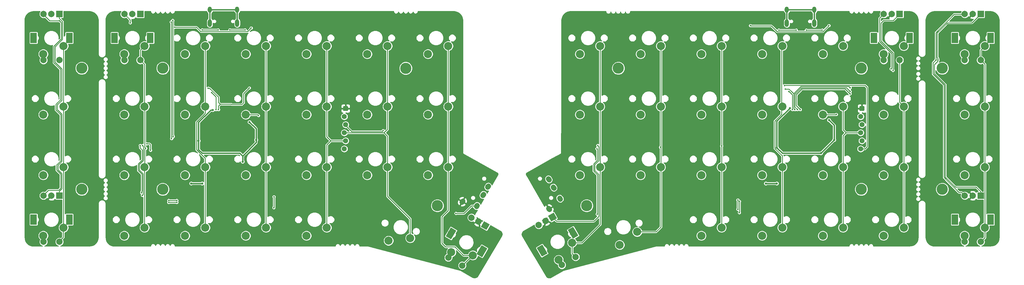
<source format=gtl>
G04 #@! TF.GenerationSoftware,KiCad,Pcbnew,(5.1.2-1)-1*
G04 #@! TF.CreationDate,2020-07-25T17:32:48-05:00*
G04 #@! TF.ProjectId,Dori,446f7269-2e6b-4696-9361-645f70636258,rev?*
G04 #@! TF.SameCoordinates,Original*
G04 #@! TF.FileFunction,Copper,L1,Top*
G04 #@! TF.FilePolarity,Positive*
%FSLAX46Y46*%
G04 Gerber Fmt 4.6, Leading zero omitted, Abs format (unit mm)*
G04 Created by KiCad (PCBNEW (5.1.2-1)-1) date 2020-07-25 17:32:48*
%MOMM*%
%LPD*%
G04 APERTURE LIST*
%ADD10C,2.540000*%
%ADD11C,3.500000*%
%ADD12R,2.000000X2.000000*%
%ADD13C,2.000000*%
%ADD14R,2.000000X3.200000*%
%ADD15C,1.600000*%
%ADD16C,1.600000*%
%ADD17C,0.100000*%
%ADD18C,1.600200*%
%ADD19O,1.300000X2.400000*%
%ADD20O,1.300000X1.900000*%
%ADD21C,0.500000*%
%ADD22C,0.700000*%
%ADD23C,0.250000*%
%ADD24C,0.400000*%
%ADD25C,0.254000*%
G04 APERTURE END LIST*
D10*
X187166250Y-93027500D03*
X180816250Y-95567500D03*
X104616250Y-93027500D03*
X98266250Y-95567500D03*
X291941250Y-93027500D03*
X285591250Y-95567500D03*
X272891250Y-93027500D03*
X266541250Y-95567500D03*
X225266250Y-73977500D03*
X218916250Y-76517500D03*
X393541250Y-54927500D03*
X387191250Y-57467500D03*
X393541250Y-73977500D03*
X387191250Y-76517500D03*
D11*
X380206250Y-100012500D03*
X380206250Y-61912500D03*
D12*
X366831250Y-44887500D03*
D13*
X364331250Y-44887500D03*
X361831250Y-44887500D03*
D14*
X369931250Y-52387500D03*
X358731250Y-52387500D03*
D13*
X366831250Y-59387500D03*
X361831250Y-59387500D03*
D12*
X392256650Y-102024800D03*
D13*
X389756650Y-102024800D03*
X387256650Y-102024800D03*
D14*
X395356650Y-109524800D03*
X384156650Y-109524800D03*
D13*
X392256650Y-116524800D03*
X387256650Y-116524800D03*
D12*
X392256650Y-44874800D03*
D13*
X389756650Y-44874800D03*
X387256650Y-44874800D03*
D14*
X395356650Y-52374800D03*
X384156650Y-52374800D03*
D13*
X392256650Y-59374800D03*
X387256650Y-59374800D03*
D10*
X393541250Y-112077500D03*
X387191250Y-114617500D03*
X393541250Y-93027500D03*
X387191250Y-95567500D03*
X330041250Y-112077500D03*
X323691250Y-114617500D03*
D11*
X110331250Y-100012500D03*
X354806250Y-61912500D03*
D15*
X258298108Y-99469358D03*
D16*
X258198108Y-99296153D02*
X258398108Y-99642563D01*
D15*
X256798108Y-96871281D03*
D16*
X256698108Y-96698076D02*
X256898108Y-97044486D01*
D15*
X260298108Y-102933459D03*
D16*
X260198108Y-102760254D02*
X260398108Y-103106664D01*
D15*
X256864392Y-106186087D03*
D16*
X256764392Y-106012882D02*
X256964392Y-106359292D01*
D15*
X229689392Y-103886087D03*
D16*
X229789392Y-103712882D02*
X229589392Y-104059292D01*
D15*
X234223108Y-105233459D03*
D16*
X234323108Y-105060254D02*
X234123108Y-105406664D01*
D15*
X237723108Y-99171281D03*
D16*
X237823108Y-98998076D02*
X237623108Y-99344486D01*
D15*
X236223108Y-101769358D03*
D16*
X236323108Y-101596153D02*
X236123108Y-101942563D01*
D12*
X103331650Y-102024800D03*
D13*
X100831650Y-102024800D03*
X98331650Y-102024800D03*
D14*
X106431650Y-109524800D03*
X95231650Y-109524800D03*
D13*
X103331650Y-116524800D03*
X98331650Y-116524800D03*
D12*
X103331650Y-44874800D03*
D13*
X100831650Y-44874800D03*
X98331650Y-44874800D03*
D14*
X106431650Y-52374800D03*
X95231650Y-52374800D03*
D13*
X103331650Y-59374800D03*
X98331650Y-59374800D03*
D10*
X104616250Y-112077500D03*
X98266250Y-114617500D03*
X104616250Y-73977500D03*
X98266250Y-76517500D03*
X104616250Y-54927500D03*
X98266250Y-57467500D03*
D17*
G36*
X355448712Y-73791826D02*
G01*
X355487546Y-73797587D01*
X355525628Y-73807126D01*
X355562593Y-73820352D01*
X355598082Y-73837137D01*
X355631756Y-73857321D01*
X355663289Y-73880707D01*
X355692378Y-73907072D01*
X355718743Y-73936161D01*
X355742129Y-73967694D01*
X355762313Y-74001368D01*
X355779098Y-74036857D01*
X355792324Y-74073822D01*
X355801863Y-74111904D01*
X355807624Y-74150738D01*
X355809550Y-74189950D01*
X355809550Y-74990050D01*
X355807624Y-75029262D01*
X355801863Y-75068096D01*
X355792324Y-75106178D01*
X355779098Y-75143143D01*
X355762313Y-75178632D01*
X355742129Y-75212306D01*
X355718743Y-75243839D01*
X355692378Y-75272928D01*
X355663289Y-75299293D01*
X355631756Y-75322679D01*
X355598082Y-75342863D01*
X355562593Y-75359648D01*
X355525628Y-75372874D01*
X355487546Y-75382413D01*
X355448712Y-75388174D01*
X355409500Y-75390100D01*
X354609400Y-75390100D01*
X354570188Y-75388174D01*
X354531354Y-75382413D01*
X354493272Y-75372874D01*
X354456307Y-75359648D01*
X354420818Y-75342863D01*
X354387144Y-75322679D01*
X354355611Y-75299293D01*
X354326522Y-75272928D01*
X354300157Y-75243839D01*
X354276771Y-75212306D01*
X354256587Y-75178632D01*
X354239802Y-75143143D01*
X354226576Y-75106178D01*
X354217037Y-75068096D01*
X354211276Y-75029262D01*
X354209350Y-74990050D01*
X354209350Y-74189950D01*
X354211276Y-74150738D01*
X354217037Y-74111904D01*
X354226576Y-74073822D01*
X354239802Y-74036857D01*
X354256587Y-74001368D01*
X354276771Y-73967694D01*
X354300157Y-73936161D01*
X354326522Y-73907072D01*
X354355611Y-73880707D01*
X354387144Y-73857321D01*
X354420818Y-73837137D01*
X354456307Y-73820352D01*
X354493272Y-73807126D01*
X354531354Y-73797587D01*
X354570188Y-73791826D01*
X354609400Y-73789900D01*
X355409500Y-73789900D01*
X355448712Y-73791826D01*
X355448712Y-73791826D01*
G37*
D18*
X355009450Y-74590000D03*
X354603050Y-77130000D03*
X355009450Y-79670000D03*
X354603050Y-82210000D03*
X355009450Y-84750000D03*
X354603050Y-87290000D03*
D19*
X331456250Y-47712500D03*
X340056250Y-47712500D03*
D20*
X340056250Y-43512500D03*
X331456250Y-43512500D03*
D19*
X331456250Y-47712500D03*
D11*
X221853125Y-105171875D03*
D13*
X257971314Y-108753610D03*
D17*
G36*
X256605289Y-108387585D02*
G01*
X258337339Y-107387585D01*
X259337339Y-109119635D01*
X257605289Y-110119635D01*
X256605289Y-108387585D01*
X256605289Y-108387585D01*
G37*
D13*
X255806250Y-110003610D03*
X253641186Y-111253610D03*
X264405992Y-113698801D03*
D17*
G36*
X262739967Y-112813160D02*
G01*
X264472017Y-111813160D01*
X266072017Y-114584442D01*
X264339967Y-115584442D01*
X262739967Y-112813160D01*
X262739967Y-112813160D01*
G37*
D13*
X254706508Y-119298801D03*
D17*
G36*
X253040483Y-118413160D02*
G01*
X254772533Y-117413160D01*
X256372533Y-120184442D01*
X254640483Y-121184442D01*
X253040483Y-118413160D01*
X253040483Y-118413160D01*
G37*
D13*
X265221314Y-121310979D03*
X260891186Y-123810979D03*
X236896314Y-111436059D03*
D17*
G36*
X236530289Y-110070034D02*
G01*
X238262339Y-111070034D01*
X237262339Y-112802084D01*
X235530289Y-111802084D01*
X236530289Y-110070034D01*
X236530289Y-110070034D01*
G37*
D13*
X234731250Y-110186059D03*
X232566186Y-108936059D03*
X235830992Y-119481250D03*
D17*
G36*
X235764967Y-117595609D02*
G01*
X237497017Y-118595609D01*
X235897017Y-121366891D01*
X234164967Y-120366891D01*
X235764967Y-117595609D01*
X235764967Y-117595609D01*
G37*
D13*
X226131508Y-113881250D03*
D17*
G36*
X226065483Y-111995609D02*
G01*
X227797533Y-112995609D01*
X226197533Y-115766891D01*
X224465483Y-114766891D01*
X226065483Y-111995609D01*
X226065483Y-111995609D01*
G37*
D13*
X229646314Y-123993428D03*
X225316186Y-121493428D03*
D12*
X128706250Y-44887500D03*
D13*
X126206250Y-44887500D03*
X123706250Y-44887500D03*
D14*
X131806250Y-52387500D03*
X120606250Y-52387500D03*
D13*
X128706250Y-59387500D03*
X123706250Y-59387500D03*
D17*
G36*
X193523712Y-73791826D02*
G01*
X193562546Y-73797587D01*
X193600628Y-73807126D01*
X193637593Y-73820352D01*
X193673082Y-73837137D01*
X193706756Y-73857321D01*
X193738289Y-73880707D01*
X193767378Y-73907072D01*
X193793743Y-73936161D01*
X193817129Y-73967694D01*
X193837313Y-74001368D01*
X193854098Y-74036857D01*
X193867324Y-74073822D01*
X193876863Y-74111904D01*
X193882624Y-74150738D01*
X193884550Y-74189950D01*
X193884550Y-74990050D01*
X193882624Y-75029262D01*
X193876863Y-75068096D01*
X193867324Y-75106178D01*
X193854098Y-75143143D01*
X193837313Y-75178632D01*
X193817129Y-75212306D01*
X193793743Y-75243839D01*
X193767378Y-75272928D01*
X193738289Y-75299293D01*
X193706756Y-75322679D01*
X193673082Y-75342863D01*
X193637593Y-75359648D01*
X193600628Y-75372874D01*
X193562546Y-75382413D01*
X193523712Y-75388174D01*
X193484500Y-75390100D01*
X192684400Y-75390100D01*
X192645188Y-75388174D01*
X192606354Y-75382413D01*
X192568272Y-75372874D01*
X192531307Y-75359648D01*
X192495818Y-75342863D01*
X192462144Y-75322679D01*
X192430611Y-75299293D01*
X192401522Y-75272928D01*
X192375157Y-75243839D01*
X192351771Y-75212306D01*
X192331587Y-75178632D01*
X192314802Y-75143143D01*
X192301576Y-75106178D01*
X192292037Y-75068096D01*
X192286276Y-75029262D01*
X192284350Y-74990050D01*
X192284350Y-74189950D01*
X192286276Y-74150738D01*
X192292037Y-74111904D01*
X192301576Y-74073822D01*
X192314802Y-74036857D01*
X192331587Y-74001368D01*
X192351771Y-73967694D01*
X192375157Y-73936161D01*
X192401522Y-73907072D01*
X192430611Y-73880707D01*
X192462144Y-73857321D01*
X192495818Y-73837137D01*
X192531307Y-73820352D01*
X192568272Y-73807126D01*
X192606354Y-73797587D01*
X192645188Y-73791826D01*
X192684400Y-73789900D01*
X193484500Y-73789900D01*
X193523712Y-73791826D01*
X193523712Y-73791826D01*
G37*
D18*
X193084450Y-74590000D03*
X192678050Y-77130000D03*
X193084450Y-79670000D03*
X192678050Y-82210000D03*
X193084450Y-84750000D03*
X192678050Y-87290000D03*
D19*
X150481250Y-47712500D03*
D20*
X150481250Y-43512500D03*
X159081250Y-43512500D03*
D19*
X159081250Y-47712500D03*
X150481250Y-47712500D03*
D10*
X130016250Y-54927500D03*
X123666250Y-57467500D03*
X149066250Y-54927500D03*
X142716250Y-57467500D03*
X168116250Y-54927500D03*
X161766250Y-57467500D03*
X180816250Y-57467500D03*
X187166250Y-54927500D03*
X206216250Y-54927500D03*
X199866250Y-57467500D03*
X225266250Y-54927500D03*
X218916250Y-57467500D03*
X272891250Y-54927500D03*
X266541250Y-57467500D03*
X291941250Y-54927500D03*
X285591250Y-57467500D03*
X310991250Y-54927500D03*
X304641250Y-57467500D03*
X330041250Y-54927500D03*
X323691250Y-57467500D03*
X349091250Y-54927500D03*
X342741250Y-57467500D03*
X368141250Y-54927500D03*
X361791250Y-57467500D03*
X130016250Y-73977500D03*
X123666250Y-76517500D03*
X149066250Y-73977500D03*
X142716250Y-76517500D03*
X168116250Y-73977500D03*
X161766250Y-76517500D03*
X187166250Y-73977500D03*
X180816250Y-76517500D03*
X206216250Y-73977500D03*
X199866250Y-76517500D03*
X272891250Y-73977500D03*
X266541250Y-76517500D03*
X291941250Y-73977500D03*
X285591250Y-76517500D03*
X310991250Y-73977500D03*
X304641250Y-76517500D03*
X330041250Y-73977500D03*
X323691250Y-76517500D03*
X349091250Y-73977500D03*
X342741250Y-76517500D03*
X368141250Y-73977500D03*
X361791250Y-76517500D03*
X130016250Y-93040200D03*
X123666250Y-95580200D03*
X149066250Y-93027500D03*
X142716250Y-95567500D03*
X168116250Y-93027500D03*
X161766250Y-95567500D03*
X206216250Y-93027500D03*
X199866250Y-95567500D03*
X225266250Y-93027500D03*
X218916250Y-95567500D03*
X310991250Y-93027500D03*
X304641250Y-95567500D03*
X330041250Y-93027500D03*
X323691250Y-95567500D03*
X349091250Y-93027500D03*
X342741250Y-95567500D03*
X130016250Y-112077500D03*
X123666250Y-114617500D03*
X149066250Y-112077500D03*
X142716250Y-114617500D03*
X168116250Y-112077500D03*
X161766250Y-114617500D03*
X187166250Y-112077500D03*
X180816250Y-114617500D03*
X213338706Y-115363995D03*
X206547676Y-116173946D03*
X226213198Y-119808958D03*
X232982460Y-120784253D03*
X284510080Y-113404942D03*
X279033852Y-117501895D03*
X310991250Y-112077500D03*
X304641250Y-114617500D03*
X349091250Y-112077500D03*
X342741250Y-114617500D03*
X264110160Y-116817204D03*
X259880898Y-122191909D03*
X368141250Y-93040200D03*
X361791250Y-95580200D03*
X368141250Y-112077500D03*
X361791250Y-114617500D03*
D11*
X135731250Y-61912500D03*
X211931250Y-61940000D03*
X135731250Y-100012500D03*
X278606250Y-61912500D03*
X268684375Y-105171875D03*
X354806250Y-100012500D03*
X110331250Y-61912500D03*
D21*
X165755998Y-76814002D03*
X346964000Y-76454000D03*
D22*
X151433000Y-75057000D03*
X165022000Y-84455000D03*
X146968002Y-84738002D03*
X160782000Y-91313000D03*
X162941000Y-78867000D03*
X148082000Y-98171000D03*
X144653000Y-98171000D03*
D21*
X156770999Y-49848002D03*
X161544000Y-49848003D03*
X153087999Y-49848002D03*
X148082000Y-49848003D03*
X124184996Y-47554996D03*
X233320000Y-116280000D03*
X233320000Y-116280000D03*
X125857000Y-49276000D03*
X141859000Y-85852000D03*
X227661908Y-107572000D03*
X337566000Y-49911000D03*
X342519000Y-49911000D03*
X334391000Y-49911000D03*
X328930000Y-49911000D03*
X330773643Y-67371357D03*
X204862000Y-81534000D03*
X153211000Y-74930000D03*
X162873377Y-68131377D03*
X149987000Y-68199000D03*
X151070999Y-69575002D03*
X152417499Y-74930000D03*
X163460000Y-49276000D03*
X139446000Y-49022000D03*
X130351000Y-87122000D03*
X131893999Y-87736002D03*
X130750999Y-85704002D03*
X170610000Y-102362000D03*
X170561000Y-105791000D03*
X333983000Y-74930000D03*
X330962000Y-68450000D03*
X351282000Y-68072000D03*
X333221000Y-74930000D03*
X344651000Y-48514000D03*
X332133000Y-69215000D03*
X320040000Y-48514000D03*
X291849999Y-86771999D03*
X310991250Y-86379000D03*
X316076000Y-106299000D03*
X316079000Y-103378000D03*
X316551623Y-107374377D03*
X316584000Y-103786000D03*
X389763000Y-98679000D03*
D22*
X332400000Y-74490000D03*
X328331500Y-86931500D03*
X344678000Y-78232000D03*
X324866000Y-98171000D03*
X328295000Y-98171000D03*
X346302000Y-84482000D03*
X342138000Y-88646000D03*
D21*
X322326000Y-85598000D03*
X390779000Y-47244000D03*
X138984990Y-83439000D03*
X138860000Y-46863000D03*
X138352000Y-47371000D03*
X103300000Y-46990000D03*
X138479990Y-84057982D03*
X125534048Y-47634303D03*
X335661000Y-74930000D03*
X351282000Y-69977000D03*
X364744000Y-62611000D03*
X378841000Y-59309000D03*
X334772000Y-74930000D03*
X351282000Y-69215000D03*
X364109000Y-62103000D03*
X378206000Y-59309000D03*
X137590000Y-104140000D03*
X140130000Y-104140000D03*
X129350698Y-101927302D03*
X129413000Y-86233000D03*
X137590000Y-103509997D03*
X140130000Y-103505000D03*
X128651000Y-86233000D03*
X129084989Y-101092000D03*
X272134000Y-86233000D03*
X271863724Y-87265276D03*
X271964989Y-107823000D03*
D23*
X165461998Y-76520002D02*
X165755998Y-76814002D01*
X161619999Y-76520002D02*
X165461998Y-76520002D01*
X346900500Y-76517500D02*
X346964000Y-76454000D01*
X342741250Y-76517500D02*
X346900500Y-76517500D01*
D24*
X150798001Y-75057000D02*
X146968002Y-78886998D01*
X151433000Y-75057000D02*
X150798001Y-75057000D01*
X146968002Y-78886998D02*
X146968002Y-84738002D01*
X146968002Y-87532002D02*
X148082000Y-88646000D01*
X146968002Y-84738002D02*
X146968002Y-87532002D01*
X159893000Y-88646000D02*
X160782000Y-89535000D01*
X160782000Y-91313000D02*
X160782000Y-89535000D01*
X159639000Y-88646000D02*
X159893000Y-88646000D01*
X148082000Y-88646000D02*
X159639000Y-88646000D01*
X165022000Y-85295000D02*
X165022000Y-84455000D01*
X160782000Y-89535000D02*
X165022000Y-85295000D01*
X165022000Y-80948000D02*
X162941000Y-78867000D01*
X165022000Y-84455000D02*
X165022000Y-80948000D01*
X148082000Y-98171000D02*
X144653000Y-98171000D01*
D23*
X156770999Y-49848002D02*
X159818999Y-49848002D01*
X161543999Y-49848002D02*
X161544000Y-49848003D01*
X159818999Y-49848002D02*
X161543999Y-49848002D01*
X153087999Y-49848002D02*
X150039999Y-49848002D01*
X149655000Y-49848002D02*
X150039999Y-49848002D01*
X148082001Y-49848002D02*
X148082000Y-49848003D01*
X149655000Y-49848002D02*
X148082001Y-49848002D01*
X124184996Y-47603996D02*
X125857000Y-49276000D01*
X124184996Y-47554996D02*
X124184996Y-47603996D01*
X230199057Y-107572000D02*
X227661908Y-107572000D01*
X232537598Y-105233459D02*
X230199057Y-107572000D01*
X234223108Y-105233459D02*
X232537598Y-105233459D01*
X337566000Y-49911000D02*
X340333000Y-49911000D01*
X340333000Y-49911000D02*
X342519000Y-49911000D01*
X334391000Y-49911000D02*
X331316000Y-49911000D01*
X331316000Y-49911000D02*
X328930000Y-49911000D01*
X354336800Y-87290000D02*
X355940000Y-87290000D01*
X355940000Y-87290000D02*
X356616000Y-86614000D01*
X355941814Y-67270814D02*
X356616000Y-67945000D01*
X330874186Y-67270814D02*
X355941814Y-67270814D01*
X330773643Y-67371357D02*
X330874186Y-67270814D01*
X356616000Y-86614000D02*
X356616000Y-67945000D01*
X192863200Y-79670000D02*
X195023190Y-81829990D01*
X204566010Y-81829990D02*
X204862000Y-81534000D01*
X195023190Y-81829990D02*
X204566010Y-81829990D01*
X225266250Y-54927500D02*
X225266250Y-103917750D01*
X230004253Y-120784253D02*
X232982460Y-120784253D01*
X227342701Y-118122701D02*
X230004253Y-120784253D01*
X224421701Y-118122701D02*
X227342701Y-118122701D01*
X223316799Y-117017799D02*
X224421701Y-118122701D01*
X232855489Y-120784253D02*
X232982460Y-120784253D01*
X229646314Y-123993428D02*
X232855489Y-120784253D01*
X225266250Y-103917750D02*
X225266250Y-106711750D01*
X225266250Y-106711750D02*
X223316799Y-108661201D01*
X223316799Y-108661201D02*
X223316799Y-117017799D01*
X205127500Y-82210000D02*
X206216250Y-81121250D01*
X192456800Y-82210000D02*
X205127500Y-82210000D01*
X206216250Y-54927500D02*
X206216250Y-81121250D01*
X206216250Y-83298750D02*
X205127500Y-82210000D01*
X206216250Y-102203250D02*
X206216250Y-83298750D01*
X213338706Y-109325706D02*
X206216250Y-102203250D01*
X213338706Y-115363995D02*
X213338706Y-109325706D01*
X187166250Y-112077500D02*
X187166250Y-86010750D01*
X188427000Y-84750000D02*
X187166250Y-86010750D01*
X192863200Y-84750000D02*
X188427000Y-84750000D01*
X187166250Y-83489250D02*
X188427000Y-84750000D01*
X187166250Y-54927500D02*
X187166250Y-83489250D01*
X153765029Y-73232971D02*
X153211000Y-73787000D01*
X153211000Y-72678942D02*
X153765029Y-73232971D01*
X153211000Y-70967601D02*
X153211000Y-72678942D01*
X153185601Y-70967601D02*
X150417000Y-68199000D01*
X153211000Y-70967601D02*
X153185601Y-70967601D01*
X153211000Y-73787000D02*
X153211000Y-74930000D01*
X157234883Y-73232971D02*
X153765029Y-73232971D01*
X161085000Y-72771000D02*
X160498038Y-73357962D01*
X157359874Y-73357962D02*
X157234883Y-73232971D01*
X161085000Y-69919754D02*
X161085000Y-72771000D01*
X160498038Y-73357962D02*
X157359874Y-73357962D01*
X162873377Y-68131377D02*
X161085000Y-69919754D01*
X149987000Y-68199000D02*
X150417000Y-68199000D01*
X152417499Y-70921502D02*
X151070999Y-69575002D01*
X152417499Y-74930000D02*
X152417499Y-70921502D01*
X147646003Y-50353003D02*
X146315000Y-49022000D01*
X162382997Y-50353003D02*
X147646003Y-50353003D01*
X163460000Y-49276000D02*
X162382997Y-50353003D01*
X146315000Y-49022000D02*
X139446000Y-49022000D01*
X130351000Y-87122000D02*
X130052499Y-86823499D01*
X130052499Y-74062502D02*
X129969999Y-73980002D01*
X130052499Y-86823499D02*
X130052499Y-74062502D01*
X130351000Y-87122000D02*
X130052499Y-87420501D01*
X130052499Y-92897502D02*
X129969999Y-92980002D01*
X130052499Y-87420501D02*
X130052499Y-92897502D01*
X129969999Y-111979622D02*
X129969619Y-111980002D01*
X129969999Y-92980002D02*
X129969999Y-111979622D01*
X128706250Y-56237500D02*
X128706250Y-59387500D01*
X130016250Y-54927500D02*
X128706250Y-56237500D01*
X130016250Y-60697500D02*
X128706250Y-59387500D01*
X130016250Y-73977500D02*
X130016250Y-60697500D01*
X131893999Y-86493449D02*
X131893999Y-87736002D01*
X130750999Y-85704002D02*
X131600002Y-85704002D01*
X131893999Y-85997999D02*
X131893999Y-86493449D01*
X131600002Y-85704002D02*
X131893999Y-85997999D01*
X170610000Y-102997000D02*
X170610000Y-105156000D01*
X170610000Y-102362000D02*
X170610000Y-102997000D01*
X170610000Y-105742000D02*
X170561000Y-105791000D01*
X170610000Y-105156000D02*
X170610000Y-105742000D01*
X168116250Y-54927500D02*
X168116250Y-112077500D01*
X368141250Y-112077500D02*
X368141250Y-73977500D01*
X366831250Y-72667500D02*
X368141250Y-73977500D01*
X366831250Y-59387500D02*
X366831250Y-72667500D01*
X354336800Y-82210000D02*
X350026000Y-82210000D01*
X349091250Y-81275250D02*
X350026000Y-82210000D01*
X349091250Y-73977500D02*
X349091250Y-81275250D01*
X349091250Y-83144750D02*
X350026000Y-82210000D01*
X349091250Y-93027500D02*
X349091250Y-83144750D01*
X349091250Y-93027500D02*
X349091250Y-112077500D01*
X329849169Y-73979812D02*
X329849169Y-54979862D01*
X329849169Y-76397351D02*
X329849169Y-73979812D01*
X327710000Y-78536519D02*
X329849169Y-76397351D01*
X327710000Y-87199000D02*
X327710000Y-78536519D01*
X330041250Y-89530250D02*
X327710000Y-87199000D01*
X330041250Y-93027500D02*
X330041250Y-89530250D01*
X330041250Y-93027500D02*
X330041250Y-112077500D01*
X333983000Y-74930000D02*
X333601010Y-74548010D01*
X333601010Y-74548010D02*
X333601010Y-69935608D01*
X333601010Y-69935608D02*
X333643392Y-69935608D01*
X333643392Y-69935608D02*
X335928176Y-67650824D01*
X335928176Y-67650824D02*
X346769824Y-67650824D01*
X332115402Y-68450000D02*
X330962000Y-68450000D01*
X332746701Y-69081299D02*
X332115402Y-68450000D01*
X333601010Y-69935608D02*
X332746701Y-69081299D01*
X350860824Y-67650824D02*
X351282000Y-68072000D01*
X346769824Y-67650824D02*
X350860824Y-67650824D01*
X333221000Y-74930000D02*
X333221000Y-70231000D01*
X332205000Y-69215000D02*
X332133000Y-69215000D01*
X333221000Y-70231000D02*
X332205000Y-69215000D01*
X320099377Y-48573377D02*
X320040000Y-48514000D01*
X328419001Y-50416001D02*
X326576377Y-48573377D01*
X326576377Y-48573377D02*
X320099377Y-48573377D01*
X342748999Y-50416001D02*
X328419001Y-50416001D01*
X344651000Y-48514000D02*
X342748999Y-50416001D01*
X291941250Y-54927500D02*
X291941250Y-111888751D01*
X290425059Y-113404942D02*
X291941250Y-111888751D01*
X284510080Y-113404942D02*
X290425059Y-113404942D01*
X310991250Y-54927500D02*
X310991250Y-112077500D01*
X316073001Y-104396999D02*
X316076000Y-104394000D01*
X316076000Y-104399998D02*
X316073001Y-104396999D01*
X316076000Y-106299000D02*
X316076000Y-104399998D01*
X316079000Y-104396998D02*
X316076000Y-104399998D01*
X316079000Y-103378000D02*
X316079000Y-104396998D01*
X316584000Y-104902000D02*
X316581000Y-104899000D01*
X316581000Y-107345000D02*
X316551623Y-107374377D01*
X316581000Y-104899000D02*
X316581000Y-107345000D01*
X316581000Y-103789000D02*
X316584000Y-103786000D01*
X316581000Y-104899000D02*
X316581000Y-103789000D01*
X149066250Y-112077500D02*
X149066250Y-93027500D01*
X149066250Y-90273731D02*
X149066250Y-93027500D01*
X146363001Y-87570482D02*
X149066250Y-90273731D01*
X146363001Y-78848518D02*
X146363001Y-87570482D01*
X149066250Y-76145271D02*
X146363001Y-78848518D01*
X149066250Y-73977500D02*
X149066250Y-76145271D01*
X149066250Y-73977500D02*
X149066250Y-54927500D01*
X272891250Y-54927500D02*
X272891250Y-93027500D01*
X272891250Y-93027500D02*
X272891250Y-111093415D01*
X267167462Y-116817204D02*
X268001833Y-115982833D01*
X264110160Y-116817204D02*
X267167462Y-116817204D01*
X272891250Y-111093415D02*
X268001833Y-115982833D01*
X264110160Y-120199825D02*
X265221314Y-121310979D01*
X264110160Y-116817204D02*
X264110160Y-120199825D01*
D24*
X328331500Y-78558500D02*
X328667000Y-78223000D01*
X328331500Y-86931500D02*
X328331500Y-78558500D01*
X328667000Y-78223000D02*
X332400000Y-74490000D01*
X346302000Y-79856000D02*
X344678000Y-78232000D01*
X324866000Y-98171000D02*
X328295000Y-98171000D01*
X346302000Y-84482000D02*
X346302000Y-79856000D01*
X330046000Y-88646000D02*
X328331500Y-86931500D01*
X342138000Y-88646000D02*
X330046000Y-88646000D01*
X346302000Y-84482000D02*
X342138000Y-88646000D01*
D23*
X138984990Y-83439000D02*
X138984990Y-83085447D01*
X138984990Y-83085447D02*
X138860000Y-82960457D01*
X138860000Y-82960457D02*
X138860000Y-46863000D01*
X104104579Y-95087579D02*
X104104579Y-99797519D01*
X102870000Y-92456000D02*
X102870000Y-93853000D01*
X104104580Y-91221420D02*
X102870000Y-92456000D01*
X102870000Y-93853000D02*
X104104579Y-95087579D01*
X104104580Y-76407580D02*
X104104580Y-91221420D01*
X102627000Y-74930000D02*
X104104580Y-76407580D01*
X102627000Y-73444000D02*
X102627000Y-74930000D01*
X101970085Y-60011085D02*
X104062000Y-62103000D01*
X103225086Y-46177162D02*
X104291924Y-47244000D01*
X104062000Y-72009000D02*
X102627000Y-73444000D01*
X101970085Y-55177915D02*
X101970085Y-60011085D01*
X104291924Y-47244000D02*
X104291924Y-52856076D01*
X103225086Y-100677012D02*
X103225086Y-101927012D01*
X104291924Y-52856076D02*
X101970085Y-55177915D01*
X104104579Y-99797519D02*
X103225086Y-100677012D01*
X104062000Y-62103000D02*
X104062000Y-72009000D01*
X103225086Y-44927162D02*
X103225086Y-46177162D01*
X123685399Y-45785654D02*
X123685399Y-44927302D01*
X98225086Y-44927162D02*
X100251169Y-46953245D01*
X103263245Y-46953245D02*
X103300000Y-46990000D01*
X100251169Y-46953245D02*
X103263245Y-46953245D01*
X138479990Y-47498990D02*
X138352000Y-47371000D01*
X138479990Y-84057982D02*
X138479990Y-47498990D01*
X125534048Y-46715298D02*
X125534048Y-47634303D01*
X123706250Y-44887500D02*
X125534048Y-46715298D01*
X99822098Y-100330000D02*
X98225086Y-101927012D01*
X103034684Y-100330000D02*
X99822098Y-100330000D01*
X103724570Y-99640114D02*
X103034684Y-100330000D01*
X102489990Y-94010405D02*
X103724569Y-95244984D01*
X102489990Y-92298595D02*
X102489990Y-94010405D01*
X103724570Y-76564984D02*
X103724570Y-91064016D01*
X102246000Y-75086414D02*
X103724570Y-76564984D01*
X103681990Y-62260405D02*
X103681990Y-66674010D01*
X103681000Y-71852586D02*
X102604675Y-72928910D01*
X103724569Y-95244984D02*
X103724570Y-99640114D01*
X103911914Y-47601914D02*
X103911914Y-52698671D01*
X103681000Y-66675000D02*
X103681000Y-71852586D01*
X103724570Y-91064016D02*
X102489990Y-92298595D01*
X103911914Y-52698671D02*
X101590075Y-55020510D01*
X101590075Y-55020510D02*
X101590075Y-60168490D01*
X103681990Y-66674010D02*
X103681000Y-66675000D01*
X102604675Y-72928910D02*
X102596090Y-72928910D01*
X101590075Y-60168490D02*
X103681990Y-62260405D01*
X102246000Y-73279000D02*
X102246000Y-75086414D01*
X102596090Y-72928910D02*
X102246000Y-73279000D01*
X103300000Y-46990000D02*
X103911914Y-47601914D01*
X335661000Y-74930000D02*
X334361030Y-73630030D01*
X334361030Y-73630030D02*
X334361030Y-70292799D01*
X334361030Y-70292799D02*
X336242985Y-68410844D01*
X349715844Y-68410844D02*
X351282000Y-69977000D01*
X336242985Y-68410844D02*
X349715844Y-68410844D01*
X361823000Y-46863000D02*
X360944480Y-47741520D01*
X364744000Y-57118606D02*
X364744000Y-57277000D01*
X360944480Y-53319086D02*
X364744000Y-57118606D01*
X360944480Y-47741520D02*
X360944480Y-53319086D01*
X364744000Y-62611000D02*
X364744000Y-57277000D01*
X381127000Y-96139000D02*
X384302000Y-99314000D01*
X381127000Y-72517000D02*
X381127000Y-96139000D01*
X381126010Y-72516010D02*
X381127000Y-72517000D01*
X381126010Y-67055010D02*
X381126010Y-72516010D01*
X377698000Y-60805553D02*
X377698000Y-63627000D01*
X378841000Y-59662553D02*
X377698000Y-60805553D01*
X377698000Y-63627000D02*
X381126010Y-67055010D01*
X378841000Y-59309000D02*
X378841000Y-59662553D01*
X366831250Y-44887500D02*
X366831250Y-44902750D01*
X364871000Y-46863000D02*
X364363000Y-46863000D01*
X366831250Y-44902750D02*
X364871000Y-46863000D01*
X364363000Y-46863000D02*
X361823000Y-46863000D01*
X364628631Y-46863000D02*
X364363000Y-46863000D01*
X390795850Y-99314000D02*
X390525000Y-99314000D01*
X392256650Y-100774800D02*
X390795850Y-99314000D01*
X392256650Y-102024800D02*
X392256650Y-100774800D01*
X390525000Y-99314000D02*
X390649400Y-99314000D01*
X384302000Y-99314000D02*
X390525000Y-99314000D01*
X378841000Y-58801990D02*
X378841000Y-59309000D01*
X378586010Y-58547000D02*
X378841000Y-58801990D01*
X378586010Y-50830404D02*
X378586010Y-58547000D01*
X381791414Y-47625000D02*
X378586010Y-50830404D01*
X392256650Y-44877350D02*
X389509000Y-47625000D01*
X392256650Y-44874800D02*
X392256650Y-44877350D01*
X389509000Y-47625000D02*
X381791414Y-47625000D01*
X334772000Y-74930000D02*
X333981020Y-74139020D01*
X333981020Y-74139020D02*
X333981020Y-70135395D01*
X333981020Y-70135395D02*
X336085581Y-68030834D01*
X350097834Y-68030834D02*
X351282000Y-69215000D01*
X336085581Y-68030834D02*
X350097834Y-68030834D01*
X364109000Y-62103000D02*
X364363990Y-61848010D01*
X360564470Y-53476490D02*
X364363990Y-57276010D01*
X364363990Y-61848010D02*
X364363990Y-57276010D01*
X383951700Y-44927300D02*
X378206000Y-50673000D01*
X387025400Y-44927300D02*
X383951700Y-44927300D01*
X378206000Y-59309000D02*
X378206000Y-50673000D01*
X380746000Y-96295414D02*
X385390587Y-100940001D01*
X380746000Y-67212414D02*
X380746000Y-96295414D01*
X377317991Y-63784405D02*
X380746000Y-67212414D01*
X377317991Y-60197009D02*
X377317991Y-63784405D01*
X378206000Y-59309000D02*
X377317991Y-60197009D01*
X360564470Y-46154280D02*
X361831250Y-44887500D01*
X360564470Y-46874470D02*
X360564470Y-46154280D01*
X360564470Y-46874470D02*
X360564470Y-53476490D01*
X385475387Y-101024801D02*
X385390587Y-100940001D01*
X386256651Y-101024801D02*
X385475387Y-101024801D01*
X387256650Y-102024800D02*
X386256651Y-101024801D01*
X137590000Y-104140000D02*
X140130000Y-104140000D01*
X129589989Y-101688011D02*
X129350698Y-101927302D01*
X129589989Y-95123989D02*
X129589989Y-101688011D01*
X128397000Y-93931000D02*
X129589989Y-95123989D01*
X128397000Y-92202000D02*
X128397000Y-93931000D01*
X129672489Y-90926511D02*
X128397000Y-92202000D01*
X129662999Y-86482999D02*
X129671001Y-86482999D01*
X129671001Y-86482999D02*
X129672489Y-86481511D01*
X129672489Y-86481511D02*
X129672489Y-90926511D01*
X129413000Y-86233000D02*
X129662999Y-86482999D01*
X140125003Y-103509997D02*
X140130000Y-103505000D01*
X137590000Y-103509997D02*
X140125003Y-103509997D01*
X128016990Y-94088404D02*
X129209979Y-95281393D01*
X129209979Y-95281393D02*
X129209979Y-100613457D01*
X129292479Y-87636479D02*
X129292479Y-90769107D01*
X128016990Y-92044595D02*
X128016990Y-94088404D01*
X129209979Y-100613457D02*
X129084989Y-100738447D01*
X129292479Y-90769107D02*
X128016990Y-92044595D01*
X128651000Y-86995000D02*
X129292479Y-87636479D01*
X129084989Y-100738447D02*
X129084989Y-101092000D01*
X128651000Y-86233000D02*
X128651000Y-86995000D01*
X271245000Y-94107000D02*
X272469989Y-95331989D01*
X272469989Y-95331989D02*
X272469989Y-108530011D01*
X272469989Y-91004011D02*
X271245000Y-92229000D01*
X272469989Y-108530011D02*
X270968890Y-110031110D01*
X272469989Y-86568989D02*
X272469989Y-91004011D01*
X271245000Y-92229000D02*
X271245000Y-94107000D01*
X272134000Y-86233000D02*
X272469989Y-86568989D01*
X259248814Y-110031110D02*
X259510110Y-110031110D01*
X257971314Y-108753610D02*
X259248814Y-110031110D01*
X270968890Y-110031110D02*
X259510110Y-110031110D01*
X272089979Y-107698010D02*
X271964989Y-107823000D01*
X270864990Y-94264405D02*
X272089979Y-95489393D01*
X272089979Y-95489393D02*
X272089979Y-107698010D01*
X271863724Y-87265276D02*
X272089979Y-87491531D01*
X272089979Y-90846607D02*
X270864990Y-92071596D01*
X272089979Y-87491531D02*
X272089979Y-90846607D01*
X270864990Y-92071596D02*
X270864990Y-94264405D01*
X104509686Y-115142412D02*
X103225086Y-116427012D01*
X104509686Y-111979712D02*
X104509686Y-115142412D01*
X104616250Y-54927500D02*
X104616250Y-73977500D01*
X104616250Y-112077500D02*
X104616250Y-73977500D01*
X393541250Y-115240200D02*
X392256650Y-116524800D01*
X393541250Y-112077500D02*
X393541250Y-115240200D01*
X393541250Y-60659400D02*
X392256650Y-59374800D01*
X393541250Y-112077500D02*
X393541250Y-60659400D01*
X392256650Y-56212100D02*
X392256650Y-59374800D01*
X393541250Y-54927500D02*
X392256650Y-56212100D01*
D24*
X159081250Y-43512500D02*
X159081250Y-47712500D01*
X159081250Y-43512500D02*
X150481250Y-43512500D01*
X150481250Y-43512500D02*
X150481250Y-47712500D01*
X340056250Y-43512500D02*
X340056250Y-47712500D01*
D23*
X331755756Y-43512500D02*
X331754481Y-43513870D01*
D24*
X340056250Y-43512500D02*
X331755756Y-43512500D01*
D23*
X331456250Y-43734797D02*
X331525943Y-43665104D01*
D24*
X331456250Y-47712500D02*
X331456250Y-43734797D01*
D25*
G36*
X330444110Y-44013827D02*
G01*
X330502836Y-44207417D01*
X330598200Y-44385831D01*
X330726539Y-44542212D01*
X330879251Y-44667540D01*
X330879250Y-46307460D01*
X330726538Y-46432788D01*
X330598199Y-46589169D01*
X330502835Y-46767584D01*
X330444110Y-46961174D01*
X330429250Y-47112050D01*
X330429251Y-48312951D01*
X330444111Y-48463827D01*
X330502836Y-48657417D01*
X330598200Y-48835831D01*
X330726539Y-48992212D01*
X330882920Y-49120551D01*
X331061334Y-49215915D01*
X331254924Y-49274640D01*
X331456250Y-49294469D01*
X331657577Y-49274640D01*
X331851167Y-49215915D01*
X332029581Y-49120551D01*
X332185962Y-48992212D01*
X332314301Y-48835831D01*
X332409665Y-48657417D01*
X332468390Y-48463827D01*
X332483250Y-48312951D01*
X332483250Y-47749876D01*
X332533728Y-47783605D01*
X332661484Y-47836523D01*
X332797109Y-47863500D01*
X332935391Y-47863500D01*
X333071016Y-47836523D01*
X333198772Y-47783605D01*
X333313749Y-47706779D01*
X333411529Y-47608999D01*
X333488355Y-47494022D01*
X333541273Y-47366266D01*
X333568250Y-47230641D01*
X333568250Y-47092359D01*
X333541273Y-46956734D01*
X333488355Y-46828978D01*
X333411529Y-46714001D01*
X333313749Y-46616221D01*
X333198772Y-46539395D01*
X333071016Y-46486477D01*
X332935391Y-46459500D01*
X332797109Y-46459500D01*
X332661484Y-46486477D01*
X332533728Y-46539395D01*
X332418751Y-46616221D01*
X332360107Y-46674865D01*
X332314301Y-46589169D01*
X332185962Y-46432788D01*
X332033250Y-46307460D01*
X332033250Y-44667540D01*
X332185962Y-44542212D01*
X332314301Y-44385831D01*
X332409665Y-44207416D01*
X332445434Y-44089500D01*
X339067066Y-44089500D01*
X339102836Y-44207417D01*
X339198200Y-44385831D01*
X339326539Y-44542212D01*
X339479250Y-44667539D01*
X339479251Y-46307460D01*
X339326538Y-46432788D01*
X339198199Y-46589169D01*
X339152394Y-46674866D01*
X339093749Y-46616221D01*
X338978772Y-46539395D01*
X338851016Y-46486477D01*
X338715391Y-46459500D01*
X338577109Y-46459500D01*
X338441484Y-46486477D01*
X338313728Y-46539395D01*
X338198751Y-46616221D01*
X338100971Y-46714001D01*
X338024145Y-46828978D01*
X337971227Y-46956734D01*
X337944250Y-47092359D01*
X337944250Y-47230641D01*
X337971227Y-47366266D01*
X338024145Y-47494022D01*
X338100971Y-47608999D01*
X338198751Y-47706779D01*
X338313728Y-47783605D01*
X338441484Y-47836523D01*
X338577109Y-47863500D01*
X338715391Y-47863500D01*
X338851016Y-47836523D01*
X338978772Y-47783605D01*
X339029251Y-47749876D01*
X339029251Y-48312951D01*
X339044111Y-48463827D01*
X339102836Y-48657417D01*
X339198200Y-48835831D01*
X339326539Y-48992212D01*
X339482920Y-49120551D01*
X339661334Y-49215915D01*
X339854924Y-49274640D01*
X340056250Y-49294469D01*
X340257577Y-49274640D01*
X340451167Y-49215915D01*
X340629581Y-49120551D01*
X340785962Y-48992212D01*
X340914301Y-48835831D01*
X341009665Y-48657417D01*
X341068390Y-48463827D01*
X341083250Y-48312951D01*
X341083250Y-47112049D01*
X341068390Y-46961173D01*
X341009665Y-46767583D01*
X340914301Y-46589169D01*
X340785962Y-46432788D01*
X340633250Y-46307460D01*
X340633250Y-44667540D01*
X340785962Y-44542212D01*
X340914301Y-44385831D01*
X341009665Y-44207416D01*
X341068390Y-44013826D01*
X341068765Y-44010016D01*
X341133162Y-44029458D01*
X341168884Y-44036531D01*
X341204539Y-44044110D01*
X341210122Y-44044696D01*
X341310771Y-44054565D01*
X341310773Y-44054565D01*
X341330179Y-44056480D01*
X350857172Y-44058253D01*
X350874570Y-44056543D01*
X350879475Y-44056577D01*
X350885062Y-44056029D01*
X350981250Y-44045919D01*
X350981250Y-44129653D01*
X351011109Y-44279768D01*
X351069681Y-44421173D01*
X351154714Y-44548434D01*
X351262941Y-44656661D01*
X351390202Y-44741694D01*
X351531607Y-44800266D01*
X351681722Y-44830125D01*
X351834778Y-44830125D01*
X351984893Y-44800266D01*
X352126298Y-44741694D01*
X352253559Y-44656661D01*
X352361786Y-44548434D01*
X352446819Y-44421173D01*
X352505391Y-44279768D01*
X352520250Y-44205065D01*
X352535109Y-44279768D01*
X352593681Y-44421173D01*
X352678714Y-44548434D01*
X352786941Y-44656661D01*
X352914202Y-44741694D01*
X353055607Y-44800266D01*
X353205722Y-44830125D01*
X353358778Y-44830125D01*
X353508893Y-44800266D01*
X353650298Y-44741694D01*
X353777559Y-44656661D01*
X353885786Y-44548434D01*
X353970819Y-44421173D01*
X354029391Y-44279768D01*
X354044250Y-44205065D01*
X354059109Y-44279768D01*
X354117681Y-44421173D01*
X354202714Y-44548434D01*
X354310941Y-44656661D01*
X354438202Y-44741694D01*
X354579607Y-44800266D01*
X354729722Y-44830125D01*
X354882778Y-44830125D01*
X355032893Y-44800266D01*
X355174298Y-44741694D01*
X355301559Y-44656661D01*
X355409786Y-44548434D01*
X355494819Y-44421173D01*
X355553391Y-44279768D01*
X355568250Y-44205065D01*
X355583109Y-44279768D01*
X355641681Y-44421173D01*
X355726714Y-44548434D01*
X355834941Y-44656661D01*
X355962202Y-44741694D01*
X356103607Y-44800266D01*
X356253722Y-44830125D01*
X356406778Y-44830125D01*
X356556893Y-44800266D01*
X356698298Y-44741694D01*
X356825559Y-44656661D01*
X356933786Y-44548434D01*
X357018819Y-44421173D01*
X357077391Y-44279768D01*
X357092250Y-44205065D01*
X357107109Y-44279768D01*
X357165681Y-44421173D01*
X357250714Y-44548434D01*
X357358941Y-44656661D01*
X357486202Y-44741694D01*
X357627607Y-44800266D01*
X357777722Y-44830125D01*
X357930778Y-44830125D01*
X358080893Y-44800266D01*
X358222298Y-44741694D01*
X358349559Y-44656661D01*
X358457786Y-44548434D01*
X358542819Y-44421173D01*
X358601391Y-44279768D01*
X358631250Y-44129653D01*
X358631250Y-44046083D01*
X358735487Y-44056303D01*
X358755253Y-44058250D01*
X360729233Y-44058250D01*
X360610968Y-44235246D01*
X360507167Y-44485844D01*
X360454250Y-44751877D01*
X360454250Y-45023123D01*
X360507167Y-45289156D01*
X360569405Y-45439411D01*
X360226933Y-45781883D01*
X360207787Y-45797596D01*
X360192074Y-45816742D01*
X360192071Y-45816745D01*
X360145054Y-45874035D01*
X360098440Y-45961244D01*
X360069735Y-46055871D01*
X360060043Y-46154280D01*
X360062471Y-46178932D01*
X360062470Y-46849817D01*
X360062470Y-46849818D01*
X360062471Y-50607419D01*
X360046231Y-50577037D01*
X359999119Y-50519631D01*
X359941713Y-50472519D01*
X359876220Y-50437512D01*
X359805155Y-50415955D01*
X359731250Y-50408676D01*
X357731250Y-50408676D01*
X357657345Y-50415955D01*
X357586280Y-50437512D01*
X357520787Y-50472519D01*
X357463381Y-50519631D01*
X357416269Y-50577037D01*
X357381262Y-50642530D01*
X357359705Y-50713595D01*
X357352426Y-50787500D01*
X357352426Y-53987500D01*
X357359705Y-54061405D01*
X357381262Y-54132470D01*
X357416269Y-54197963D01*
X357463381Y-54255369D01*
X357520787Y-54302481D01*
X357586280Y-54337488D01*
X357657345Y-54359045D01*
X357731250Y-54366324D01*
X359731250Y-54366324D01*
X359805155Y-54359045D01*
X359876220Y-54337488D01*
X359941713Y-54302481D01*
X359999119Y-54255369D01*
X360046231Y-54197963D01*
X360081238Y-54132470D01*
X360102795Y-54061405D01*
X360110074Y-53987500D01*
X360110074Y-53691292D01*
X360145054Y-53756735D01*
X360192071Y-53814025D01*
X360192074Y-53814028D01*
X360207787Y-53833174D01*
X360226933Y-53848887D01*
X362259399Y-55881354D01*
X361953465Y-55820500D01*
X361629035Y-55820500D01*
X361310838Y-55883793D01*
X361011103Y-56007948D01*
X360741349Y-56188192D01*
X360511942Y-56417599D01*
X360331698Y-56687353D01*
X360207543Y-56987088D01*
X360144250Y-57305285D01*
X360144250Y-57629715D01*
X360207543Y-57947912D01*
X360331698Y-58247647D01*
X360511942Y-58517401D01*
X360658560Y-58664019D01*
X360610968Y-58735246D01*
X360507167Y-58985844D01*
X360454250Y-59251877D01*
X360454250Y-59523123D01*
X360507167Y-59789156D01*
X360610968Y-60039754D01*
X360761664Y-60265287D01*
X360953463Y-60457086D01*
X361178996Y-60607782D01*
X361429594Y-60711583D01*
X361695627Y-60764500D01*
X361966873Y-60764500D01*
X362232906Y-60711583D01*
X362483504Y-60607782D01*
X362709037Y-60457086D01*
X362900836Y-60265287D01*
X363051532Y-60039754D01*
X363155333Y-59789156D01*
X363208250Y-59523123D01*
X363208250Y-59251877D01*
X363155333Y-58985844D01*
X363051532Y-58735246D01*
X362971896Y-58616063D01*
X363070558Y-58517401D01*
X363250802Y-58247647D01*
X363374957Y-57947912D01*
X363438250Y-57629715D01*
X363438250Y-57305285D01*
X363377396Y-56999352D01*
X363861991Y-57483947D01*
X363861990Y-61526655D01*
X363812004Y-61547360D01*
X363709311Y-61615977D01*
X363621977Y-61703311D01*
X363553360Y-61806004D01*
X363506095Y-61920111D01*
X363482000Y-62041246D01*
X363482000Y-62164754D01*
X363506095Y-62285889D01*
X363553360Y-62399996D01*
X363621977Y-62502689D01*
X363709311Y-62590023D01*
X363812004Y-62658640D01*
X363926111Y-62705905D01*
X364047246Y-62730000D01*
X364128387Y-62730000D01*
X364141095Y-62793889D01*
X364188360Y-62907996D01*
X364256977Y-63010689D01*
X364344311Y-63098023D01*
X364447004Y-63166640D01*
X364561111Y-63213905D01*
X364682246Y-63238000D01*
X364805754Y-63238000D01*
X364926889Y-63213905D01*
X365040996Y-63166640D01*
X365143689Y-63098023D01*
X365231023Y-63010689D01*
X365299640Y-62907996D01*
X365346905Y-62793889D01*
X365371000Y-62672754D01*
X365371000Y-62549246D01*
X365346905Y-62428111D01*
X365299640Y-62314004D01*
X365246000Y-62233726D01*
X365246000Y-57143249D01*
X365248427Y-57118606D01*
X365246000Y-57093963D01*
X365246000Y-57093953D01*
X365238736Y-57020197D01*
X365210031Y-56925570D01*
X365184178Y-56877202D01*
X365163417Y-56838360D01*
X365116400Y-56781070D01*
X365116392Y-56781062D01*
X365100684Y-56761922D01*
X365081543Y-56746213D01*
X363100614Y-54765285D01*
X366494250Y-54765285D01*
X366494250Y-55089715D01*
X366557543Y-55407912D01*
X366681698Y-55707647D01*
X366861942Y-55977401D01*
X367091349Y-56206808D01*
X367361103Y-56387052D01*
X367660838Y-56511207D01*
X367979035Y-56574500D01*
X368303465Y-56574500D01*
X368621662Y-56511207D01*
X368921397Y-56387052D01*
X369191151Y-56206808D01*
X369420558Y-55977401D01*
X369600802Y-55707647D01*
X369724957Y-55407912D01*
X369788250Y-55089715D01*
X369788250Y-54765285D01*
X369724957Y-54447088D01*
X369691503Y-54366324D01*
X370931250Y-54366324D01*
X371005155Y-54359045D01*
X371076220Y-54337488D01*
X371141713Y-54302481D01*
X371199119Y-54255369D01*
X371246231Y-54197963D01*
X371281238Y-54132470D01*
X371302795Y-54061405D01*
X371310074Y-53987500D01*
X371310074Y-50787500D01*
X371302795Y-50713595D01*
X371281238Y-50642530D01*
X371246231Y-50577037D01*
X371199119Y-50519631D01*
X371141713Y-50472519D01*
X371076220Y-50437512D01*
X371005155Y-50415955D01*
X370931250Y-50408676D01*
X368931250Y-50408676D01*
X368857345Y-50415955D01*
X368786280Y-50437512D01*
X368720787Y-50472519D01*
X368663381Y-50519631D01*
X368616269Y-50577037D01*
X368581262Y-50642530D01*
X368559705Y-50713595D01*
X368552426Y-50787500D01*
X368552426Y-51509812D01*
X368457478Y-51604760D01*
X368323099Y-51805871D01*
X368230538Y-52029335D01*
X368183350Y-52266562D01*
X368183350Y-52508438D01*
X368230538Y-52745665D01*
X368323099Y-52969129D01*
X368457478Y-53170240D01*
X368552426Y-53265188D01*
X368552426Y-53330021D01*
X368303465Y-53280500D01*
X367979035Y-53280500D01*
X367660838Y-53343793D01*
X367361103Y-53467948D01*
X367091349Y-53648192D01*
X366861942Y-53877599D01*
X366681698Y-54147353D01*
X366557543Y-54447088D01*
X366494250Y-54765285D01*
X363100614Y-54765285D01*
X361446480Y-53111152D01*
X361446480Y-52153987D01*
X361960350Y-52153987D01*
X361960350Y-52621013D01*
X362051462Y-53079066D01*
X362230185Y-53510542D01*
X362489652Y-53898861D01*
X362819889Y-54229098D01*
X363208208Y-54488565D01*
X363639684Y-54667288D01*
X364097737Y-54758400D01*
X364564763Y-54758400D01*
X365022816Y-54667288D01*
X365454292Y-54488565D01*
X365842611Y-54229098D01*
X366172848Y-53898861D01*
X366432315Y-53510542D01*
X366611038Y-53079066D01*
X366702150Y-52621013D01*
X366702150Y-52153987D01*
X366611038Y-51695934D01*
X366432315Y-51264458D01*
X366172848Y-50876139D01*
X365842611Y-50545902D01*
X365454292Y-50286435D01*
X365022816Y-50107712D01*
X364564763Y-50016600D01*
X364097737Y-50016600D01*
X363639684Y-50107712D01*
X363208208Y-50286435D01*
X362819889Y-50545902D01*
X362489652Y-50876139D01*
X362230185Y-51264458D01*
X362051462Y-51695934D01*
X361960350Y-52153987D01*
X361446480Y-52153987D01*
X361446480Y-47949454D01*
X362030935Y-47365000D01*
X364846357Y-47365000D01*
X364871000Y-47367427D01*
X364895643Y-47365000D01*
X364895653Y-47365000D01*
X364969409Y-47357736D01*
X365064036Y-47329031D01*
X365151245Y-47282417D01*
X365227684Y-47219684D01*
X365243401Y-47200533D01*
X366177610Y-46266324D01*
X367831250Y-46266324D01*
X367905155Y-46259045D01*
X367976220Y-46237488D01*
X368041713Y-46202481D01*
X368099119Y-46155369D01*
X368146231Y-46097963D01*
X368181238Y-46032470D01*
X368202795Y-45961405D01*
X368210074Y-45887500D01*
X368210074Y-44058250D01*
X369867844Y-44058250D01*
X370425737Y-44112952D01*
X370943470Y-44269265D01*
X371420985Y-44523164D01*
X371840093Y-44864979D01*
X372184825Y-45281690D01*
X372442050Y-45757418D01*
X372601973Y-46274047D01*
X372660496Y-46830847D01*
X372660500Y-46832071D01*
X372660501Y-57296747D01*
X372662496Y-57317002D01*
X372662496Y-57327307D01*
X372663082Y-57332889D01*
X372680343Y-57486768D01*
X372687924Y-57522430D01*
X372694995Y-57558145D01*
X372696655Y-57563507D01*
X372743474Y-57711102D01*
X372757832Y-57744603D01*
X372771713Y-57778280D01*
X372774383Y-57783218D01*
X372848979Y-57918907D01*
X372869552Y-57948952D01*
X372889725Y-57979316D01*
X372893304Y-57983641D01*
X372992834Y-58102258D01*
X373018886Y-58127770D01*
X373044541Y-58153605D01*
X373048885Y-58157147D01*
X373048889Y-58157151D01*
X373048891Y-58157152D01*
X373169566Y-58254177D01*
X373200064Y-58274134D01*
X373230260Y-58294502D01*
X373235211Y-58297134D01*
X373235215Y-58297137D01*
X373235219Y-58297139D01*
X373372439Y-58368875D01*
X373406201Y-58382516D01*
X373439807Y-58396643D01*
X373445181Y-58398265D01*
X373593724Y-58441984D01*
X373629527Y-58448814D01*
X373665205Y-58456138D01*
X373670789Y-58456685D01*
X373670791Y-58456685D01*
X373824997Y-58470719D01*
X373861394Y-58470465D01*
X373897867Y-58470720D01*
X373903454Y-58470172D01*
X374057448Y-58453986D01*
X374093154Y-58446656D01*
X374128927Y-58439833D01*
X374134299Y-58438211D01*
X374134305Y-58438209D01*
X374282219Y-58392422D01*
X374315784Y-58378313D01*
X374349589Y-58364655D01*
X374354545Y-58362019D01*
X374490753Y-58288372D01*
X374520957Y-58267999D01*
X374551449Y-58248046D01*
X374555799Y-58244498D01*
X374675107Y-58145797D01*
X374700775Y-58119948D01*
X374726810Y-58094454D01*
X374730388Y-58090129D01*
X374828254Y-57970133D01*
X374848405Y-57939804D01*
X374869003Y-57909722D01*
X374871669Y-57904789D01*
X374871672Y-57904785D01*
X374871674Y-57904781D01*
X374944366Y-57768066D01*
X374958248Y-57734387D01*
X374972604Y-57700892D01*
X374974261Y-57695536D01*
X374974264Y-57695529D01*
X374974265Y-57695522D01*
X375019018Y-57547295D01*
X375026093Y-57511566D01*
X375033671Y-57475915D01*
X375034257Y-57470332D01*
X375049367Y-57316228D01*
X375049367Y-57316224D01*
X375051284Y-57296774D01*
X375051998Y-46850924D01*
X375106702Y-46293013D01*
X375263015Y-45775280D01*
X375516914Y-45297765D01*
X375858729Y-44878657D01*
X376275440Y-44533925D01*
X376751168Y-44276700D01*
X377267797Y-44116777D01*
X377824597Y-44058254D01*
X377825820Y-44058250D01*
X386146147Y-44058250D01*
X386036368Y-44222546D01*
X385952385Y-44425300D01*
X383976343Y-44425300D01*
X383951700Y-44422873D01*
X383927057Y-44425300D01*
X383927047Y-44425300D01*
X383853291Y-44432564D01*
X383758664Y-44461269D01*
X383671455Y-44507883D01*
X383671453Y-44507884D01*
X383671454Y-44507884D01*
X383614164Y-44554900D01*
X383614156Y-44554908D01*
X383595016Y-44570616D01*
X383579308Y-44589756D01*
X377868463Y-50300603D01*
X377849317Y-50316316D01*
X377833604Y-50335462D01*
X377833601Y-50335465D01*
X377786584Y-50392755D01*
X377739970Y-50479964D01*
X377711265Y-50574591D01*
X377701573Y-50673000D01*
X377704001Y-50697653D01*
X377704000Y-58931726D01*
X377650360Y-59012004D01*
X377603095Y-59126111D01*
X377584259Y-59220806D01*
X376980458Y-59824608D01*
X376961307Y-59840325D01*
X376898574Y-59916764D01*
X376851960Y-60003974D01*
X376823255Y-60098601D01*
X376815991Y-60172357D01*
X376815991Y-60172366D01*
X376813564Y-60197009D01*
X376815991Y-60221652D01*
X376815992Y-63759752D01*
X376813564Y-63784405D01*
X376823256Y-63882814D01*
X376851961Y-63977441D01*
X376898575Y-64064650D01*
X376945592Y-64121940D01*
X376945595Y-64121943D01*
X376961308Y-64141089D01*
X376980454Y-64156802D01*
X380244000Y-67420350D01*
X380244001Y-96270761D01*
X380241573Y-96295414D01*
X380251265Y-96393823D01*
X380279970Y-96488450D01*
X380326584Y-96575659D01*
X380373601Y-96632949D01*
X380373604Y-96632952D01*
X380389317Y-96652098D01*
X380408463Y-96667811D01*
X385053051Y-101312400D01*
X385053057Y-101312405D01*
X385102985Y-101362333D01*
X385118703Y-101381485D01*
X385195142Y-101444218D01*
X385282351Y-101490832D01*
X385376978Y-101519537D01*
X385450734Y-101526801D01*
X385450743Y-101526801D01*
X385475386Y-101529228D01*
X385500029Y-101526801D01*
X385972474Y-101526801D01*
X385932567Y-101623144D01*
X385879650Y-101889177D01*
X385879650Y-102160423D01*
X385932567Y-102426456D01*
X386036368Y-102677054D01*
X386187064Y-102902587D01*
X386378863Y-103094386D01*
X386604396Y-103245082D01*
X386854994Y-103348883D01*
X387121027Y-103401800D01*
X387392273Y-103401800D01*
X387658306Y-103348883D01*
X387908904Y-103245082D01*
X388134437Y-103094386D01*
X388326236Y-102902587D01*
X388348505Y-102869258D01*
X388356836Y-102884844D01*
X388621237Y-102980608D01*
X389577045Y-102024800D01*
X388621237Y-101068992D01*
X388356836Y-101164756D01*
X388348939Y-101180990D01*
X388326236Y-101147013D01*
X388134437Y-100955214D01*
X387908904Y-100804518D01*
X387658306Y-100700717D01*
X387392273Y-100647800D01*
X387121027Y-100647800D01*
X386854994Y-100700717D01*
X386704739Y-100762955D01*
X386629050Y-100687266D01*
X386613335Y-100668117D01*
X386536896Y-100605384D01*
X386449687Y-100558770D01*
X386355060Y-100530065D01*
X386281304Y-100522801D01*
X386281294Y-100522801D01*
X386256651Y-100520374D01*
X386232008Y-100522801D01*
X385683322Y-100522801D01*
X384976521Y-99816000D01*
X390587916Y-99816000D01*
X391417891Y-100645976D01*
X391256650Y-100645976D01*
X391182745Y-100653255D01*
X391111680Y-100674812D01*
X391046187Y-100709819D01*
X390988781Y-100756931D01*
X390941669Y-100814337D01*
X390916268Y-100861860D01*
X390828125Y-100773717D01*
X390712457Y-100889385D01*
X390616694Y-100624986D01*
X390327079Y-100484096D01*
X390015542Y-100402416D01*
X389694055Y-100383082D01*
X389374975Y-100426839D01*
X389070562Y-100532005D01*
X388896606Y-100624986D01*
X388800842Y-100889387D01*
X389756650Y-101845195D01*
X389770793Y-101831053D01*
X389950398Y-102010658D01*
X389936255Y-102024800D01*
X389950398Y-102038943D01*
X389770793Y-102218548D01*
X389756650Y-102204405D01*
X388800842Y-103160213D01*
X388896606Y-103424614D01*
X389186221Y-103565504D01*
X389497758Y-103647184D01*
X389819245Y-103666518D01*
X390138325Y-103622761D01*
X390442738Y-103517595D01*
X390616694Y-103424614D01*
X390712457Y-103160215D01*
X390828125Y-103275883D01*
X390916268Y-103187740D01*
X390941669Y-103235263D01*
X390988781Y-103292669D01*
X391046187Y-103339781D01*
X391111680Y-103374788D01*
X391182745Y-103396345D01*
X391256650Y-103403624D01*
X393039250Y-103403624D01*
X393039250Y-110502735D01*
X392761103Y-110617948D01*
X392491349Y-110798192D01*
X392261942Y-111027599D01*
X392081698Y-111297353D01*
X391957543Y-111597088D01*
X391894250Y-111915285D01*
X391894250Y-112239715D01*
X391957543Y-112557912D01*
X392081698Y-112857647D01*
X392261942Y-113127401D01*
X392491349Y-113356808D01*
X392761103Y-113537052D01*
X393039250Y-113652265D01*
X393039251Y-115032263D01*
X392808560Y-115262954D01*
X392658306Y-115200717D01*
X392392273Y-115147800D01*
X392121027Y-115147800D01*
X391854994Y-115200717D01*
X391604396Y-115304518D01*
X391378863Y-115455214D01*
X391187064Y-115647013D01*
X391036368Y-115872546D01*
X390932567Y-116123144D01*
X390879650Y-116389177D01*
X390879650Y-116660423D01*
X390932567Y-116926456D01*
X391036368Y-117177054D01*
X391187064Y-117402587D01*
X391378863Y-117594386D01*
X391604396Y-117745082D01*
X391854994Y-117848883D01*
X391944818Y-117866750D01*
X387568482Y-117866750D01*
X387658306Y-117848883D01*
X387908904Y-117745082D01*
X388134437Y-117594386D01*
X388326236Y-117402587D01*
X388476932Y-117177054D01*
X388580733Y-116926456D01*
X388633650Y-116660423D01*
X388633650Y-116389177D01*
X388580733Y-116123144D01*
X388476932Y-115872546D01*
X388392209Y-115745750D01*
X388470558Y-115667401D01*
X388650802Y-115397647D01*
X388774957Y-115097912D01*
X388838250Y-114779715D01*
X388838250Y-114455285D01*
X388774957Y-114137088D01*
X388650802Y-113837353D01*
X388470558Y-113567599D01*
X388241151Y-113338192D01*
X387971397Y-113157948D01*
X387671662Y-113033793D01*
X387353465Y-112970500D01*
X387029035Y-112970500D01*
X386710838Y-113033793D01*
X386411103Y-113157948D01*
X386141349Y-113338192D01*
X385911942Y-113567599D01*
X385731698Y-113837353D01*
X385607543Y-114137088D01*
X385544250Y-114455285D01*
X385544250Y-114779715D01*
X385607543Y-115097912D01*
X385731698Y-115397647D01*
X385911942Y-115667401D01*
X386068699Y-115824158D01*
X386036368Y-115872546D01*
X385932567Y-116123144D01*
X385879650Y-116389177D01*
X385879650Y-116660423D01*
X385932567Y-116926456D01*
X386036368Y-117177054D01*
X386187064Y-117402587D01*
X386378863Y-117594386D01*
X386604396Y-117745082D01*
X386854994Y-117848883D01*
X386944818Y-117866750D01*
X377844656Y-117866750D01*
X377286763Y-117812048D01*
X376769030Y-117655735D01*
X376291513Y-117401835D01*
X375872404Y-117060019D01*
X375527676Y-116643312D01*
X375270451Y-116167586D01*
X375110527Y-115650953D01*
X375052004Y-115094153D01*
X375052000Y-115092930D01*
X375052000Y-107924800D01*
X382777826Y-107924800D01*
X382777826Y-111124800D01*
X382785105Y-111198705D01*
X382806662Y-111269770D01*
X382841669Y-111335263D01*
X382888781Y-111392669D01*
X382946187Y-111439781D01*
X383011680Y-111474788D01*
X383082745Y-111496345D01*
X383156650Y-111503624D01*
X385156650Y-111503624D01*
X385230555Y-111496345D01*
X385301620Y-111474788D01*
X385367113Y-111439781D01*
X385424519Y-111392669D01*
X385471631Y-111335263D01*
X385506638Y-111269770D01*
X385528195Y-111198705D01*
X385535474Y-111124800D01*
X385535474Y-110389788D01*
X385605022Y-110320240D01*
X385739401Y-110119129D01*
X385831962Y-109895665D01*
X385879150Y-109658438D01*
X385879150Y-109416562D01*
X385856758Y-109303987D01*
X387360350Y-109303987D01*
X387360350Y-109771013D01*
X387451462Y-110229066D01*
X387630185Y-110660542D01*
X387889652Y-111048861D01*
X388219889Y-111379098D01*
X388608208Y-111638565D01*
X389039684Y-111817288D01*
X389497737Y-111908400D01*
X389964763Y-111908400D01*
X390422816Y-111817288D01*
X390854292Y-111638565D01*
X391242611Y-111379098D01*
X391572848Y-111048861D01*
X391832315Y-110660542D01*
X392011038Y-110229066D01*
X392102150Y-109771013D01*
X392102150Y-109303987D01*
X392011038Y-108845934D01*
X391832315Y-108414458D01*
X391572848Y-108026139D01*
X391242611Y-107695902D01*
X390854292Y-107436435D01*
X390422816Y-107257712D01*
X389964763Y-107166600D01*
X389497737Y-107166600D01*
X389039684Y-107257712D01*
X388608208Y-107436435D01*
X388219889Y-107695902D01*
X387889652Y-108026139D01*
X387630185Y-108414458D01*
X387451462Y-108845934D01*
X387360350Y-109303987D01*
X385856758Y-109303987D01*
X385831962Y-109179335D01*
X385739401Y-108955871D01*
X385605022Y-108754760D01*
X385535474Y-108685212D01*
X385535474Y-107924800D01*
X385528195Y-107850895D01*
X385506638Y-107779830D01*
X385471631Y-107714337D01*
X385424519Y-107656931D01*
X385367113Y-107609819D01*
X385301620Y-107574812D01*
X385230555Y-107553255D01*
X385156650Y-107545976D01*
X383156650Y-107545976D01*
X383082745Y-107553255D01*
X383011680Y-107574812D01*
X382946187Y-107609819D01*
X382888781Y-107656931D01*
X382841669Y-107714337D01*
X382806662Y-107779830D01*
X382785105Y-107850895D01*
X382777826Y-107924800D01*
X375052000Y-107924800D01*
X375052000Y-104628253D01*
X375050004Y-104607988D01*
X375050004Y-104597693D01*
X375049417Y-104592111D01*
X375032157Y-104438232D01*
X375024573Y-104402556D01*
X375017505Y-104366856D01*
X375015845Y-104361494D01*
X374969026Y-104213898D01*
X374954668Y-104180397D01*
X374940787Y-104146720D01*
X374938117Y-104141782D01*
X374863520Y-104006092D01*
X374842925Y-103976014D01*
X374822774Y-103945684D01*
X374819196Y-103941359D01*
X374819195Y-103941357D01*
X374819191Y-103941353D01*
X374719665Y-103822742D01*
X374693633Y-103797249D01*
X374667960Y-103771396D01*
X374663610Y-103767848D01*
X374542934Y-103670823D01*
X374512436Y-103650866D01*
X374482240Y-103630498D01*
X374477284Y-103627862D01*
X374340061Y-103556125D01*
X374306311Y-103542489D01*
X374272693Y-103528357D01*
X374267319Y-103526735D01*
X374118776Y-103483016D01*
X374083005Y-103476192D01*
X374047295Y-103468862D01*
X374041708Y-103468314D01*
X373887503Y-103454281D01*
X373851106Y-103454535D01*
X373814632Y-103454280D01*
X373809046Y-103454828D01*
X373655051Y-103471014D01*
X373619332Y-103478346D01*
X373583573Y-103485167D01*
X373578203Y-103486789D01*
X373578197Y-103486790D01*
X373578191Y-103486792D01*
X373430281Y-103532578D01*
X373396697Y-103546695D01*
X373362910Y-103560346D01*
X373357954Y-103562981D01*
X373221747Y-103636628D01*
X373191535Y-103657006D01*
X373161051Y-103676954D01*
X373156701Y-103680502D01*
X373037393Y-103779203D01*
X373011708Y-103805068D01*
X372985690Y-103830546D01*
X372982112Y-103834871D01*
X372884246Y-103954866D01*
X372864071Y-103985232D01*
X372843498Y-104015278D01*
X372840828Y-104020216D01*
X372768134Y-104156934D01*
X372754258Y-104190599D01*
X372739896Y-104224107D01*
X372738239Y-104229464D01*
X372738236Y-104229471D01*
X372738235Y-104229478D01*
X372693482Y-104377705D01*
X372686407Y-104413434D01*
X372678829Y-104449085D01*
X372678243Y-104454668D01*
X372663133Y-104608772D01*
X372661216Y-104628226D01*
X372660502Y-115074076D01*
X372605798Y-115631987D01*
X372449485Y-116149720D01*
X372195585Y-116627237D01*
X371853769Y-117046346D01*
X371437062Y-117391074D01*
X370961336Y-117648299D01*
X370444703Y-117808223D01*
X369887903Y-117866746D01*
X369886680Y-117866750D01*
X358755253Y-117866750D01*
X358737920Y-117868457D01*
X358733025Y-117868423D01*
X358727439Y-117868971D01*
X358631250Y-117879081D01*
X358631250Y-117795347D01*
X358601391Y-117645232D01*
X358542819Y-117503827D01*
X358457786Y-117376566D01*
X358349559Y-117268339D01*
X358222298Y-117183306D01*
X358080893Y-117124734D01*
X357930778Y-117094875D01*
X357777722Y-117094875D01*
X357627607Y-117124734D01*
X357486202Y-117183306D01*
X357358941Y-117268339D01*
X357250714Y-117376566D01*
X357165681Y-117503827D01*
X357107109Y-117645232D01*
X357092250Y-117719935D01*
X357077391Y-117645232D01*
X357018819Y-117503827D01*
X356933786Y-117376566D01*
X356825559Y-117268339D01*
X356698298Y-117183306D01*
X356556893Y-117124734D01*
X356406778Y-117094875D01*
X356253722Y-117094875D01*
X356103607Y-117124734D01*
X355962202Y-117183306D01*
X355834941Y-117268339D01*
X355726714Y-117376566D01*
X355641681Y-117503827D01*
X355583109Y-117645232D01*
X355568250Y-117719935D01*
X355553391Y-117645232D01*
X355494819Y-117503827D01*
X355409786Y-117376566D01*
X355301559Y-117268339D01*
X355174298Y-117183306D01*
X355032893Y-117124734D01*
X354882778Y-117094875D01*
X354729722Y-117094875D01*
X354579607Y-117124734D01*
X354438202Y-117183306D01*
X354310941Y-117268339D01*
X354202714Y-117376566D01*
X354117681Y-117503827D01*
X354059109Y-117645232D01*
X354044250Y-117719935D01*
X354029391Y-117645232D01*
X353970819Y-117503827D01*
X353885786Y-117376566D01*
X353777559Y-117268339D01*
X353650298Y-117183306D01*
X353508893Y-117124734D01*
X353358778Y-117094875D01*
X353205722Y-117094875D01*
X353055607Y-117124734D01*
X352914202Y-117183306D01*
X352786941Y-117268339D01*
X352678714Y-117376566D01*
X352593681Y-117503827D01*
X352535109Y-117645232D01*
X352520250Y-117719935D01*
X352505391Y-117645232D01*
X352446819Y-117503827D01*
X352361786Y-117376566D01*
X352253559Y-117268339D01*
X352126298Y-117183306D01*
X351984893Y-117124734D01*
X351834778Y-117094875D01*
X351681722Y-117094875D01*
X351531607Y-117124734D01*
X351390202Y-117183306D01*
X351262941Y-117268339D01*
X351154714Y-117376566D01*
X351069681Y-117503827D01*
X351011109Y-117645232D01*
X350981250Y-117795347D01*
X350981250Y-117878918D01*
X350877013Y-117868697D01*
X350857247Y-117866750D01*
X300811503Y-117866750D01*
X300794170Y-117868457D01*
X300789275Y-117868423D01*
X300783689Y-117868971D01*
X300687500Y-117879081D01*
X300687500Y-117795347D01*
X300657641Y-117645232D01*
X300599069Y-117503827D01*
X300514036Y-117376566D01*
X300405809Y-117268339D01*
X300278548Y-117183306D01*
X300137143Y-117124734D01*
X299987028Y-117094875D01*
X299833972Y-117094875D01*
X299683857Y-117124734D01*
X299542452Y-117183306D01*
X299415191Y-117268339D01*
X299306964Y-117376566D01*
X299221931Y-117503827D01*
X299163359Y-117645232D01*
X299148500Y-117719935D01*
X299133641Y-117645232D01*
X299075069Y-117503827D01*
X298990036Y-117376566D01*
X298881809Y-117268339D01*
X298754548Y-117183306D01*
X298613143Y-117124734D01*
X298463028Y-117094875D01*
X298309972Y-117094875D01*
X298159857Y-117124734D01*
X298018452Y-117183306D01*
X297891191Y-117268339D01*
X297782964Y-117376566D01*
X297697931Y-117503827D01*
X297639359Y-117645232D01*
X297624500Y-117719935D01*
X297609641Y-117645232D01*
X297551069Y-117503827D01*
X297466036Y-117376566D01*
X297357809Y-117268339D01*
X297230548Y-117183306D01*
X297089143Y-117124734D01*
X296939028Y-117094875D01*
X296785972Y-117094875D01*
X296635857Y-117124734D01*
X296494452Y-117183306D01*
X296367191Y-117268339D01*
X296258964Y-117376566D01*
X296173931Y-117503827D01*
X296115359Y-117645232D01*
X296100500Y-117719935D01*
X296085641Y-117645232D01*
X296027069Y-117503827D01*
X295942036Y-117376566D01*
X295833809Y-117268339D01*
X295706548Y-117183306D01*
X295565143Y-117124734D01*
X295415028Y-117094875D01*
X295261972Y-117094875D01*
X295111857Y-117124734D01*
X294970452Y-117183306D01*
X294843191Y-117268339D01*
X294734964Y-117376566D01*
X294649931Y-117503827D01*
X294591359Y-117645232D01*
X294576500Y-117719935D01*
X294561641Y-117645232D01*
X294503069Y-117503827D01*
X294418036Y-117376566D01*
X294309809Y-117268339D01*
X294182548Y-117183306D01*
X294041143Y-117124734D01*
X293891028Y-117094875D01*
X293737972Y-117094875D01*
X293587857Y-117124734D01*
X293446452Y-117183306D01*
X293319191Y-117268339D01*
X293210964Y-117376566D01*
X293125931Y-117503827D01*
X293067359Y-117645232D01*
X293037500Y-117795347D01*
X293037500Y-117878918D01*
X292932979Y-117868669D01*
X292932978Y-117868669D01*
X292913867Y-117866769D01*
X290520115Y-117864563D01*
X290487834Y-117863366D01*
X290461063Y-117867666D01*
X290434060Y-117870301D01*
X290403114Y-117879657D01*
X261588562Y-125466296D01*
X261557407Y-125473240D01*
X261532217Y-125484357D01*
X261506418Y-125493940D01*
X261479251Y-125510670D01*
X257571623Y-127716027D01*
X257342826Y-127813196D01*
X257115993Y-127860626D01*
X256884276Y-127863095D01*
X256656488Y-127820509D01*
X256441304Y-127734488D01*
X256246936Y-127608314D01*
X256070817Y-127437109D01*
X256045983Y-127405933D01*
X252847321Y-122029694D01*
X258233898Y-122029694D01*
X258233898Y-122354124D01*
X258297191Y-122672321D01*
X258421346Y-122972056D01*
X258601590Y-123241810D01*
X258830997Y-123471217D01*
X259100751Y-123651461D01*
X259400486Y-123775616D01*
X259514186Y-123798232D01*
X259514186Y-123946602D01*
X259567103Y-124212635D01*
X259670904Y-124463233D01*
X259821600Y-124688766D01*
X260013399Y-124880565D01*
X260238932Y-125031261D01*
X260489530Y-125135062D01*
X260755563Y-125187979D01*
X261026809Y-125187979D01*
X261292842Y-125135062D01*
X261543440Y-125031261D01*
X261768973Y-124880565D01*
X261960772Y-124688766D01*
X262111468Y-124463233D01*
X262215269Y-124212635D01*
X262268186Y-123946602D01*
X262268186Y-123675356D01*
X262215269Y-123409323D01*
X262111468Y-123158725D01*
X261960772Y-122933192D01*
X261768973Y-122741393D01*
X261543440Y-122590697D01*
X261485606Y-122566741D01*
X261527898Y-122354124D01*
X261527898Y-122029694D01*
X261464605Y-121711497D01*
X261340450Y-121411762D01*
X261160206Y-121142008D01*
X260930799Y-120912601D01*
X260661045Y-120732357D01*
X260361310Y-120608202D01*
X260043113Y-120544909D01*
X259718683Y-120544909D01*
X259400486Y-120608202D01*
X259100751Y-120732357D01*
X258830997Y-120912601D01*
X258601590Y-121142008D01*
X258421346Y-121411762D01*
X258297191Y-121711497D01*
X258233898Y-122029694D01*
X252847321Y-122029694D01*
X250680877Y-118388384D01*
X252662470Y-118388384D01*
X252664900Y-118462606D01*
X252681763Y-118534929D01*
X252712412Y-118602572D01*
X254312412Y-121373854D01*
X254355668Y-121434218D01*
X254409870Y-121484983D01*
X254472933Y-121524199D01*
X254542436Y-121550358D01*
X254615707Y-121562455D01*
X254689930Y-121560025D01*
X254762252Y-121543162D01*
X254829895Y-121512513D01*
X256561945Y-120512513D01*
X256622309Y-120469257D01*
X256673074Y-120415055D01*
X256712290Y-120351992D01*
X256738449Y-120282489D01*
X256750546Y-120209218D01*
X256748116Y-120134996D01*
X256731253Y-120062673D01*
X256700604Y-119995030D01*
X256333972Y-119360005D01*
X256369094Y-119183438D01*
X256369094Y-118941562D01*
X256321906Y-118704335D01*
X256229345Y-118480871D01*
X256094966Y-118279760D01*
X255923934Y-118108728D01*
X255722823Y-117974349D01*
X255499359Y-117881788D01*
X255478080Y-117877555D01*
X255100604Y-117223748D01*
X255057348Y-117163384D01*
X255003146Y-117112619D01*
X254940083Y-117073403D01*
X254870580Y-117047244D01*
X254797309Y-117035147D01*
X254723086Y-117037577D01*
X254650764Y-117054440D01*
X254583121Y-117085089D01*
X252851071Y-118085089D01*
X252790707Y-118128345D01*
X252739942Y-118182547D01*
X252700726Y-118245610D01*
X252674567Y-118315113D01*
X252662470Y-118388384D01*
X250680877Y-118388384D01*
X249431814Y-116288987D01*
X257169703Y-116288987D01*
X257169703Y-116756013D01*
X257260815Y-117214066D01*
X257439538Y-117645542D01*
X257699005Y-118033861D01*
X258029242Y-118364098D01*
X258417561Y-118623565D01*
X258849037Y-118802288D01*
X259307090Y-118893400D01*
X259774116Y-118893400D01*
X260232169Y-118802288D01*
X260663645Y-118623565D01*
X261051964Y-118364098D01*
X261382201Y-118033861D01*
X261641668Y-117645542D01*
X261820391Y-117214066D01*
X261911503Y-116756013D01*
X261911503Y-116288987D01*
X261820391Y-115830934D01*
X261641668Y-115399458D01*
X261382201Y-115011139D01*
X261051964Y-114680902D01*
X260663645Y-114421435D01*
X260232169Y-114242712D01*
X259774116Y-114151600D01*
X259307090Y-114151600D01*
X258849037Y-114242712D01*
X258417561Y-114421435D01*
X258029242Y-114680902D01*
X257699005Y-115011139D01*
X257439538Y-115399458D01*
X257260815Y-115830934D01*
X257169703Y-116288987D01*
X249431814Y-116288987D01*
X248519669Y-114755876D01*
X248424304Y-114531326D01*
X248376874Y-114304493D01*
X248374405Y-114072772D01*
X248416991Y-113844987D01*
X248503013Y-113629802D01*
X248629185Y-113435436D01*
X248800389Y-113259320D01*
X248829998Y-113235733D01*
X252264186Y-111238464D01*
X252264186Y-111389233D01*
X252317103Y-111655266D01*
X252420904Y-111905864D01*
X252571600Y-112131397D01*
X252763399Y-112323196D01*
X252988932Y-112473892D01*
X253239530Y-112577693D01*
X253505563Y-112630610D01*
X253776809Y-112630610D01*
X254042842Y-112577693D01*
X254293440Y-112473892D01*
X254518973Y-112323196D01*
X254710772Y-112131397D01*
X254861468Y-111905864D01*
X254965269Y-111655266D01*
X255003152Y-111464811D01*
X255546202Y-111464811D01*
X255761337Y-111645907D01*
X256082596Y-111623113D01*
X256393235Y-111538082D01*
X256681317Y-111394082D01*
X256935771Y-111196647D01*
X257146817Y-110953364D01*
X257250977Y-110785862D01*
X257201711Y-110509003D01*
X255896053Y-110159153D01*
X255546202Y-111464811D01*
X255003152Y-111464811D01*
X255008363Y-111438615D01*
X255023998Y-111448337D01*
X255300857Y-111399071D01*
X255560903Y-110428565D01*
X255792109Y-110197359D01*
X255612501Y-110017751D01*
X255560902Y-110069350D01*
X254680180Y-109833360D01*
X254989715Y-109653340D01*
X255716447Y-109848067D01*
X255912413Y-109116713D01*
X256223917Y-108935547D01*
X256051597Y-109578655D01*
X255820391Y-109809861D01*
X255999999Y-109989469D01*
X256051598Y-109937870D01*
X257248004Y-110258447D01*
X257277218Y-110309047D01*
X257320474Y-110369411D01*
X257374676Y-110420176D01*
X257437739Y-110459392D01*
X257507242Y-110485551D01*
X257580513Y-110497648D01*
X257654736Y-110495218D01*
X257727058Y-110478355D01*
X257794701Y-110447706D01*
X258530602Y-110022833D01*
X258876421Y-110368653D01*
X258892130Y-110387794D01*
X258911270Y-110403502D01*
X258911278Y-110403510D01*
X258944166Y-110430500D01*
X258968569Y-110450527D01*
X259055778Y-110497141D01*
X259150405Y-110525846D01*
X259224161Y-110533110D01*
X259224171Y-110533110D01*
X259248814Y-110535537D01*
X259273457Y-110533110D01*
X270944247Y-110533110D01*
X270968890Y-110535537D01*
X270993533Y-110533110D01*
X270993543Y-110533110D01*
X271067299Y-110525846D01*
X271161926Y-110497141D01*
X271249135Y-110450527D01*
X271325574Y-110387794D01*
X271341291Y-110368643D01*
X272389251Y-109320684D01*
X272389251Y-110885478D01*
X267664308Y-115610424D01*
X267664297Y-115610433D01*
X266959528Y-116315204D01*
X265684925Y-116315204D01*
X265569712Y-116037057D01*
X265389468Y-115767303D01*
X265166713Y-115544548D01*
X266261429Y-114912513D01*
X266321793Y-114869257D01*
X266372558Y-114815055D01*
X266411774Y-114751992D01*
X266437933Y-114682489D01*
X266450030Y-114609218D01*
X266447600Y-114534996D01*
X266430737Y-114462673D01*
X266400088Y-114395030D01*
X264800088Y-111623748D01*
X264756832Y-111563384D01*
X264702630Y-111512619D01*
X264639567Y-111473403D01*
X264570064Y-111447244D01*
X264496793Y-111435147D01*
X264422570Y-111437577D01*
X264350248Y-111454440D01*
X264282605Y-111485089D01*
X262550555Y-112485089D01*
X262490191Y-112528345D01*
X262439426Y-112582547D01*
X262400210Y-112645610D01*
X262374051Y-112715113D01*
X262361954Y-112788384D01*
X262364384Y-112862606D01*
X262381247Y-112934929D01*
X262411896Y-113002572D01*
X262764134Y-113612666D01*
X262759300Y-113624335D01*
X262712112Y-113861562D01*
X262712112Y-114103438D01*
X262759300Y-114340665D01*
X262851861Y-114564129D01*
X262986240Y-114765240D01*
X263157272Y-114936272D01*
X263358383Y-115070651D01*
X263581847Y-115163212D01*
X263669396Y-115180627D01*
X263692692Y-115220977D01*
X263629748Y-115233497D01*
X263330013Y-115357652D01*
X263060259Y-115537896D01*
X262830852Y-115767303D01*
X262650608Y-116037057D01*
X262526453Y-116336792D01*
X262463160Y-116654989D01*
X262463160Y-116979419D01*
X262526453Y-117297616D01*
X262650608Y-117597351D01*
X262830852Y-117867105D01*
X263060259Y-118096512D01*
X263330013Y-118276756D01*
X263608160Y-118391969D01*
X263608161Y-120175172D01*
X263605733Y-120199825D01*
X263615425Y-120298234D01*
X263644130Y-120392861D01*
X263690744Y-120480070D01*
X263737761Y-120537360D01*
X263737764Y-120537363D01*
X263753477Y-120556509D01*
X263772623Y-120572222D01*
X263959469Y-120759068D01*
X263897231Y-120909323D01*
X263844314Y-121175356D01*
X263844314Y-121446602D01*
X263897231Y-121712635D01*
X264001032Y-121963233D01*
X264151728Y-122188766D01*
X264343527Y-122380565D01*
X264569060Y-122531261D01*
X264819658Y-122635062D01*
X265085691Y-122687979D01*
X265356937Y-122687979D01*
X265622970Y-122635062D01*
X265873568Y-122531261D01*
X266099101Y-122380565D01*
X266290900Y-122188766D01*
X266441596Y-121963233D01*
X266545397Y-121712635D01*
X266598314Y-121446602D01*
X266598314Y-121175356D01*
X266545397Y-120909323D01*
X266441596Y-120658725D01*
X266290900Y-120433192D01*
X266099101Y-120241393D01*
X265873568Y-120090697D01*
X265622970Y-119986896D01*
X265356937Y-119933979D01*
X265085691Y-119933979D01*
X264819658Y-119986896D01*
X264669403Y-120049134D01*
X264612160Y-119991891D01*
X264612160Y-118391969D01*
X264890307Y-118276756D01*
X265160061Y-118096512D01*
X265389468Y-117867105D01*
X265569712Y-117597351D01*
X265676443Y-117339680D01*
X277386852Y-117339680D01*
X277386852Y-117664110D01*
X277450145Y-117982307D01*
X277574300Y-118282042D01*
X277754544Y-118551796D01*
X277983951Y-118781203D01*
X278253705Y-118961447D01*
X278553440Y-119085602D01*
X278871637Y-119148895D01*
X279196067Y-119148895D01*
X279514264Y-119085602D01*
X279813999Y-118961447D01*
X280083753Y-118781203D01*
X280313160Y-118551796D01*
X280493404Y-118282042D01*
X280617559Y-117982307D01*
X280680852Y-117664110D01*
X280680852Y-117339680D01*
X280617559Y-117021483D01*
X280493404Y-116721748D01*
X280313160Y-116451994D01*
X280083753Y-116222587D01*
X279813999Y-116042343D01*
X279514264Y-115918188D01*
X279196067Y-115854895D01*
X278871637Y-115854895D01*
X278553440Y-115918188D01*
X278253705Y-116042343D01*
X277983951Y-116222587D01*
X277754544Y-116451994D01*
X277574300Y-116721748D01*
X277450145Y-117021483D01*
X277386852Y-117339680D01*
X265676443Y-117339680D01*
X265684925Y-117319204D01*
X267142819Y-117319204D01*
X267167462Y-117321631D01*
X267192105Y-117319204D01*
X267192115Y-117319204D01*
X267265871Y-117311940D01*
X267360498Y-117283235D01*
X267447707Y-117236621D01*
X267524146Y-117173888D01*
X267539863Y-117154737D01*
X268374233Y-116320369D01*
X268374242Y-116320358D01*
X271563146Y-113131454D01*
X274037699Y-113131454D01*
X274037699Y-113373330D01*
X274084887Y-113610557D01*
X274177448Y-113834021D01*
X274311827Y-114035132D01*
X274482859Y-114206164D01*
X274683970Y-114340543D01*
X274907434Y-114433104D01*
X275144661Y-114480292D01*
X275386537Y-114480292D01*
X275623764Y-114433104D01*
X275847228Y-114340543D01*
X276048339Y-114206164D01*
X276219371Y-114035132D01*
X276353750Y-113834021D01*
X276446311Y-113610557D01*
X276493499Y-113373330D01*
X276493499Y-113131454D01*
X276446311Y-112894227D01*
X276353750Y-112670763D01*
X276219371Y-112469652D01*
X276048339Y-112298620D01*
X275847228Y-112164241D01*
X275623764Y-112071680D01*
X275386537Y-112024492D01*
X275144661Y-112024492D01*
X274907434Y-112071680D01*
X274683970Y-112164241D01*
X274482859Y-112298620D01*
X274311827Y-112469652D01*
X274177448Y-112670763D01*
X274084887Y-112894227D01*
X274037699Y-113131454D01*
X271563146Y-113131454D01*
X272990522Y-111704078D01*
X277801602Y-111704078D01*
X277801602Y-112171104D01*
X277892714Y-112629157D01*
X278071437Y-113060633D01*
X278330904Y-113448952D01*
X278661141Y-113779189D01*
X279049460Y-114038656D01*
X279480936Y-114217379D01*
X279938989Y-114308491D01*
X280406015Y-114308491D01*
X280864068Y-114217379D01*
X281295544Y-114038656D01*
X281683863Y-113779189D01*
X282014100Y-113448952D01*
X282151895Y-113242727D01*
X282863080Y-113242727D01*
X282863080Y-113567157D01*
X282926373Y-113885354D01*
X283050528Y-114185089D01*
X283230772Y-114454843D01*
X283460179Y-114684250D01*
X283729933Y-114864494D01*
X284029668Y-114988649D01*
X284347865Y-115051942D01*
X284672295Y-115051942D01*
X284990492Y-114988649D01*
X285290227Y-114864494D01*
X285559981Y-114684250D01*
X285788946Y-114455285D01*
X302994250Y-114455285D01*
X302994250Y-114779715D01*
X303057543Y-115097912D01*
X303181698Y-115397647D01*
X303361942Y-115667401D01*
X303591349Y-115896808D01*
X303861103Y-116077052D01*
X304160838Y-116201207D01*
X304479035Y-116264500D01*
X304803465Y-116264500D01*
X305121662Y-116201207D01*
X305421397Y-116077052D01*
X305691151Y-115896808D01*
X305920558Y-115667401D01*
X306100802Y-115397647D01*
X306224957Y-115097912D01*
X306288250Y-114779715D01*
X306288250Y-114455285D01*
X322044250Y-114455285D01*
X322044250Y-114779715D01*
X322107543Y-115097912D01*
X322231698Y-115397647D01*
X322411942Y-115667401D01*
X322641349Y-115896808D01*
X322911103Y-116077052D01*
X323210838Y-116201207D01*
X323529035Y-116264500D01*
X323853465Y-116264500D01*
X324171662Y-116201207D01*
X324471397Y-116077052D01*
X324741151Y-115896808D01*
X324970558Y-115667401D01*
X325150802Y-115397647D01*
X325274957Y-115097912D01*
X325338250Y-114779715D01*
X325338250Y-114455285D01*
X341094250Y-114455285D01*
X341094250Y-114779715D01*
X341157543Y-115097912D01*
X341281698Y-115397647D01*
X341461942Y-115667401D01*
X341691349Y-115896808D01*
X341961103Y-116077052D01*
X342260838Y-116201207D01*
X342579035Y-116264500D01*
X342903465Y-116264500D01*
X343221662Y-116201207D01*
X343521397Y-116077052D01*
X343791151Y-115896808D01*
X344020558Y-115667401D01*
X344200802Y-115397647D01*
X344324957Y-115097912D01*
X344388250Y-114779715D01*
X344388250Y-114455285D01*
X360144250Y-114455285D01*
X360144250Y-114779715D01*
X360207543Y-115097912D01*
X360331698Y-115397647D01*
X360511942Y-115667401D01*
X360741349Y-115896808D01*
X361011103Y-116077052D01*
X361310838Y-116201207D01*
X361629035Y-116264500D01*
X361953465Y-116264500D01*
X362271662Y-116201207D01*
X362571397Y-116077052D01*
X362841151Y-115896808D01*
X363070558Y-115667401D01*
X363250802Y-115397647D01*
X363374957Y-115097912D01*
X363438250Y-114779715D01*
X363438250Y-114455285D01*
X363374957Y-114137088D01*
X363250802Y-113837353D01*
X363070558Y-113567599D01*
X362841151Y-113338192D01*
X362571397Y-113157948D01*
X362271662Y-113033793D01*
X361953465Y-112970500D01*
X361629035Y-112970500D01*
X361310838Y-113033793D01*
X361011103Y-113157948D01*
X360741349Y-113338192D01*
X360511942Y-113567599D01*
X360331698Y-113837353D01*
X360207543Y-114137088D01*
X360144250Y-114455285D01*
X344388250Y-114455285D01*
X344324957Y-114137088D01*
X344200802Y-113837353D01*
X344020558Y-113567599D01*
X343791151Y-113338192D01*
X343521397Y-113157948D01*
X343221662Y-113033793D01*
X342903465Y-112970500D01*
X342579035Y-112970500D01*
X342260838Y-113033793D01*
X341961103Y-113157948D01*
X341691349Y-113338192D01*
X341461942Y-113567599D01*
X341281698Y-113837353D01*
X341157543Y-114137088D01*
X341094250Y-114455285D01*
X325338250Y-114455285D01*
X325274957Y-114137088D01*
X325150802Y-113837353D01*
X324970558Y-113567599D01*
X324741151Y-113338192D01*
X324471397Y-113157948D01*
X324171662Y-113033793D01*
X323853465Y-112970500D01*
X323529035Y-112970500D01*
X323210838Y-113033793D01*
X322911103Y-113157948D01*
X322641349Y-113338192D01*
X322411942Y-113567599D01*
X322231698Y-113837353D01*
X322107543Y-114137088D01*
X322044250Y-114455285D01*
X306288250Y-114455285D01*
X306224957Y-114137088D01*
X306100802Y-113837353D01*
X305920558Y-113567599D01*
X305691151Y-113338192D01*
X305421397Y-113157948D01*
X305121662Y-113033793D01*
X304803465Y-112970500D01*
X304479035Y-112970500D01*
X304160838Y-113033793D01*
X303861103Y-113157948D01*
X303591349Y-113338192D01*
X303361942Y-113567599D01*
X303181698Y-113837353D01*
X303057543Y-114137088D01*
X302994250Y-114455285D01*
X285788946Y-114455285D01*
X285789388Y-114454843D01*
X285969632Y-114185089D01*
X286084845Y-113906942D01*
X290400416Y-113906942D01*
X290425059Y-113909369D01*
X290449702Y-113906942D01*
X290449712Y-113906942D01*
X290523468Y-113899678D01*
X290618095Y-113870973D01*
X290705304Y-113824359D01*
X290781743Y-113761626D01*
X290797460Y-113742475D01*
X292278788Y-112261148D01*
X292297934Y-112245435D01*
X292360667Y-112168996D01*
X292407281Y-112081787D01*
X292435986Y-111987160D01*
X292443250Y-111913404D01*
X292443250Y-111913394D01*
X292445677Y-111888751D01*
X292443250Y-111864108D01*
X292443250Y-109416562D01*
X300873350Y-109416562D01*
X300873350Y-109658438D01*
X300920538Y-109895665D01*
X301013099Y-110119129D01*
X301147478Y-110320240D01*
X301318510Y-110491272D01*
X301519621Y-110625651D01*
X301743085Y-110718212D01*
X301980312Y-110765400D01*
X302222188Y-110765400D01*
X302459415Y-110718212D01*
X302682879Y-110625651D01*
X302883990Y-110491272D01*
X303055022Y-110320240D01*
X303189401Y-110119129D01*
X303281962Y-109895665D01*
X303329150Y-109658438D01*
X303329150Y-109416562D01*
X303306758Y-109303987D01*
X304810350Y-109303987D01*
X304810350Y-109771013D01*
X304901462Y-110229066D01*
X305080185Y-110660542D01*
X305339652Y-111048861D01*
X305669889Y-111379098D01*
X306058208Y-111638565D01*
X306489684Y-111817288D01*
X306947737Y-111908400D01*
X307414763Y-111908400D01*
X307872816Y-111817288D01*
X308304292Y-111638565D01*
X308692611Y-111379098D01*
X309022848Y-111048861D01*
X309282315Y-110660542D01*
X309461038Y-110229066D01*
X309552150Y-109771013D01*
X309552150Y-109303987D01*
X309461038Y-108845934D01*
X309282315Y-108414458D01*
X309022848Y-108026139D01*
X308692611Y-107695902D01*
X308304292Y-107436435D01*
X307872816Y-107257712D01*
X307414763Y-107166600D01*
X306947737Y-107166600D01*
X306489684Y-107257712D01*
X306058208Y-107436435D01*
X305669889Y-107695902D01*
X305339652Y-108026139D01*
X305080185Y-108414458D01*
X304901462Y-108845934D01*
X304810350Y-109303987D01*
X303306758Y-109303987D01*
X303281962Y-109179335D01*
X303189401Y-108955871D01*
X303055022Y-108754760D01*
X302883990Y-108583728D01*
X302682879Y-108449349D01*
X302459415Y-108356788D01*
X302222188Y-108309600D01*
X301980312Y-108309600D01*
X301743085Y-108356788D01*
X301519621Y-108449349D01*
X301318510Y-108583728D01*
X301147478Y-108754760D01*
X301013099Y-108955871D01*
X300920538Y-109179335D01*
X300873350Y-109416562D01*
X292443250Y-109416562D01*
X292443250Y-95405285D01*
X302994250Y-95405285D01*
X302994250Y-95729715D01*
X303057543Y-96047912D01*
X303181698Y-96347647D01*
X303361942Y-96617401D01*
X303591349Y-96846808D01*
X303861103Y-97027052D01*
X304160838Y-97151207D01*
X304479035Y-97214500D01*
X304803465Y-97214500D01*
X305121662Y-97151207D01*
X305421397Y-97027052D01*
X305691151Y-96846808D01*
X305920558Y-96617401D01*
X306100802Y-96347647D01*
X306224957Y-96047912D01*
X306288250Y-95729715D01*
X306288250Y-95405285D01*
X306224957Y-95087088D01*
X306100802Y-94787353D01*
X305920558Y-94517599D01*
X305691151Y-94288192D01*
X305421397Y-94107948D01*
X305121662Y-93983793D01*
X304803465Y-93920500D01*
X304479035Y-93920500D01*
X304160838Y-93983793D01*
X303861103Y-94107948D01*
X303591349Y-94288192D01*
X303361942Y-94517599D01*
X303181698Y-94787353D01*
X303057543Y-95087088D01*
X302994250Y-95405285D01*
X292443250Y-95405285D01*
X292443250Y-94602265D01*
X292721397Y-94487052D01*
X292991151Y-94306808D01*
X293220558Y-94077401D01*
X293400802Y-93807647D01*
X293524957Y-93507912D01*
X293588250Y-93189715D01*
X293588250Y-92865285D01*
X293524957Y-92547088D01*
X293400802Y-92247353D01*
X293220558Y-91977599D01*
X292991151Y-91748192D01*
X292879238Y-91673414D01*
X293090312Y-91715400D01*
X293332188Y-91715400D01*
X293569415Y-91668212D01*
X293792879Y-91575651D01*
X293993990Y-91441272D01*
X294165022Y-91270240D01*
X294299401Y-91069129D01*
X294391962Y-90845665D01*
X294439150Y-90608438D01*
X294439150Y-90366562D01*
X300873350Y-90366562D01*
X300873350Y-90608438D01*
X300920538Y-90845665D01*
X301013099Y-91069129D01*
X301147478Y-91270240D01*
X301318510Y-91441272D01*
X301519621Y-91575651D01*
X301743085Y-91668212D01*
X301980312Y-91715400D01*
X302222188Y-91715400D01*
X302459415Y-91668212D01*
X302682879Y-91575651D01*
X302883990Y-91441272D01*
X303055022Y-91270240D01*
X303189401Y-91069129D01*
X303281962Y-90845665D01*
X303329150Y-90608438D01*
X303329150Y-90366562D01*
X303306758Y-90253987D01*
X304810350Y-90253987D01*
X304810350Y-90721013D01*
X304901462Y-91179066D01*
X305080185Y-91610542D01*
X305339652Y-91998861D01*
X305669889Y-92329098D01*
X306058208Y-92588565D01*
X306489684Y-92767288D01*
X306947737Y-92858400D01*
X307414763Y-92858400D01*
X307872816Y-92767288D01*
X308304292Y-92588565D01*
X308692611Y-92329098D01*
X309022848Y-91998861D01*
X309282315Y-91610542D01*
X309461038Y-91179066D01*
X309552150Y-90721013D01*
X309552150Y-90253987D01*
X309461038Y-89795934D01*
X309282315Y-89364458D01*
X309022848Y-88976139D01*
X308692611Y-88645902D01*
X308304292Y-88386435D01*
X307872816Y-88207712D01*
X307414763Y-88116600D01*
X306947737Y-88116600D01*
X306489684Y-88207712D01*
X306058208Y-88386435D01*
X305669889Y-88645902D01*
X305339652Y-88976139D01*
X305080185Y-89364458D01*
X304901462Y-89795934D01*
X304810350Y-90253987D01*
X303306758Y-90253987D01*
X303281962Y-90129335D01*
X303189401Y-89905871D01*
X303055022Y-89704760D01*
X302883990Y-89533728D01*
X302682879Y-89399349D01*
X302459415Y-89306788D01*
X302222188Y-89259600D01*
X301980312Y-89259600D01*
X301743085Y-89306788D01*
X301519621Y-89399349D01*
X301318510Y-89533728D01*
X301147478Y-89704760D01*
X301013099Y-89905871D01*
X300920538Y-90129335D01*
X300873350Y-90366562D01*
X294439150Y-90366562D01*
X294391962Y-90129335D01*
X294299401Y-89905871D01*
X294165022Y-89704760D01*
X293993990Y-89533728D01*
X293792879Y-89399349D01*
X293569415Y-89306788D01*
X293332188Y-89259600D01*
X293090312Y-89259600D01*
X292853085Y-89306788D01*
X292629621Y-89399349D01*
X292443250Y-89523879D01*
X292443250Y-86978195D01*
X292452904Y-86954888D01*
X292476999Y-86833753D01*
X292476999Y-86710245D01*
X292452904Y-86589110D01*
X292443250Y-86565803D01*
X292443250Y-76355285D01*
X302994250Y-76355285D01*
X302994250Y-76679715D01*
X303057543Y-76997912D01*
X303181698Y-77297647D01*
X303361942Y-77567401D01*
X303591349Y-77796808D01*
X303861103Y-77977052D01*
X304160838Y-78101207D01*
X304479035Y-78164500D01*
X304803465Y-78164500D01*
X305121662Y-78101207D01*
X305421397Y-77977052D01*
X305691151Y-77796808D01*
X305920558Y-77567401D01*
X306100802Y-77297647D01*
X306224957Y-76997912D01*
X306288250Y-76679715D01*
X306288250Y-76355285D01*
X306224957Y-76037088D01*
X306100802Y-75737353D01*
X305920558Y-75467599D01*
X305691151Y-75238192D01*
X305421397Y-75057948D01*
X305121662Y-74933793D01*
X304803465Y-74870500D01*
X304479035Y-74870500D01*
X304160838Y-74933793D01*
X303861103Y-75057948D01*
X303591349Y-75238192D01*
X303361942Y-75467599D01*
X303181698Y-75737353D01*
X303057543Y-76037088D01*
X302994250Y-76355285D01*
X292443250Y-76355285D01*
X292443250Y-75552265D01*
X292721397Y-75437052D01*
X292991151Y-75256808D01*
X293220558Y-75027401D01*
X293400802Y-74757647D01*
X293524957Y-74457912D01*
X293588250Y-74139715D01*
X293588250Y-73815285D01*
X293524957Y-73497088D01*
X293400802Y-73197353D01*
X293220558Y-72927599D01*
X292991151Y-72698192D01*
X292879238Y-72623414D01*
X293090312Y-72665400D01*
X293332188Y-72665400D01*
X293569415Y-72618212D01*
X293792879Y-72525651D01*
X293993990Y-72391272D01*
X294165022Y-72220240D01*
X294299401Y-72019129D01*
X294391962Y-71795665D01*
X294439150Y-71558438D01*
X294439150Y-71316562D01*
X300873350Y-71316562D01*
X300873350Y-71558438D01*
X300920538Y-71795665D01*
X301013099Y-72019129D01*
X301147478Y-72220240D01*
X301318510Y-72391272D01*
X301519621Y-72525651D01*
X301743085Y-72618212D01*
X301980312Y-72665400D01*
X302222188Y-72665400D01*
X302459415Y-72618212D01*
X302682879Y-72525651D01*
X302883990Y-72391272D01*
X303055022Y-72220240D01*
X303189401Y-72019129D01*
X303281962Y-71795665D01*
X303329150Y-71558438D01*
X303329150Y-71316562D01*
X303306758Y-71203987D01*
X304810350Y-71203987D01*
X304810350Y-71671013D01*
X304901462Y-72129066D01*
X305080185Y-72560542D01*
X305339652Y-72948861D01*
X305669889Y-73279098D01*
X306058208Y-73538565D01*
X306489684Y-73717288D01*
X306947737Y-73808400D01*
X307414763Y-73808400D01*
X307872816Y-73717288D01*
X308304292Y-73538565D01*
X308692611Y-73279098D01*
X309022848Y-72948861D01*
X309282315Y-72560542D01*
X309461038Y-72129066D01*
X309552150Y-71671013D01*
X309552150Y-71203987D01*
X309461038Y-70745934D01*
X309282315Y-70314458D01*
X309022848Y-69926139D01*
X308692611Y-69595902D01*
X308304292Y-69336435D01*
X307872816Y-69157712D01*
X307414763Y-69066600D01*
X306947737Y-69066600D01*
X306489684Y-69157712D01*
X306058208Y-69336435D01*
X305669889Y-69595902D01*
X305339652Y-69926139D01*
X305080185Y-70314458D01*
X304901462Y-70745934D01*
X304810350Y-71203987D01*
X303306758Y-71203987D01*
X303281962Y-71079335D01*
X303189401Y-70855871D01*
X303055022Y-70654760D01*
X302883990Y-70483728D01*
X302682879Y-70349349D01*
X302459415Y-70256788D01*
X302222188Y-70209600D01*
X301980312Y-70209600D01*
X301743085Y-70256788D01*
X301519621Y-70349349D01*
X301318510Y-70483728D01*
X301147478Y-70654760D01*
X301013099Y-70855871D01*
X300920538Y-71079335D01*
X300873350Y-71316562D01*
X294439150Y-71316562D01*
X294391962Y-71079335D01*
X294299401Y-70855871D01*
X294165022Y-70654760D01*
X293993990Y-70483728D01*
X293792879Y-70349349D01*
X293569415Y-70256788D01*
X293332188Y-70209600D01*
X293090312Y-70209600D01*
X292853085Y-70256788D01*
X292629621Y-70349349D01*
X292443250Y-70473879D01*
X292443250Y-57305285D01*
X302994250Y-57305285D01*
X302994250Y-57629715D01*
X303057543Y-57947912D01*
X303181698Y-58247647D01*
X303361942Y-58517401D01*
X303591349Y-58746808D01*
X303861103Y-58927052D01*
X304160838Y-59051207D01*
X304479035Y-59114500D01*
X304803465Y-59114500D01*
X305121662Y-59051207D01*
X305421397Y-58927052D01*
X305691151Y-58746808D01*
X305920558Y-58517401D01*
X306100802Y-58247647D01*
X306224957Y-57947912D01*
X306288250Y-57629715D01*
X306288250Y-57305285D01*
X306224957Y-56987088D01*
X306100802Y-56687353D01*
X305920558Y-56417599D01*
X305691151Y-56188192D01*
X305421397Y-56007948D01*
X305121662Y-55883793D01*
X304803465Y-55820500D01*
X304479035Y-55820500D01*
X304160838Y-55883793D01*
X303861103Y-56007948D01*
X303591349Y-56188192D01*
X303361942Y-56417599D01*
X303181698Y-56687353D01*
X303057543Y-56987088D01*
X302994250Y-57305285D01*
X292443250Y-57305285D01*
X292443250Y-56502265D01*
X292721397Y-56387052D01*
X292991151Y-56206808D01*
X293220558Y-55977401D01*
X293400802Y-55707647D01*
X293524957Y-55407912D01*
X293588250Y-55089715D01*
X293588250Y-54765285D01*
X309344250Y-54765285D01*
X309344250Y-55089715D01*
X309407543Y-55407912D01*
X309531698Y-55707647D01*
X309711942Y-55977401D01*
X309941349Y-56206808D01*
X310211103Y-56387052D01*
X310489250Y-56502265D01*
X310489250Y-72402735D01*
X310211103Y-72517948D01*
X309941349Y-72698192D01*
X309711942Y-72927599D01*
X309531698Y-73197353D01*
X309407543Y-73497088D01*
X309344250Y-73815285D01*
X309344250Y-74139715D01*
X309407543Y-74457912D01*
X309531698Y-74757647D01*
X309711942Y-75027401D01*
X309941349Y-75256808D01*
X310211103Y-75437052D01*
X310489250Y-75552265D01*
X310489251Y-86001725D01*
X310435610Y-86082004D01*
X310388345Y-86196111D01*
X310364250Y-86317246D01*
X310364250Y-86440754D01*
X310388345Y-86561889D01*
X310435610Y-86675996D01*
X310489251Y-86756275D01*
X310489251Y-91452735D01*
X310211103Y-91567948D01*
X309941349Y-91748192D01*
X309711942Y-91977599D01*
X309531698Y-92247353D01*
X309407543Y-92547088D01*
X309344250Y-92865285D01*
X309344250Y-93189715D01*
X309407543Y-93507912D01*
X309531698Y-93807647D01*
X309711942Y-94077401D01*
X309941349Y-94306808D01*
X310211103Y-94487052D01*
X310489251Y-94602265D01*
X310489251Y-110502735D01*
X310211103Y-110617948D01*
X309941349Y-110798192D01*
X309711942Y-111027599D01*
X309531698Y-111297353D01*
X309407543Y-111597088D01*
X309344250Y-111915285D01*
X309344250Y-112239715D01*
X309407543Y-112557912D01*
X309531698Y-112857647D01*
X309711942Y-113127401D01*
X309941349Y-113356808D01*
X310211103Y-113537052D01*
X310510838Y-113661207D01*
X310829035Y-113724500D01*
X311153465Y-113724500D01*
X311471662Y-113661207D01*
X311771397Y-113537052D01*
X312041151Y-113356808D01*
X312270558Y-113127401D01*
X312450802Y-112857647D01*
X312574957Y-112557912D01*
X312638250Y-112239715D01*
X312638250Y-111915285D01*
X312574957Y-111597088D01*
X312450802Y-111297353D01*
X312270558Y-111027599D01*
X312041151Y-110798192D01*
X311929238Y-110723414D01*
X312140312Y-110765400D01*
X312382188Y-110765400D01*
X312619415Y-110718212D01*
X312842879Y-110625651D01*
X313043990Y-110491272D01*
X313215022Y-110320240D01*
X313349401Y-110119129D01*
X313441962Y-109895665D01*
X313489150Y-109658438D01*
X313489150Y-109416562D01*
X319923350Y-109416562D01*
X319923350Y-109658438D01*
X319970538Y-109895665D01*
X320063099Y-110119129D01*
X320197478Y-110320240D01*
X320368510Y-110491272D01*
X320569621Y-110625651D01*
X320793085Y-110718212D01*
X321030312Y-110765400D01*
X321272188Y-110765400D01*
X321509415Y-110718212D01*
X321732879Y-110625651D01*
X321933990Y-110491272D01*
X322105022Y-110320240D01*
X322239401Y-110119129D01*
X322331962Y-109895665D01*
X322379150Y-109658438D01*
X322379150Y-109416562D01*
X322356758Y-109303987D01*
X323860350Y-109303987D01*
X323860350Y-109771013D01*
X323951462Y-110229066D01*
X324130185Y-110660542D01*
X324389652Y-111048861D01*
X324719889Y-111379098D01*
X325108208Y-111638565D01*
X325539684Y-111817288D01*
X325997737Y-111908400D01*
X326464763Y-111908400D01*
X326922816Y-111817288D01*
X327354292Y-111638565D01*
X327742611Y-111379098D01*
X328072848Y-111048861D01*
X328332315Y-110660542D01*
X328511038Y-110229066D01*
X328602150Y-109771013D01*
X328602150Y-109303987D01*
X328511038Y-108845934D01*
X328332315Y-108414458D01*
X328072848Y-108026139D01*
X327742611Y-107695902D01*
X327354292Y-107436435D01*
X326922816Y-107257712D01*
X326464763Y-107166600D01*
X325997737Y-107166600D01*
X325539684Y-107257712D01*
X325108208Y-107436435D01*
X324719889Y-107695902D01*
X324389652Y-108026139D01*
X324130185Y-108414458D01*
X323951462Y-108845934D01*
X323860350Y-109303987D01*
X322356758Y-109303987D01*
X322331962Y-109179335D01*
X322239401Y-108955871D01*
X322105022Y-108754760D01*
X321933990Y-108583728D01*
X321732879Y-108449349D01*
X321509415Y-108356788D01*
X321272188Y-108309600D01*
X321030312Y-108309600D01*
X320793085Y-108356788D01*
X320569621Y-108449349D01*
X320368510Y-108583728D01*
X320197478Y-108754760D01*
X320063099Y-108955871D01*
X319970538Y-109179335D01*
X319923350Y-109416562D01*
X313489150Y-109416562D01*
X313441962Y-109179335D01*
X313349401Y-108955871D01*
X313215022Y-108754760D01*
X313043990Y-108583728D01*
X312842879Y-108449349D01*
X312619415Y-108356788D01*
X312382188Y-108309600D01*
X312140312Y-108309600D01*
X311903085Y-108356788D01*
X311679621Y-108449349D01*
X311493250Y-108573879D01*
X311493250Y-106237246D01*
X315449000Y-106237246D01*
X315449000Y-106360754D01*
X315473095Y-106481889D01*
X315520360Y-106595996D01*
X315588977Y-106698689D01*
X315676311Y-106786023D01*
X315779004Y-106854640D01*
X315893111Y-106901905D01*
X316014246Y-106926000D01*
X316079001Y-106926000D01*
X316079001Y-106960287D01*
X316064600Y-106974688D01*
X315995983Y-107077381D01*
X315948718Y-107191488D01*
X315924623Y-107312623D01*
X315924623Y-107436131D01*
X315948718Y-107557266D01*
X315995983Y-107671373D01*
X316064600Y-107774066D01*
X316151934Y-107861400D01*
X316254627Y-107930017D01*
X316368734Y-107977282D01*
X316489869Y-108001377D01*
X316613377Y-108001377D01*
X316734512Y-107977282D01*
X316848619Y-107930017D01*
X316951312Y-107861400D01*
X317038646Y-107774066D01*
X317107263Y-107671373D01*
X317154528Y-107557266D01*
X317178623Y-107436131D01*
X317178623Y-107312623D01*
X317154528Y-107191488D01*
X317107263Y-107077381D01*
X317083000Y-107041069D01*
X317083000Y-104957104D01*
X317088427Y-104902000D01*
X317083000Y-104846896D01*
X317083000Y-104167764D01*
X317139640Y-104082996D01*
X317186905Y-103968889D01*
X317211000Y-103847754D01*
X317211000Y-103724246D01*
X317186905Y-103603111D01*
X317139640Y-103489004D01*
X317071023Y-103386311D01*
X316983689Y-103298977D01*
X316880996Y-103230360D01*
X316766889Y-103183095D01*
X316668850Y-103163594D01*
X316634640Y-103081004D01*
X316566023Y-102978311D01*
X316478689Y-102890977D01*
X316375996Y-102822360D01*
X316261889Y-102775095D01*
X316140754Y-102751000D01*
X316017246Y-102751000D01*
X315896111Y-102775095D01*
X315782004Y-102822360D01*
X315679311Y-102890977D01*
X315591977Y-102978311D01*
X315523360Y-103081004D01*
X315476095Y-103195111D01*
X315452000Y-103316246D01*
X315452000Y-103439754D01*
X315476095Y-103560889D01*
X315523360Y-103674996D01*
X315577000Y-103755275D01*
X315577001Y-104311435D01*
X315568574Y-104396999D01*
X315574001Y-104452102D01*
X315574000Y-105921725D01*
X315520360Y-106002004D01*
X315473095Y-106116111D01*
X315449000Y-106237246D01*
X311493250Y-106237246D01*
X311493250Y-98099397D01*
X324139000Y-98099397D01*
X324139000Y-98242603D01*
X324166938Y-98383058D01*
X324221741Y-98515364D01*
X324301302Y-98634436D01*
X324402564Y-98735698D01*
X324521636Y-98815259D01*
X324653942Y-98870062D01*
X324794397Y-98898000D01*
X324937603Y-98898000D01*
X325078058Y-98870062D01*
X325210364Y-98815259D01*
X325311025Y-98748000D01*
X327849975Y-98748000D01*
X327950636Y-98815259D01*
X328082942Y-98870062D01*
X328223397Y-98898000D01*
X328366603Y-98898000D01*
X328507058Y-98870062D01*
X328639364Y-98815259D01*
X328758436Y-98735698D01*
X328859698Y-98634436D01*
X328939259Y-98515364D01*
X328994062Y-98383058D01*
X329022000Y-98242603D01*
X329022000Y-98099397D01*
X328994062Y-97958942D01*
X328939259Y-97826636D01*
X328859698Y-97707564D01*
X328758436Y-97606302D01*
X328639364Y-97526741D01*
X328507058Y-97471938D01*
X328366603Y-97444000D01*
X328223397Y-97444000D01*
X328082942Y-97471938D01*
X327950636Y-97526741D01*
X327849975Y-97594000D01*
X325311025Y-97594000D01*
X325210364Y-97526741D01*
X325078058Y-97471938D01*
X324937603Y-97444000D01*
X324794397Y-97444000D01*
X324653942Y-97471938D01*
X324521636Y-97526741D01*
X324402564Y-97606302D01*
X324301302Y-97707564D01*
X324221741Y-97826636D01*
X324166938Y-97958942D01*
X324139000Y-98099397D01*
X311493250Y-98099397D01*
X311493250Y-95405285D01*
X322044250Y-95405285D01*
X322044250Y-95729715D01*
X322107543Y-96047912D01*
X322231698Y-96347647D01*
X322411942Y-96617401D01*
X322641349Y-96846808D01*
X322911103Y-97027052D01*
X323210838Y-97151207D01*
X323529035Y-97214500D01*
X323853465Y-97214500D01*
X324171662Y-97151207D01*
X324471397Y-97027052D01*
X324741151Y-96846808D01*
X324970558Y-96617401D01*
X325150802Y-96347647D01*
X325274957Y-96047912D01*
X325338250Y-95729715D01*
X325338250Y-95405285D01*
X325274957Y-95087088D01*
X325150802Y-94787353D01*
X324970558Y-94517599D01*
X324741151Y-94288192D01*
X324471397Y-94107948D01*
X324171662Y-93983793D01*
X323853465Y-93920500D01*
X323529035Y-93920500D01*
X323210838Y-93983793D01*
X322911103Y-94107948D01*
X322641349Y-94288192D01*
X322411942Y-94517599D01*
X322231698Y-94787353D01*
X322107543Y-95087088D01*
X322044250Y-95405285D01*
X311493250Y-95405285D01*
X311493250Y-94602265D01*
X311771397Y-94487052D01*
X312041151Y-94306808D01*
X312270558Y-94077401D01*
X312450802Y-93807647D01*
X312574957Y-93507912D01*
X312638250Y-93189715D01*
X312638250Y-92865285D01*
X312574957Y-92547088D01*
X312450802Y-92247353D01*
X312270558Y-91977599D01*
X312041151Y-91748192D01*
X311929238Y-91673414D01*
X312140312Y-91715400D01*
X312382188Y-91715400D01*
X312619415Y-91668212D01*
X312842879Y-91575651D01*
X313043990Y-91441272D01*
X313215022Y-91270240D01*
X313349401Y-91069129D01*
X313441962Y-90845665D01*
X313489150Y-90608438D01*
X313489150Y-90366562D01*
X319923350Y-90366562D01*
X319923350Y-90608438D01*
X319970538Y-90845665D01*
X320063099Y-91069129D01*
X320197478Y-91270240D01*
X320368510Y-91441272D01*
X320569621Y-91575651D01*
X320793085Y-91668212D01*
X321030312Y-91715400D01*
X321272188Y-91715400D01*
X321509415Y-91668212D01*
X321732879Y-91575651D01*
X321933990Y-91441272D01*
X322105022Y-91270240D01*
X322239401Y-91069129D01*
X322331962Y-90845665D01*
X322379150Y-90608438D01*
X322379150Y-90366562D01*
X322356758Y-90253987D01*
X323860350Y-90253987D01*
X323860350Y-90721013D01*
X323951462Y-91179066D01*
X324130185Y-91610542D01*
X324389652Y-91998861D01*
X324719889Y-92329098D01*
X325108208Y-92588565D01*
X325539684Y-92767288D01*
X325997737Y-92858400D01*
X326464763Y-92858400D01*
X326922816Y-92767288D01*
X327354292Y-92588565D01*
X327742611Y-92329098D01*
X328072848Y-91998861D01*
X328332315Y-91610542D01*
X328511038Y-91179066D01*
X328602150Y-90721013D01*
X328602150Y-90253987D01*
X328511038Y-89795934D01*
X328332315Y-89364458D01*
X328072848Y-88976139D01*
X327742611Y-88645902D01*
X327354292Y-88386435D01*
X326922816Y-88207712D01*
X326464763Y-88116600D01*
X325997737Y-88116600D01*
X325539684Y-88207712D01*
X325108208Y-88386435D01*
X324719889Y-88645902D01*
X324389652Y-88976139D01*
X324130185Y-89364458D01*
X323951462Y-89795934D01*
X323860350Y-90253987D01*
X322356758Y-90253987D01*
X322331962Y-90129335D01*
X322239401Y-89905871D01*
X322105022Y-89704760D01*
X321933990Y-89533728D01*
X321732879Y-89399349D01*
X321509415Y-89306788D01*
X321272188Y-89259600D01*
X321030312Y-89259600D01*
X320793085Y-89306788D01*
X320569621Y-89399349D01*
X320368510Y-89533728D01*
X320197478Y-89704760D01*
X320063099Y-89905871D01*
X319970538Y-90129335D01*
X319923350Y-90366562D01*
X313489150Y-90366562D01*
X313441962Y-90129335D01*
X313349401Y-89905871D01*
X313215022Y-89704760D01*
X313043990Y-89533728D01*
X312842879Y-89399349D01*
X312619415Y-89306788D01*
X312382188Y-89259600D01*
X312140312Y-89259600D01*
X311903085Y-89306788D01*
X311679621Y-89399349D01*
X311493250Y-89523879D01*
X311493250Y-86756274D01*
X311546890Y-86675996D01*
X311594155Y-86561889D01*
X311618250Y-86440754D01*
X311618250Y-86317246D01*
X311594155Y-86196111D01*
X311546890Y-86082004D01*
X311493250Y-86001726D01*
X311493250Y-78536519D01*
X327205573Y-78536519D01*
X327208001Y-78561172D01*
X327208000Y-87174357D01*
X327205573Y-87199000D01*
X327208000Y-87223643D01*
X327208000Y-87223652D01*
X327215264Y-87297408D01*
X327243969Y-87392035D01*
X327290583Y-87479245D01*
X327353316Y-87555684D01*
X327372467Y-87571402D01*
X329539251Y-89738186D01*
X329539250Y-91452735D01*
X329261103Y-91567948D01*
X328991349Y-91748192D01*
X328761942Y-91977599D01*
X328581698Y-92247353D01*
X328457543Y-92547088D01*
X328394250Y-92865285D01*
X328394250Y-93189715D01*
X328457543Y-93507912D01*
X328581698Y-93807647D01*
X328761942Y-94077401D01*
X328991349Y-94306808D01*
X329261103Y-94487052D01*
X329539250Y-94602265D01*
X329539251Y-110502735D01*
X329261103Y-110617948D01*
X328991349Y-110798192D01*
X328761942Y-111027599D01*
X328581698Y-111297353D01*
X328457543Y-111597088D01*
X328394250Y-111915285D01*
X328394250Y-112239715D01*
X328457543Y-112557912D01*
X328581698Y-112857647D01*
X328761942Y-113127401D01*
X328991349Y-113356808D01*
X329261103Y-113537052D01*
X329560838Y-113661207D01*
X329879035Y-113724500D01*
X330203465Y-113724500D01*
X330521662Y-113661207D01*
X330821397Y-113537052D01*
X331091151Y-113356808D01*
X331320558Y-113127401D01*
X331500802Y-112857647D01*
X331624957Y-112557912D01*
X331688250Y-112239715D01*
X331688250Y-111915285D01*
X331624957Y-111597088D01*
X331500802Y-111297353D01*
X331320558Y-111027599D01*
X331091151Y-110798192D01*
X330979238Y-110723414D01*
X331190312Y-110765400D01*
X331432188Y-110765400D01*
X331669415Y-110718212D01*
X331892879Y-110625651D01*
X332093990Y-110491272D01*
X332265022Y-110320240D01*
X332399401Y-110119129D01*
X332491962Y-109895665D01*
X332539150Y-109658438D01*
X332539150Y-109416562D01*
X338973350Y-109416562D01*
X338973350Y-109658438D01*
X339020538Y-109895665D01*
X339113099Y-110119129D01*
X339247478Y-110320240D01*
X339418510Y-110491272D01*
X339619621Y-110625651D01*
X339843085Y-110718212D01*
X340080312Y-110765400D01*
X340322188Y-110765400D01*
X340559415Y-110718212D01*
X340782879Y-110625651D01*
X340983990Y-110491272D01*
X341155022Y-110320240D01*
X341289401Y-110119129D01*
X341381962Y-109895665D01*
X341429150Y-109658438D01*
X341429150Y-109416562D01*
X341406758Y-109303987D01*
X342910350Y-109303987D01*
X342910350Y-109771013D01*
X343001462Y-110229066D01*
X343180185Y-110660542D01*
X343439652Y-111048861D01*
X343769889Y-111379098D01*
X344158208Y-111638565D01*
X344589684Y-111817288D01*
X345047737Y-111908400D01*
X345514763Y-111908400D01*
X345972816Y-111817288D01*
X346404292Y-111638565D01*
X346792611Y-111379098D01*
X347122848Y-111048861D01*
X347382315Y-110660542D01*
X347561038Y-110229066D01*
X347652150Y-109771013D01*
X347652150Y-109303987D01*
X347561038Y-108845934D01*
X347382315Y-108414458D01*
X347122848Y-108026139D01*
X346792611Y-107695902D01*
X346404292Y-107436435D01*
X345972816Y-107257712D01*
X345514763Y-107166600D01*
X345047737Y-107166600D01*
X344589684Y-107257712D01*
X344158208Y-107436435D01*
X343769889Y-107695902D01*
X343439652Y-108026139D01*
X343180185Y-108414458D01*
X343001462Y-108845934D01*
X342910350Y-109303987D01*
X341406758Y-109303987D01*
X341381962Y-109179335D01*
X341289401Y-108955871D01*
X341155022Y-108754760D01*
X340983990Y-108583728D01*
X340782879Y-108449349D01*
X340559415Y-108356788D01*
X340322188Y-108309600D01*
X340080312Y-108309600D01*
X339843085Y-108356788D01*
X339619621Y-108449349D01*
X339418510Y-108583728D01*
X339247478Y-108754760D01*
X339113099Y-108955871D01*
X339020538Y-109179335D01*
X338973350Y-109416562D01*
X332539150Y-109416562D01*
X332491962Y-109179335D01*
X332399401Y-108955871D01*
X332265022Y-108754760D01*
X332093990Y-108583728D01*
X331892879Y-108449349D01*
X331669415Y-108356788D01*
X331432188Y-108309600D01*
X331190312Y-108309600D01*
X330953085Y-108356788D01*
X330729621Y-108449349D01*
X330543250Y-108573879D01*
X330543250Y-95405285D01*
X341094250Y-95405285D01*
X341094250Y-95729715D01*
X341157543Y-96047912D01*
X341281698Y-96347647D01*
X341461942Y-96617401D01*
X341691349Y-96846808D01*
X341961103Y-97027052D01*
X342260838Y-97151207D01*
X342579035Y-97214500D01*
X342903465Y-97214500D01*
X343221662Y-97151207D01*
X343521397Y-97027052D01*
X343791151Y-96846808D01*
X344020558Y-96617401D01*
X344200802Y-96347647D01*
X344324957Y-96047912D01*
X344388250Y-95729715D01*
X344388250Y-95405285D01*
X344324957Y-95087088D01*
X344200802Y-94787353D01*
X344020558Y-94517599D01*
X343791151Y-94288192D01*
X343521397Y-94107948D01*
X343221662Y-93983793D01*
X342903465Y-93920500D01*
X342579035Y-93920500D01*
X342260838Y-93983793D01*
X341961103Y-94107948D01*
X341691349Y-94288192D01*
X341461942Y-94517599D01*
X341281698Y-94787353D01*
X341157543Y-95087088D01*
X341094250Y-95405285D01*
X330543250Y-95405285D01*
X330543250Y-94602265D01*
X330821397Y-94487052D01*
X331091151Y-94306808D01*
X331320558Y-94077401D01*
X331500802Y-93807647D01*
X331624957Y-93507912D01*
X331688250Y-93189715D01*
X331688250Y-92865285D01*
X331624957Y-92547088D01*
X331500802Y-92247353D01*
X331320558Y-91977599D01*
X331091151Y-91748192D01*
X330979238Y-91673414D01*
X331190312Y-91715400D01*
X331432188Y-91715400D01*
X331669415Y-91668212D01*
X331892879Y-91575651D01*
X332093990Y-91441272D01*
X332265022Y-91270240D01*
X332399401Y-91069129D01*
X332491962Y-90845665D01*
X332539150Y-90608438D01*
X332539150Y-90366562D01*
X338973350Y-90366562D01*
X338973350Y-90608438D01*
X339020538Y-90845665D01*
X339113099Y-91069129D01*
X339247478Y-91270240D01*
X339418510Y-91441272D01*
X339619621Y-91575651D01*
X339843085Y-91668212D01*
X340080312Y-91715400D01*
X340322188Y-91715400D01*
X340559415Y-91668212D01*
X340782879Y-91575651D01*
X340983990Y-91441272D01*
X341155022Y-91270240D01*
X341289401Y-91069129D01*
X341381962Y-90845665D01*
X341429150Y-90608438D01*
X341429150Y-90366562D01*
X341406758Y-90253987D01*
X342910350Y-90253987D01*
X342910350Y-90721013D01*
X343001462Y-91179066D01*
X343180185Y-91610542D01*
X343439652Y-91998861D01*
X343769889Y-92329098D01*
X344158208Y-92588565D01*
X344589684Y-92767288D01*
X345047737Y-92858400D01*
X345514763Y-92858400D01*
X345972816Y-92767288D01*
X346404292Y-92588565D01*
X346792611Y-92329098D01*
X347122848Y-91998861D01*
X347382315Y-91610542D01*
X347561038Y-91179066D01*
X347652150Y-90721013D01*
X347652150Y-90253987D01*
X347561038Y-89795934D01*
X347382315Y-89364458D01*
X347122848Y-88976139D01*
X346792611Y-88645902D01*
X346404292Y-88386435D01*
X345972816Y-88207712D01*
X345514763Y-88116600D01*
X345047737Y-88116600D01*
X344589684Y-88207712D01*
X344158208Y-88386435D01*
X343769889Y-88645902D01*
X343439652Y-88976139D01*
X343180185Y-89364458D01*
X343001462Y-89795934D01*
X342910350Y-90253987D01*
X341406758Y-90253987D01*
X341381962Y-90129335D01*
X341289401Y-89905871D01*
X341155022Y-89704760D01*
X340983990Y-89533728D01*
X340782879Y-89399349D01*
X340559415Y-89306788D01*
X340322188Y-89259600D01*
X340080312Y-89259600D01*
X339843085Y-89306788D01*
X339619621Y-89399349D01*
X339418510Y-89533728D01*
X339247478Y-89704760D01*
X339113099Y-89905871D01*
X339020538Y-90129335D01*
X338973350Y-90366562D01*
X332539150Y-90366562D01*
X332491962Y-90129335D01*
X332399401Y-89905871D01*
X332265022Y-89704760D01*
X332093990Y-89533728D01*
X331892879Y-89399349D01*
X331669415Y-89306788D01*
X331432188Y-89259600D01*
X331190312Y-89259600D01*
X330953085Y-89306788D01*
X330729621Y-89399349D01*
X330544939Y-89522751D01*
X330543250Y-89505606D01*
X330543250Y-89505597D01*
X330535986Y-89431841D01*
X330507281Y-89337214D01*
X330460667Y-89250005D01*
X330438504Y-89223000D01*
X341692975Y-89223000D01*
X341793636Y-89290259D01*
X341925942Y-89345062D01*
X342066397Y-89373000D01*
X342209603Y-89373000D01*
X342350058Y-89345062D01*
X342482364Y-89290259D01*
X342601436Y-89210698D01*
X342702698Y-89109436D01*
X342782259Y-88990364D01*
X342837062Y-88858058D01*
X342860680Y-88739321D01*
X346395321Y-85204680D01*
X346514058Y-85181062D01*
X346646364Y-85126259D01*
X346765436Y-85046698D01*
X346866698Y-84945436D01*
X346946259Y-84826364D01*
X347001062Y-84694058D01*
X347029000Y-84553603D01*
X347029000Y-84410397D01*
X347001062Y-84269942D01*
X346946259Y-84137636D01*
X346879000Y-84036975D01*
X346879000Y-79884331D01*
X346881790Y-79856000D01*
X346870651Y-79742888D01*
X346851204Y-79678782D01*
X346837657Y-79634124D01*
X346784079Y-79533885D01*
X346711974Y-79446026D01*
X346689962Y-79427961D01*
X345400680Y-78138679D01*
X345377062Y-78019942D01*
X345322259Y-77887636D01*
X345242698Y-77768564D01*
X345141436Y-77667302D01*
X345022364Y-77587741D01*
X344890058Y-77532938D01*
X344749603Y-77505000D01*
X344606397Y-77505000D01*
X344465942Y-77532938D01*
X344333636Y-77587741D01*
X344214564Y-77667302D01*
X344113302Y-77768564D01*
X344033741Y-77887636D01*
X343978938Y-78019942D01*
X343951000Y-78160397D01*
X343951000Y-78303603D01*
X343978938Y-78444058D01*
X344033741Y-78576364D01*
X344113302Y-78695436D01*
X344214564Y-78796698D01*
X344333636Y-78876259D01*
X344465942Y-78931062D01*
X344584679Y-78954680D01*
X345725001Y-80095002D01*
X345725000Y-84036975D01*
X345657741Y-84137636D01*
X345602938Y-84269942D01*
X345579320Y-84388679D01*
X342044679Y-87923320D01*
X341925942Y-87946938D01*
X341793636Y-88001741D01*
X341692975Y-88069000D01*
X330285002Y-88069000D01*
X329054180Y-86838179D01*
X329030562Y-86719442D01*
X328975759Y-86587136D01*
X328908500Y-86486475D01*
X328908500Y-78797500D01*
X329054959Y-78651041D01*
X329054964Y-78651037D01*
X331350716Y-76355285D01*
X341094250Y-76355285D01*
X341094250Y-76679715D01*
X341157543Y-76997912D01*
X341281698Y-77297647D01*
X341461942Y-77567401D01*
X341691349Y-77796808D01*
X341961103Y-77977052D01*
X342260838Y-78101207D01*
X342579035Y-78164500D01*
X342903465Y-78164500D01*
X343221662Y-78101207D01*
X343521397Y-77977052D01*
X343791151Y-77796808D01*
X344020558Y-77567401D01*
X344200802Y-77297647D01*
X344316015Y-77019500D01*
X346690808Y-77019500D01*
X346781111Y-77056905D01*
X346902246Y-77081000D01*
X347025754Y-77081000D01*
X347146889Y-77056905D01*
X347260996Y-77009640D01*
X347363689Y-76941023D01*
X347451023Y-76853689D01*
X347519640Y-76750996D01*
X347566905Y-76636889D01*
X347591000Y-76515754D01*
X347591000Y-76392246D01*
X347566905Y-76271111D01*
X347519640Y-76157004D01*
X347451023Y-76054311D01*
X347363689Y-75966977D01*
X347260996Y-75898360D01*
X347146889Y-75851095D01*
X347025754Y-75827000D01*
X346902246Y-75827000D01*
X346781111Y-75851095D01*
X346667004Y-75898360D01*
X346564311Y-75966977D01*
X346515788Y-76015500D01*
X344316015Y-76015500D01*
X344200802Y-75737353D01*
X344020558Y-75467599D01*
X343791151Y-75238192D01*
X343521397Y-75057948D01*
X343221662Y-74933793D01*
X342903465Y-74870500D01*
X342579035Y-74870500D01*
X342260838Y-74933793D01*
X341961103Y-75057948D01*
X341691349Y-75238192D01*
X341461942Y-75467599D01*
X341281698Y-75737353D01*
X341157543Y-76037088D01*
X341094250Y-76355285D01*
X331350716Y-76355285D01*
X332493322Y-75212680D01*
X332612058Y-75189062D01*
X332644142Y-75175772D01*
X332665360Y-75226996D01*
X332733977Y-75329689D01*
X332821311Y-75417023D01*
X332924004Y-75485640D01*
X333038111Y-75532905D01*
X333159246Y-75557000D01*
X333282754Y-75557000D01*
X333403889Y-75532905D01*
X333517996Y-75485640D01*
X333602000Y-75429511D01*
X333686004Y-75485640D01*
X333800111Y-75532905D01*
X333921246Y-75557000D01*
X334044754Y-75557000D01*
X334165889Y-75532905D01*
X334279996Y-75485640D01*
X334377500Y-75420490D01*
X334475004Y-75485640D01*
X334589111Y-75532905D01*
X334710246Y-75557000D01*
X334833754Y-75557000D01*
X334954889Y-75532905D01*
X335068996Y-75485640D01*
X335171689Y-75417023D01*
X335216500Y-75372212D01*
X335261311Y-75417023D01*
X335364004Y-75485640D01*
X335478111Y-75532905D01*
X335599246Y-75557000D01*
X335722754Y-75557000D01*
X335843889Y-75532905D01*
X335957996Y-75485640D01*
X336060689Y-75417023D01*
X336148023Y-75329689D01*
X336216640Y-75226996D01*
X336263905Y-75112889D01*
X336288000Y-74991754D01*
X336288000Y-74868246D01*
X336263905Y-74747111D01*
X336216640Y-74633004D01*
X336148023Y-74530311D01*
X336060689Y-74442977D01*
X335957996Y-74374360D01*
X335843889Y-74327095D01*
X335749194Y-74308259D01*
X334863030Y-73422096D01*
X334863030Y-71316562D01*
X338973350Y-71316562D01*
X338973350Y-71558438D01*
X339020538Y-71795665D01*
X339113099Y-72019129D01*
X339247478Y-72220240D01*
X339418510Y-72391272D01*
X339619621Y-72525651D01*
X339843085Y-72618212D01*
X340080312Y-72665400D01*
X340322188Y-72665400D01*
X340559415Y-72618212D01*
X340782879Y-72525651D01*
X340983990Y-72391272D01*
X341155022Y-72220240D01*
X341289401Y-72019129D01*
X341381962Y-71795665D01*
X341429150Y-71558438D01*
X341429150Y-71316562D01*
X341406758Y-71203987D01*
X342910350Y-71203987D01*
X342910350Y-71671013D01*
X343001462Y-72129066D01*
X343180185Y-72560542D01*
X343439652Y-72948861D01*
X343769889Y-73279098D01*
X344158208Y-73538565D01*
X344589684Y-73717288D01*
X345047737Y-73808400D01*
X345514763Y-73808400D01*
X345972816Y-73717288D01*
X346404292Y-73538565D01*
X346792611Y-73279098D01*
X347122848Y-72948861D01*
X347382315Y-72560542D01*
X347561038Y-72129066D01*
X347652150Y-71671013D01*
X347652150Y-71203987D01*
X347561038Y-70745934D01*
X347382315Y-70314458D01*
X347122848Y-69926139D01*
X346792611Y-69595902D01*
X346404292Y-69336435D01*
X345972816Y-69157712D01*
X345514763Y-69066600D01*
X345047737Y-69066600D01*
X344589684Y-69157712D01*
X344158208Y-69336435D01*
X343769889Y-69595902D01*
X343439652Y-69926139D01*
X343180185Y-70314458D01*
X343001462Y-70745934D01*
X342910350Y-71203987D01*
X341406758Y-71203987D01*
X341381962Y-71079335D01*
X341289401Y-70855871D01*
X341155022Y-70654760D01*
X340983990Y-70483728D01*
X340782879Y-70349349D01*
X340559415Y-70256788D01*
X340322188Y-70209600D01*
X340080312Y-70209600D01*
X339843085Y-70256788D01*
X339619621Y-70349349D01*
X339418510Y-70483728D01*
X339247478Y-70654760D01*
X339113099Y-70855871D01*
X339020538Y-71079335D01*
X338973350Y-71316562D01*
X334863030Y-71316562D01*
X334863030Y-70500733D01*
X336450920Y-68912844D01*
X349507910Y-68912844D01*
X350660259Y-70065194D01*
X350679095Y-70159889D01*
X350719216Y-70256748D01*
X350482188Y-70209600D01*
X350240312Y-70209600D01*
X350003085Y-70256788D01*
X349779621Y-70349349D01*
X349578510Y-70483728D01*
X349407478Y-70654760D01*
X349273099Y-70855871D01*
X349180538Y-71079335D01*
X349133350Y-71316562D01*
X349133350Y-71558438D01*
X349180538Y-71795665D01*
X349273099Y-72019129D01*
X349407478Y-72220240D01*
X349578510Y-72391272D01*
X349599605Y-72405368D01*
X349571662Y-72393793D01*
X349253465Y-72330500D01*
X348929035Y-72330500D01*
X348610838Y-72393793D01*
X348311103Y-72517948D01*
X348041349Y-72698192D01*
X347811942Y-72927599D01*
X347631698Y-73197353D01*
X347507543Y-73497088D01*
X347444250Y-73815285D01*
X347444250Y-74139715D01*
X347507543Y-74457912D01*
X347631698Y-74757647D01*
X347811942Y-75027401D01*
X348041349Y-75256808D01*
X348311103Y-75437052D01*
X348589250Y-75552265D01*
X348589251Y-81250597D01*
X348586823Y-81275250D01*
X348596515Y-81373659D01*
X348625220Y-81468286D01*
X348671834Y-81555495D01*
X348718851Y-81612785D01*
X348718854Y-81612788D01*
X348734567Y-81631934D01*
X348753713Y-81647647D01*
X349316065Y-82210000D01*
X348753713Y-82772353D01*
X348734567Y-82788066D01*
X348718854Y-82807212D01*
X348718851Y-82807215D01*
X348671834Y-82864505D01*
X348625220Y-82951714D01*
X348596515Y-83046341D01*
X348586823Y-83144750D01*
X348589251Y-83169403D01*
X348589250Y-91452735D01*
X348311103Y-91567948D01*
X348041349Y-91748192D01*
X347811942Y-91977599D01*
X347631698Y-92247353D01*
X347507543Y-92547088D01*
X347444250Y-92865285D01*
X347444250Y-93189715D01*
X347507543Y-93507912D01*
X347631698Y-93807647D01*
X347811942Y-94077401D01*
X348041349Y-94306808D01*
X348311103Y-94487052D01*
X348589250Y-94602265D01*
X348589251Y-110502735D01*
X348311103Y-110617948D01*
X348041349Y-110798192D01*
X347811942Y-111027599D01*
X347631698Y-111297353D01*
X347507543Y-111597088D01*
X347444250Y-111915285D01*
X347444250Y-112239715D01*
X347507543Y-112557912D01*
X347631698Y-112857647D01*
X347811942Y-113127401D01*
X348041349Y-113356808D01*
X348311103Y-113537052D01*
X348610838Y-113661207D01*
X348929035Y-113724500D01*
X349253465Y-113724500D01*
X349571662Y-113661207D01*
X349871397Y-113537052D01*
X350141151Y-113356808D01*
X350370558Y-113127401D01*
X350550802Y-112857647D01*
X350674957Y-112557912D01*
X350738250Y-112239715D01*
X350738250Y-111915285D01*
X350674957Y-111597088D01*
X350550802Y-111297353D01*
X350370558Y-111027599D01*
X350141151Y-110798192D01*
X350029238Y-110723414D01*
X350240312Y-110765400D01*
X350482188Y-110765400D01*
X350719415Y-110718212D01*
X350942879Y-110625651D01*
X351143990Y-110491272D01*
X351315022Y-110320240D01*
X351449401Y-110119129D01*
X351541962Y-109895665D01*
X351589150Y-109658438D01*
X351589150Y-109416562D01*
X358023350Y-109416562D01*
X358023350Y-109658438D01*
X358070538Y-109895665D01*
X358163099Y-110119129D01*
X358297478Y-110320240D01*
X358468510Y-110491272D01*
X358669621Y-110625651D01*
X358893085Y-110718212D01*
X359130312Y-110765400D01*
X359372188Y-110765400D01*
X359609415Y-110718212D01*
X359832879Y-110625651D01*
X360033990Y-110491272D01*
X360205022Y-110320240D01*
X360339401Y-110119129D01*
X360431962Y-109895665D01*
X360479150Y-109658438D01*
X360479150Y-109416562D01*
X360456758Y-109303987D01*
X361960350Y-109303987D01*
X361960350Y-109771013D01*
X362051462Y-110229066D01*
X362230185Y-110660542D01*
X362489652Y-111048861D01*
X362819889Y-111379098D01*
X363208208Y-111638565D01*
X363639684Y-111817288D01*
X364097737Y-111908400D01*
X364564763Y-111908400D01*
X365022816Y-111817288D01*
X365454292Y-111638565D01*
X365842611Y-111379098D01*
X366172848Y-111048861D01*
X366432315Y-110660542D01*
X366611038Y-110229066D01*
X366702150Y-109771013D01*
X366702150Y-109303987D01*
X366611038Y-108845934D01*
X366432315Y-108414458D01*
X366172848Y-108026139D01*
X365842611Y-107695902D01*
X365454292Y-107436435D01*
X365022816Y-107257712D01*
X364564763Y-107166600D01*
X364097737Y-107166600D01*
X363639684Y-107257712D01*
X363208208Y-107436435D01*
X362819889Y-107695902D01*
X362489652Y-108026139D01*
X362230185Y-108414458D01*
X362051462Y-108845934D01*
X361960350Y-109303987D01*
X360456758Y-109303987D01*
X360431962Y-109179335D01*
X360339401Y-108955871D01*
X360205022Y-108754760D01*
X360033990Y-108583728D01*
X359832879Y-108449349D01*
X359609415Y-108356788D01*
X359372188Y-108309600D01*
X359130312Y-108309600D01*
X358893085Y-108356788D01*
X358669621Y-108449349D01*
X358468510Y-108583728D01*
X358297478Y-108754760D01*
X358163099Y-108955871D01*
X358070538Y-109179335D01*
X358023350Y-109416562D01*
X351589150Y-109416562D01*
X351541962Y-109179335D01*
X351449401Y-108955871D01*
X351315022Y-108754760D01*
X351143990Y-108583728D01*
X350942879Y-108449349D01*
X350719415Y-108356788D01*
X350482188Y-108309600D01*
X350240312Y-108309600D01*
X350003085Y-108356788D01*
X349779621Y-108449349D01*
X349593250Y-108573879D01*
X349593250Y-99803009D01*
X352679250Y-99803009D01*
X352679250Y-100221991D01*
X352760989Y-100632923D01*
X352921327Y-101020012D01*
X353154101Y-101368384D01*
X353450366Y-101664649D01*
X353798738Y-101897423D01*
X354185827Y-102057761D01*
X354596759Y-102139500D01*
X355015741Y-102139500D01*
X355426673Y-102057761D01*
X355813762Y-101897423D01*
X356162134Y-101664649D01*
X356458399Y-101368384D01*
X356691173Y-101020012D01*
X356851511Y-100632923D01*
X356933250Y-100221991D01*
X356933250Y-99803009D01*
X356851511Y-99392077D01*
X356691173Y-99004988D01*
X356458399Y-98656616D01*
X356162134Y-98360351D01*
X355813762Y-98127577D01*
X355426673Y-97967239D01*
X355015741Y-97885500D01*
X354596759Y-97885500D01*
X354185827Y-97967239D01*
X353798738Y-98127577D01*
X353450366Y-98360351D01*
X353154101Y-98656616D01*
X352921327Y-99004988D01*
X352760989Y-99392077D01*
X352679250Y-99803009D01*
X349593250Y-99803009D01*
X349593250Y-95417985D01*
X360144250Y-95417985D01*
X360144250Y-95742415D01*
X360207543Y-96060612D01*
X360331698Y-96360347D01*
X360511942Y-96630101D01*
X360741349Y-96859508D01*
X361011103Y-97039752D01*
X361310838Y-97163907D01*
X361629035Y-97227200D01*
X361953465Y-97227200D01*
X362271662Y-97163907D01*
X362571397Y-97039752D01*
X362841151Y-96859508D01*
X363070558Y-96630101D01*
X363250802Y-96360347D01*
X363374957Y-96060612D01*
X363438250Y-95742415D01*
X363438250Y-95417985D01*
X363374957Y-95099788D01*
X363250802Y-94800053D01*
X363070558Y-94530299D01*
X362841151Y-94300892D01*
X362571397Y-94120648D01*
X362271662Y-93996493D01*
X361953465Y-93933200D01*
X361629035Y-93933200D01*
X361310838Y-93996493D01*
X361011103Y-94120648D01*
X360741349Y-94300892D01*
X360511942Y-94530299D01*
X360331698Y-94800053D01*
X360207543Y-95099788D01*
X360144250Y-95417985D01*
X349593250Y-95417985D01*
X349593250Y-94602265D01*
X349871397Y-94487052D01*
X350141151Y-94306808D01*
X350370558Y-94077401D01*
X350550802Y-93807647D01*
X350674957Y-93507912D01*
X350738250Y-93189715D01*
X350738250Y-92865285D01*
X350674957Y-92547088D01*
X350550802Y-92247353D01*
X350370558Y-91977599D01*
X350141151Y-91748192D01*
X350029238Y-91673414D01*
X350240312Y-91715400D01*
X350482188Y-91715400D01*
X350719415Y-91668212D01*
X350942879Y-91575651D01*
X351143990Y-91441272D01*
X351315022Y-91270240D01*
X351449401Y-91069129D01*
X351541962Y-90845665D01*
X351589150Y-90608438D01*
X351589150Y-90379262D01*
X358023350Y-90379262D01*
X358023350Y-90621138D01*
X358070538Y-90858365D01*
X358163099Y-91081829D01*
X358297478Y-91282940D01*
X358468510Y-91453972D01*
X358669621Y-91588351D01*
X358893085Y-91680912D01*
X359130312Y-91728100D01*
X359372188Y-91728100D01*
X359609415Y-91680912D01*
X359832879Y-91588351D01*
X360033990Y-91453972D01*
X360205022Y-91282940D01*
X360339401Y-91081829D01*
X360431962Y-90858365D01*
X360479150Y-90621138D01*
X360479150Y-90379262D01*
X360456758Y-90266687D01*
X361960350Y-90266687D01*
X361960350Y-90733713D01*
X362051462Y-91191766D01*
X362230185Y-91623242D01*
X362489652Y-92011561D01*
X362819889Y-92341798D01*
X363208208Y-92601265D01*
X363639684Y-92779988D01*
X364097737Y-92871100D01*
X364564763Y-92871100D01*
X365022816Y-92779988D01*
X365454292Y-92601265D01*
X365842611Y-92341798D01*
X366172848Y-92011561D01*
X366432315Y-91623242D01*
X366611038Y-91191766D01*
X366702150Y-90733713D01*
X366702150Y-90266687D01*
X366611038Y-89808634D01*
X366432315Y-89377158D01*
X366172848Y-88988839D01*
X365842611Y-88658602D01*
X365454292Y-88399135D01*
X365022816Y-88220412D01*
X364564763Y-88129300D01*
X364097737Y-88129300D01*
X363639684Y-88220412D01*
X363208208Y-88399135D01*
X362819889Y-88658602D01*
X362489652Y-88988839D01*
X362230185Y-89377158D01*
X362051462Y-89808634D01*
X361960350Y-90266687D01*
X360456758Y-90266687D01*
X360431962Y-90142035D01*
X360339401Y-89918571D01*
X360205022Y-89717460D01*
X360033990Y-89546428D01*
X359832879Y-89412049D01*
X359609415Y-89319488D01*
X359372188Y-89272300D01*
X359130312Y-89272300D01*
X358893085Y-89319488D01*
X358669621Y-89412049D01*
X358468510Y-89546428D01*
X358297478Y-89717460D01*
X358163099Y-89918571D01*
X358070538Y-90142035D01*
X358023350Y-90379262D01*
X351589150Y-90379262D01*
X351589150Y-90366562D01*
X351541962Y-90129335D01*
X351449401Y-89905871D01*
X351315022Y-89704760D01*
X351143990Y-89533728D01*
X350942879Y-89399349D01*
X350719415Y-89306788D01*
X350482188Y-89259600D01*
X350240312Y-89259600D01*
X350003085Y-89306788D01*
X349779621Y-89399349D01*
X349593250Y-89523879D01*
X349593250Y-83352684D01*
X350233935Y-82712000D01*
X353536902Y-82712000D01*
X353559918Y-82767566D01*
X353688737Y-82960357D01*
X353852693Y-83124313D01*
X354045484Y-83253132D01*
X354259703Y-83341864D01*
X354487116Y-83387100D01*
X354718984Y-83387100D01*
X354946397Y-83341864D01*
X355160616Y-83253132D01*
X355353407Y-83124313D01*
X355517363Y-82960357D01*
X355646182Y-82767566D01*
X355734914Y-82553347D01*
X355780150Y-82325934D01*
X355780150Y-82094066D01*
X355734914Y-81866653D01*
X355646182Y-81652434D01*
X355517363Y-81459643D01*
X355353407Y-81295687D01*
X355160616Y-81166868D01*
X354946397Y-81078136D01*
X354718984Y-81032900D01*
X354487116Y-81032900D01*
X354259703Y-81078136D01*
X354045484Y-81166868D01*
X353852693Y-81295687D01*
X353688737Y-81459643D01*
X353559918Y-81652434D01*
X353536902Y-81708000D01*
X350233935Y-81708000D01*
X349593250Y-81067316D01*
X349593250Y-75552265D01*
X349871397Y-75437052D01*
X350141151Y-75256808D01*
X350370558Y-75027401D01*
X350550802Y-74757647D01*
X350674957Y-74457912D01*
X350738250Y-74139715D01*
X350738250Y-73815285D01*
X350733201Y-73789900D01*
X353571278Y-73789900D01*
X353574350Y-74304250D01*
X353733100Y-74463000D01*
X354882450Y-74463000D01*
X354882450Y-73313650D01*
X354723700Y-73154900D01*
X354209350Y-73151828D01*
X354084868Y-73164088D01*
X353965170Y-73200398D01*
X353854856Y-73259363D01*
X353758165Y-73338715D01*
X353678813Y-73435406D01*
X353619848Y-73545720D01*
X353583538Y-73665418D01*
X353571278Y-73789900D01*
X350733201Y-73789900D01*
X350674957Y-73497088D01*
X350550802Y-73197353D01*
X350370558Y-72927599D01*
X350141151Y-72698192D01*
X350029238Y-72623414D01*
X350240312Y-72665400D01*
X350482188Y-72665400D01*
X350719415Y-72618212D01*
X350942879Y-72525651D01*
X351143990Y-72391272D01*
X351315022Y-72220240D01*
X351449401Y-72019129D01*
X351541962Y-71795665D01*
X351589150Y-71558438D01*
X351589150Y-71316562D01*
X351541962Y-71079335D01*
X351449401Y-70855871D01*
X351315022Y-70654760D01*
X351264262Y-70604000D01*
X351343754Y-70604000D01*
X351464889Y-70579905D01*
X351578996Y-70532640D01*
X351681689Y-70464023D01*
X351769023Y-70376689D01*
X351837640Y-70273996D01*
X351884905Y-70159889D01*
X351909000Y-70038754D01*
X351909000Y-69915246D01*
X351884905Y-69794111D01*
X351837640Y-69680004D01*
X351781511Y-69596000D01*
X351837640Y-69511996D01*
X351884905Y-69397889D01*
X351909000Y-69276754D01*
X351909000Y-69153246D01*
X351884905Y-69032111D01*
X351837640Y-68918004D01*
X351769023Y-68815311D01*
X351681689Y-68727977D01*
X351578996Y-68659360D01*
X351540707Y-68643500D01*
X351578996Y-68627640D01*
X351681689Y-68559023D01*
X351769023Y-68471689D01*
X351837640Y-68368996D01*
X351884905Y-68254889D01*
X351909000Y-68133754D01*
X351909000Y-68010246D01*
X351884905Y-67889111D01*
X351837640Y-67775004D01*
X351836177Y-67772814D01*
X355733880Y-67772814D01*
X356114001Y-68152936D01*
X356114001Y-73232614D01*
X356053730Y-73200398D01*
X355934032Y-73164088D01*
X355809550Y-73151828D01*
X355295200Y-73154900D01*
X355136450Y-73313650D01*
X355136450Y-74463000D01*
X355156450Y-74463000D01*
X355156450Y-74717000D01*
X355136450Y-74717000D01*
X355136450Y-74737000D01*
X354882450Y-74737000D01*
X354882450Y-74717000D01*
X353733100Y-74717000D01*
X353574350Y-74875750D01*
X353571278Y-75390100D01*
X353583538Y-75514582D01*
X353619848Y-75634280D01*
X353678813Y-75744594D01*
X353758165Y-75841285D01*
X353854856Y-75920637D01*
X353965170Y-75979602D01*
X354084868Y-76015912D01*
X354191446Y-76026409D01*
X354045484Y-76086868D01*
X353852693Y-76215687D01*
X353688737Y-76379643D01*
X353559918Y-76572434D01*
X353471186Y-76786653D01*
X353425950Y-77014066D01*
X353425950Y-77245934D01*
X353471186Y-77473347D01*
X353559918Y-77687566D01*
X353688737Y-77880357D01*
X353852693Y-78044313D01*
X354045484Y-78173132D01*
X354259703Y-78261864D01*
X354487116Y-78307100D01*
X354718984Y-78307100D01*
X354946397Y-78261864D01*
X355160616Y-78173132D01*
X355353407Y-78044313D01*
X355517363Y-77880357D01*
X355646182Y-77687566D01*
X355734914Y-77473347D01*
X355780150Y-77245934D01*
X355780150Y-77014066D01*
X355734914Y-76786653D01*
X355646182Y-76572434D01*
X355517363Y-76379643D01*
X355353407Y-76215687D01*
X355160616Y-76086868D01*
X355011494Y-76025100D01*
X355136452Y-76025100D01*
X355136452Y-75866352D01*
X355295200Y-76025100D01*
X355809550Y-76028172D01*
X355934032Y-76015912D01*
X356053730Y-75979602D01*
X356114001Y-75947386D01*
X356114000Y-79260712D01*
X356052582Y-79112434D01*
X355923763Y-78919643D01*
X355759807Y-78755687D01*
X355567016Y-78626868D01*
X355352797Y-78538136D01*
X355125384Y-78492900D01*
X354893516Y-78492900D01*
X354666103Y-78538136D01*
X354451884Y-78626868D01*
X354259093Y-78755687D01*
X354095137Y-78919643D01*
X353966318Y-79112434D01*
X353877586Y-79326653D01*
X353832350Y-79554066D01*
X353832350Y-79785934D01*
X353877586Y-80013347D01*
X353966318Y-80227566D01*
X354095137Y-80420357D01*
X354259093Y-80584313D01*
X354451884Y-80713132D01*
X354666103Y-80801864D01*
X354893516Y-80847100D01*
X355125384Y-80847100D01*
X355352797Y-80801864D01*
X355567016Y-80713132D01*
X355759807Y-80584313D01*
X355923763Y-80420357D01*
X356052582Y-80227566D01*
X356114000Y-80079288D01*
X356114000Y-84340711D01*
X356052582Y-84192434D01*
X355923763Y-83999643D01*
X355759807Y-83835687D01*
X355567016Y-83706868D01*
X355352797Y-83618136D01*
X355125384Y-83572900D01*
X354893516Y-83572900D01*
X354666103Y-83618136D01*
X354451884Y-83706868D01*
X354259093Y-83835687D01*
X354095137Y-83999643D01*
X353966318Y-84192434D01*
X353877586Y-84406653D01*
X353832350Y-84634066D01*
X353832350Y-84865934D01*
X353877586Y-85093347D01*
X353966318Y-85307566D01*
X354095137Y-85500357D01*
X354259093Y-85664313D01*
X354451884Y-85793132D01*
X354666103Y-85881864D01*
X354893516Y-85927100D01*
X355125384Y-85927100D01*
X355352797Y-85881864D01*
X355567016Y-85793132D01*
X355759807Y-85664313D01*
X355923763Y-85500357D01*
X356052582Y-85307566D01*
X356114000Y-85159289D01*
X356114000Y-86406065D01*
X355732066Y-86788000D01*
X355669198Y-86788000D01*
X355646182Y-86732434D01*
X355517363Y-86539643D01*
X355353407Y-86375687D01*
X355160616Y-86246868D01*
X354946397Y-86158136D01*
X354718984Y-86112900D01*
X354487116Y-86112900D01*
X354259703Y-86158136D01*
X354045484Y-86246868D01*
X353852693Y-86375687D01*
X353688737Y-86539643D01*
X353559918Y-86732434D01*
X353471186Y-86946653D01*
X353425950Y-87174066D01*
X353425950Y-87405934D01*
X353471186Y-87633347D01*
X353559918Y-87847566D01*
X353688737Y-88040357D01*
X353852693Y-88204313D01*
X354045484Y-88333132D01*
X354259703Y-88421864D01*
X354487116Y-88467100D01*
X354718984Y-88467100D01*
X354946397Y-88421864D01*
X355160616Y-88333132D01*
X355353407Y-88204313D01*
X355517363Y-88040357D01*
X355646182Y-87847566D01*
X355669198Y-87792000D01*
X355915357Y-87792000D01*
X355940000Y-87794427D01*
X355964643Y-87792000D01*
X355964653Y-87792000D01*
X356038409Y-87784736D01*
X356133036Y-87756031D01*
X356220245Y-87709417D01*
X356296684Y-87646684D01*
X356312401Y-87627533D01*
X356953538Y-86986397D01*
X356972684Y-86970684D01*
X357035417Y-86894245D01*
X357082031Y-86807036D01*
X357110736Y-86712409D01*
X357118000Y-86638653D01*
X357118000Y-86638644D01*
X357120427Y-86614001D01*
X357118000Y-86589358D01*
X357118000Y-76355285D01*
X360144250Y-76355285D01*
X360144250Y-76679715D01*
X360207543Y-76997912D01*
X360331698Y-77297647D01*
X360511942Y-77567401D01*
X360741349Y-77796808D01*
X361011103Y-77977052D01*
X361310838Y-78101207D01*
X361629035Y-78164500D01*
X361953465Y-78164500D01*
X362271662Y-78101207D01*
X362571397Y-77977052D01*
X362841151Y-77796808D01*
X363070558Y-77567401D01*
X363250802Y-77297647D01*
X363374957Y-76997912D01*
X363438250Y-76679715D01*
X363438250Y-76355285D01*
X363374957Y-76037088D01*
X363250802Y-75737353D01*
X363070558Y-75467599D01*
X362841151Y-75238192D01*
X362571397Y-75057948D01*
X362271662Y-74933793D01*
X361953465Y-74870500D01*
X361629035Y-74870500D01*
X361310838Y-74933793D01*
X361011103Y-75057948D01*
X360741349Y-75238192D01*
X360511942Y-75467599D01*
X360331698Y-75737353D01*
X360207543Y-76037088D01*
X360144250Y-76355285D01*
X357118000Y-76355285D01*
X357118000Y-71316562D01*
X358023350Y-71316562D01*
X358023350Y-71558438D01*
X358070538Y-71795665D01*
X358163099Y-72019129D01*
X358297478Y-72220240D01*
X358468510Y-72391272D01*
X358669621Y-72525651D01*
X358893085Y-72618212D01*
X359130312Y-72665400D01*
X359372188Y-72665400D01*
X359609415Y-72618212D01*
X359832879Y-72525651D01*
X360033990Y-72391272D01*
X360205022Y-72220240D01*
X360339401Y-72019129D01*
X360431962Y-71795665D01*
X360479150Y-71558438D01*
X360479150Y-71316562D01*
X360456758Y-71203987D01*
X361960350Y-71203987D01*
X361960350Y-71671013D01*
X362051462Y-72129066D01*
X362230185Y-72560542D01*
X362489652Y-72948861D01*
X362819889Y-73279098D01*
X363208208Y-73538565D01*
X363639684Y-73717288D01*
X364097737Y-73808400D01*
X364564763Y-73808400D01*
X365022816Y-73717288D01*
X365454292Y-73538565D01*
X365842611Y-73279098D01*
X366172848Y-72948861D01*
X366331194Y-72711880D01*
X366336515Y-72765909D01*
X366365220Y-72860536D01*
X366411834Y-72947745D01*
X366458851Y-73005035D01*
X366458854Y-73005038D01*
X366474567Y-73024184D01*
X366493713Y-73039897D01*
X366672756Y-73218940D01*
X366557543Y-73497088D01*
X366494250Y-73815285D01*
X366494250Y-74139715D01*
X366557543Y-74457912D01*
X366681698Y-74757647D01*
X366861942Y-75027401D01*
X367091349Y-75256808D01*
X367361103Y-75437052D01*
X367639251Y-75552265D01*
X367639251Y-91465435D01*
X367361103Y-91580648D01*
X367091349Y-91760892D01*
X366861942Y-91990299D01*
X366681698Y-92260053D01*
X366557543Y-92559788D01*
X366494250Y-92877985D01*
X366494250Y-93202415D01*
X366557543Y-93520612D01*
X366681698Y-93820347D01*
X366861942Y-94090101D01*
X367091349Y-94319508D01*
X367361103Y-94499752D01*
X367639250Y-94614965D01*
X367639250Y-110502735D01*
X367361103Y-110617948D01*
X367091349Y-110798192D01*
X366861942Y-111027599D01*
X366681698Y-111297353D01*
X366557543Y-111597088D01*
X366494250Y-111915285D01*
X366494250Y-112239715D01*
X366557543Y-112557912D01*
X366681698Y-112857647D01*
X366861942Y-113127401D01*
X367091349Y-113356808D01*
X367361103Y-113537052D01*
X367660838Y-113661207D01*
X367979035Y-113724500D01*
X368303465Y-113724500D01*
X368621662Y-113661207D01*
X368921397Y-113537052D01*
X369191151Y-113356808D01*
X369420558Y-113127401D01*
X369600802Y-112857647D01*
X369724957Y-112557912D01*
X369788250Y-112239715D01*
X369788250Y-111915285D01*
X369724957Y-111597088D01*
X369600802Y-111297353D01*
X369420558Y-111027599D01*
X369191151Y-110798192D01*
X369079238Y-110723414D01*
X369290312Y-110765400D01*
X369532188Y-110765400D01*
X369769415Y-110718212D01*
X369992879Y-110625651D01*
X370193990Y-110491272D01*
X370365022Y-110320240D01*
X370499401Y-110119129D01*
X370591962Y-109895665D01*
X370639150Y-109658438D01*
X370639150Y-109416562D01*
X370591962Y-109179335D01*
X370499401Y-108955871D01*
X370365022Y-108754760D01*
X370193990Y-108583728D01*
X369992879Y-108449349D01*
X369769415Y-108356788D01*
X369532188Y-108309600D01*
X369290312Y-108309600D01*
X369053085Y-108356788D01*
X368829621Y-108449349D01*
X368643250Y-108573879D01*
X368643250Y-96887972D01*
X371888625Y-96887972D01*
X371888625Y-97041028D01*
X371918484Y-97191143D01*
X371977056Y-97332548D01*
X372062089Y-97459809D01*
X372170316Y-97568036D01*
X372297577Y-97653069D01*
X372438982Y-97711641D01*
X372513685Y-97726500D01*
X372438982Y-97741359D01*
X372297577Y-97799931D01*
X372170316Y-97884964D01*
X372062089Y-97993191D01*
X371977056Y-98120452D01*
X371918484Y-98261857D01*
X371888625Y-98411972D01*
X371888625Y-98565028D01*
X371918484Y-98715143D01*
X371977056Y-98856548D01*
X372062089Y-98983809D01*
X372170316Y-99092036D01*
X372297577Y-99177069D01*
X372438982Y-99235641D01*
X372513685Y-99250500D01*
X372438982Y-99265359D01*
X372297577Y-99323931D01*
X372170316Y-99408964D01*
X372062089Y-99517191D01*
X371977056Y-99644452D01*
X371918484Y-99785857D01*
X371888625Y-99935972D01*
X371888625Y-100089028D01*
X371918484Y-100239143D01*
X371977056Y-100380548D01*
X372062089Y-100507809D01*
X372170316Y-100616036D01*
X372297577Y-100701069D01*
X372438982Y-100759641D01*
X372513685Y-100774500D01*
X372438982Y-100789359D01*
X372297577Y-100847931D01*
X372170316Y-100932964D01*
X372062089Y-101041191D01*
X371977056Y-101168452D01*
X371918484Y-101309857D01*
X371888625Y-101459972D01*
X371888625Y-101613028D01*
X371918484Y-101763143D01*
X371977056Y-101904548D01*
X372062089Y-102031809D01*
X372170316Y-102140036D01*
X372297577Y-102225069D01*
X372438982Y-102283641D01*
X372513685Y-102298500D01*
X372438982Y-102313359D01*
X372297577Y-102371931D01*
X372170316Y-102456964D01*
X372062089Y-102565191D01*
X371977056Y-102692452D01*
X371918484Y-102833857D01*
X371888625Y-102983972D01*
X371888625Y-103137028D01*
X371918484Y-103287143D01*
X371977056Y-103428548D01*
X372062089Y-103555809D01*
X372170316Y-103664036D01*
X372297577Y-103749069D01*
X372438982Y-103807641D01*
X372589097Y-103837500D01*
X372742153Y-103837500D01*
X372892268Y-103807641D01*
X373033673Y-103749069D01*
X373160934Y-103664036D01*
X373269161Y-103555809D01*
X373354194Y-103428548D01*
X373412766Y-103287143D01*
X373442625Y-103137028D01*
X373442625Y-102983972D01*
X373412766Y-102833857D01*
X373354194Y-102692452D01*
X373269161Y-102565191D01*
X373160934Y-102456964D01*
X373033673Y-102371931D01*
X372892268Y-102313359D01*
X372817565Y-102298500D01*
X372892268Y-102283641D01*
X373033673Y-102225069D01*
X373160934Y-102140036D01*
X373269161Y-102031809D01*
X373354194Y-101904548D01*
X373412766Y-101763143D01*
X373442625Y-101613028D01*
X373442625Y-101459972D01*
X373412766Y-101309857D01*
X373354194Y-101168452D01*
X373269161Y-101041191D01*
X373160934Y-100932964D01*
X373033673Y-100847931D01*
X372892268Y-100789359D01*
X372817565Y-100774500D01*
X372892268Y-100759641D01*
X373033673Y-100701069D01*
X373160934Y-100616036D01*
X373269161Y-100507809D01*
X373354194Y-100380548D01*
X373412766Y-100239143D01*
X373442625Y-100089028D01*
X373442625Y-99935972D01*
X373416178Y-99803009D01*
X378079250Y-99803009D01*
X378079250Y-100221991D01*
X378160989Y-100632923D01*
X378321327Y-101020012D01*
X378554101Y-101368384D01*
X378850366Y-101664649D01*
X379198738Y-101897423D01*
X379585827Y-102057761D01*
X379996759Y-102139500D01*
X380415741Y-102139500D01*
X380826673Y-102057761D01*
X381213762Y-101897423D01*
X381562134Y-101664649D01*
X381858399Y-101368384D01*
X382091173Y-101020012D01*
X382251511Y-100632923D01*
X382333250Y-100221991D01*
X382333250Y-99803009D01*
X382251511Y-99392077D01*
X382091173Y-99004988D01*
X381858399Y-98656616D01*
X381562134Y-98360351D01*
X381213762Y-98127577D01*
X380826673Y-97967239D01*
X380415741Y-97885500D01*
X379996759Y-97885500D01*
X379585827Y-97967239D01*
X379198738Y-98127577D01*
X378850366Y-98360351D01*
X378554101Y-98656616D01*
X378321327Y-99004988D01*
X378160989Y-99392077D01*
X378079250Y-99803009D01*
X373416178Y-99803009D01*
X373412766Y-99785857D01*
X373354194Y-99644452D01*
X373269161Y-99517191D01*
X373160934Y-99408964D01*
X373033673Y-99323931D01*
X372892268Y-99265359D01*
X372817565Y-99250500D01*
X372892268Y-99235641D01*
X373033673Y-99177069D01*
X373160934Y-99092036D01*
X373269161Y-98983809D01*
X373354194Y-98856548D01*
X373412766Y-98715143D01*
X373442625Y-98565028D01*
X373442625Y-98411972D01*
X373412766Y-98261857D01*
X373354194Y-98120452D01*
X373269161Y-97993191D01*
X373160934Y-97884964D01*
X373033673Y-97799931D01*
X372892268Y-97741359D01*
X372817565Y-97726500D01*
X372892268Y-97711641D01*
X373033673Y-97653069D01*
X373160934Y-97568036D01*
X373269161Y-97459809D01*
X373354194Y-97332548D01*
X373412766Y-97191143D01*
X373442625Y-97041028D01*
X373442625Y-96887972D01*
X373412766Y-96737857D01*
X373354194Y-96596452D01*
X373269161Y-96469191D01*
X373160934Y-96360964D01*
X373033673Y-96275931D01*
X372892268Y-96217359D01*
X372742153Y-96187500D01*
X372589097Y-96187500D01*
X372438982Y-96217359D01*
X372297577Y-96275931D01*
X372170316Y-96360964D01*
X372062089Y-96469191D01*
X371977056Y-96596452D01*
X371918484Y-96737857D01*
X371888625Y-96887972D01*
X368643250Y-96887972D01*
X368643250Y-95396736D01*
X372660500Y-95396736D01*
X372662496Y-95417005D01*
X372662496Y-95427307D01*
X372663082Y-95432889D01*
X372680343Y-95586768D01*
X372687924Y-95622430D01*
X372694995Y-95658145D01*
X372696655Y-95663507D01*
X372743474Y-95811102D01*
X372757832Y-95844603D01*
X372771713Y-95878280D01*
X372774383Y-95883218D01*
X372848979Y-96018907D01*
X372869552Y-96048952D01*
X372889725Y-96079316D01*
X372893304Y-96083641D01*
X372992834Y-96202258D01*
X373018886Y-96227770D01*
X373044541Y-96253605D01*
X373048885Y-96257147D01*
X373048889Y-96257151D01*
X373048891Y-96257152D01*
X373169566Y-96354177D01*
X373200064Y-96374134D01*
X373230260Y-96394502D01*
X373235211Y-96397134D01*
X373235215Y-96397137D01*
X373235219Y-96397139D01*
X373372439Y-96468875D01*
X373406201Y-96482516D01*
X373439807Y-96496643D01*
X373445181Y-96498265D01*
X373593724Y-96541984D01*
X373629527Y-96548814D01*
X373665205Y-96556138D01*
X373670789Y-96556685D01*
X373670791Y-96556685D01*
X373824997Y-96570719D01*
X373861394Y-96570465D01*
X373897867Y-96570720D01*
X373903454Y-96570172D01*
X374057448Y-96553986D01*
X374093154Y-96546656D01*
X374128927Y-96539833D01*
X374134299Y-96538211D01*
X374134305Y-96538209D01*
X374282219Y-96492422D01*
X374315784Y-96478313D01*
X374349589Y-96464655D01*
X374354545Y-96462019D01*
X374490753Y-96388372D01*
X374520957Y-96367999D01*
X374551449Y-96348046D01*
X374555799Y-96344498D01*
X374675107Y-96245797D01*
X374700775Y-96219948D01*
X374726810Y-96194454D01*
X374730388Y-96190129D01*
X374828254Y-96070133D01*
X374848405Y-96039804D01*
X374869003Y-96009722D01*
X374871669Y-96004789D01*
X374871672Y-96004785D01*
X374871674Y-96004781D01*
X374944366Y-95868066D01*
X374958248Y-95834387D01*
X374972604Y-95800892D01*
X374974261Y-95795536D01*
X374974264Y-95795529D01*
X374974265Y-95795522D01*
X375019018Y-95647295D01*
X375026093Y-95611566D01*
X375033671Y-95575915D01*
X375034257Y-95570332D01*
X375049367Y-95416228D01*
X375049367Y-95416226D01*
X375051285Y-95396757D01*
X375052000Y-66782264D01*
X375050004Y-66761995D01*
X375050004Y-66751693D01*
X375049417Y-66746111D01*
X375032157Y-66592232D01*
X375024573Y-66556556D01*
X375017505Y-66520856D01*
X375015845Y-66515494D01*
X374969026Y-66367898D01*
X374954668Y-66334397D01*
X374940787Y-66300720D01*
X374938117Y-66295782D01*
X374863520Y-66160092D01*
X374842925Y-66130014D01*
X374822774Y-66099684D01*
X374819196Y-66095359D01*
X374819195Y-66095357D01*
X374819191Y-66095353D01*
X374719665Y-65976742D01*
X374693633Y-65951249D01*
X374667960Y-65925396D01*
X374663610Y-65921848D01*
X374542934Y-65824823D01*
X374512436Y-65804866D01*
X374482240Y-65784498D01*
X374477284Y-65781862D01*
X374340061Y-65710125D01*
X374306311Y-65696489D01*
X374272693Y-65682357D01*
X374267319Y-65680735D01*
X374118776Y-65637016D01*
X374083005Y-65630192D01*
X374047295Y-65622862D01*
X374041708Y-65622314D01*
X373887503Y-65608281D01*
X373851106Y-65608535D01*
X373814632Y-65608280D01*
X373809046Y-65608828D01*
X373655051Y-65625014D01*
X373619332Y-65632346D01*
X373583573Y-65639167D01*
X373578203Y-65640789D01*
X373578197Y-65640790D01*
X373578191Y-65640792D01*
X373430281Y-65686578D01*
X373396697Y-65700695D01*
X373362910Y-65714346D01*
X373357954Y-65716981D01*
X373221747Y-65790628D01*
X373191535Y-65811006D01*
X373161051Y-65830954D01*
X373156701Y-65834502D01*
X373037393Y-65933203D01*
X373011708Y-65959068D01*
X372985690Y-65984546D01*
X372982112Y-65988871D01*
X372884246Y-66108866D01*
X372864071Y-66139232D01*
X372843498Y-66169278D01*
X372840828Y-66174216D01*
X372768134Y-66310934D01*
X372754258Y-66344599D01*
X372739896Y-66378107D01*
X372738239Y-66383464D01*
X372738236Y-66383471D01*
X372738235Y-66383478D01*
X372693482Y-66531705D01*
X372686407Y-66567434D01*
X372678829Y-66603085D01*
X372678243Y-66608668D01*
X372663136Y-66762740D01*
X372661215Y-66782243D01*
X372660500Y-95396736D01*
X368643250Y-95396736D01*
X368643250Y-94614965D01*
X368921397Y-94499752D01*
X369191151Y-94319508D01*
X369420558Y-94090101D01*
X369600802Y-93820347D01*
X369724957Y-93520612D01*
X369788250Y-93202415D01*
X369788250Y-92877985D01*
X369724957Y-92559788D01*
X369600802Y-92260053D01*
X369420558Y-91990299D01*
X369191151Y-91760892D01*
X369079238Y-91686114D01*
X369290312Y-91728100D01*
X369532188Y-91728100D01*
X369769415Y-91680912D01*
X369992879Y-91588351D01*
X370193990Y-91453972D01*
X370365022Y-91282940D01*
X370499401Y-91081829D01*
X370591962Y-90858365D01*
X370639150Y-90621138D01*
X370639150Y-90379262D01*
X370591962Y-90142035D01*
X370499401Y-89918571D01*
X370365022Y-89717460D01*
X370193990Y-89546428D01*
X369992879Y-89412049D01*
X369769415Y-89319488D01*
X369532188Y-89272300D01*
X369290312Y-89272300D01*
X369053085Y-89319488D01*
X368829621Y-89412049D01*
X368643250Y-89536579D01*
X368643250Y-75552265D01*
X368921397Y-75437052D01*
X369191151Y-75256808D01*
X369420558Y-75027401D01*
X369600802Y-74757647D01*
X369724957Y-74457912D01*
X369788250Y-74139715D01*
X369788250Y-73815285D01*
X369724957Y-73497088D01*
X369600802Y-73197353D01*
X369420558Y-72927599D01*
X369191151Y-72698192D01*
X369079238Y-72623414D01*
X369290312Y-72665400D01*
X369532188Y-72665400D01*
X369769415Y-72618212D01*
X369992879Y-72525651D01*
X370193990Y-72391272D01*
X370365022Y-72220240D01*
X370499401Y-72019129D01*
X370591962Y-71795665D01*
X370639150Y-71558438D01*
X370639150Y-71316562D01*
X370591962Y-71079335D01*
X370499401Y-70855871D01*
X370365022Y-70654760D01*
X370193990Y-70483728D01*
X369992879Y-70349349D01*
X369769415Y-70256788D01*
X369532188Y-70209600D01*
X369290312Y-70209600D01*
X369053085Y-70256788D01*
X368829621Y-70349349D01*
X368628510Y-70483728D01*
X368457478Y-70654760D01*
X368323099Y-70855871D01*
X368230538Y-71079335D01*
X368183350Y-71316562D01*
X368183350Y-71558438D01*
X368230538Y-71795665D01*
X368323099Y-72019129D01*
X368457478Y-72220240D01*
X368628510Y-72391272D01*
X368649605Y-72405368D01*
X368621662Y-72393793D01*
X368303465Y-72330500D01*
X367979035Y-72330500D01*
X367660838Y-72393793D01*
X367382690Y-72509006D01*
X367333250Y-72459566D01*
X367333250Y-63613972D01*
X371888625Y-63613972D01*
X371888625Y-63767028D01*
X371918484Y-63917143D01*
X371977056Y-64058548D01*
X372062089Y-64185809D01*
X372170316Y-64294036D01*
X372297577Y-64379069D01*
X372438982Y-64437641D01*
X372513685Y-64452500D01*
X372438982Y-64467359D01*
X372297577Y-64525931D01*
X372170316Y-64610964D01*
X372062089Y-64719191D01*
X371977056Y-64846452D01*
X371918484Y-64987857D01*
X371888625Y-65137972D01*
X371888625Y-65291028D01*
X371918484Y-65441143D01*
X371977056Y-65582548D01*
X372062089Y-65709809D01*
X372170316Y-65818036D01*
X372297577Y-65903069D01*
X372438982Y-65961641D01*
X372589097Y-65991500D01*
X372742153Y-65991500D01*
X372892268Y-65961641D01*
X373033673Y-65903069D01*
X373160934Y-65818036D01*
X373269161Y-65709809D01*
X373354194Y-65582548D01*
X373412766Y-65441143D01*
X373442625Y-65291028D01*
X373442625Y-65137972D01*
X373412766Y-64987857D01*
X373354194Y-64846452D01*
X373269161Y-64719191D01*
X373160934Y-64610964D01*
X373033673Y-64525931D01*
X372892268Y-64467359D01*
X372817565Y-64452500D01*
X372892268Y-64437641D01*
X373033673Y-64379069D01*
X373160934Y-64294036D01*
X373269161Y-64185809D01*
X373354194Y-64058548D01*
X373412766Y-63917143D01*
X373442625Y-63767028D01*
X373442625Y-63613972D01*
X373412766Y-63463857D01*
X373354194Y-63322452D01*
X373269161Y-63195191D01*
X373160934Y-63086964D01*
X373033673Y-63001931D01*
X372892268Y-62943359D01*
X372742153Y-62913500D01*
X372589097Y-62913500D01*
X372438982Y-62943359D01*
X372297577Y-63001931D01*
X372170316Y-63086964D01*
X372062089Y-63195191D01*
X371977056Y-63322452D01*
X371918484Y-63463857D01*
X371888625Y-63613972D01*
X367333250Y-63613972D01*
X367333250Y-60670019D01*
X367483504Y-60607782D01*
X367709037Y-60457086D01*
X367900836Y-60265287D01*
X368051532Y-60039754D01*
X368155333Y-59789156D01*
X368208250Y-59523123D01*
X368208250Y-59251877D01*
X368155333Y-58985844D01*
X368073372Y-58787972D01*
X371888625Y-58787972D01*
X371888625Y-58941028D01*
X371918484Y-59091143D01*
X371977056Y-59232548D01*
X372062089Y-59359809D01*
X372170316Y-59468036D01*
X372297577Y-59553069D01*
X372438982Y-59611641D01*
X372513685Y-59626500D01*
X372438982Y-59641359D01*
X372297577Y-59699931D01*
X372170316Y-59784964D01*
X372062089Y-59893191D01*
X371977056Y-60020452D01*
X371918484Y-60161857D01*
X371888625Y-60311972D01*
X371888625Y-60465028D01*
X371918484Y-60615143D01*
X371977056Y-60756548D01*
X372062089Y-60883809D01*
X372170316Y-60992036D01*
X372297577Y-61077069D01*
X372438982Y-61135641D01*
X372513685Y-61150500D01*
X372438982Y-61165359D01*
X372297577Y-61223931D01*
X372170316Y-61308964D01*
X372062089Y-61417191D01*
X371977056Y-61544452D01*
X371918484Y-61685857D01*
X371888625Y-61835972D01*
X371888625Y-61989028D01*
X371918484Y-62139143D01*
X371977056Y-62280548D01*
X372062089Y-62407809D01*
X372170316Y-62516036D01*
X372297577Y-62601069D01*
X372438982Y-62659641D01*
X372589097Y-62689500D01*
X372742153Y-62689500D01*
X372892268Y-62659641D01*
X373033673Y-62601069D01*
X373160934Y-62516036D01*
X373269161Y-62407809D01*
X373354194Y-62280548D01*
X373412766Y-62139143D01*
X373442625Y-61989028D01*
X373442625Y-61835972D01*
X373412766Y-61685857D01*
X373354194Y-61544452D01*
X373269161Y-61417191D01*
X373160934Y-61308964D01*
X373033673Y-61223931D01*
X372892268Y-61165359D01*
X372817565Y-61150500D01*
X372892268Y-61135641D01*
X373033673Y-61077069D01*
X373160934Y-60992036D01*
X373269161Y-60883809D01*
X373354194Y-60756548D01*
X373412766Y-60615143D01*
X373442625Y-60465028D01*
X373442625Y-60311972D01*
X373412766Y-60161857D01*
X373354194Y-60020452D01*
X373269161Y-59893191D01*
X373160934Y-59784964D01*
X373033673Y-59699931D01*
X372892268Y-59641359D01*
X372817565Y-59626500D01*
X372892268Y-59611641D01*
X373033673Y-59553069D01*
X373160934Y-59468036D01*
X373269161Y-59359809D01*
X373354194Y-59232548D01*
X373412766Y-59091143D01*
X373442625Y-58941028D01*
X373442625Y-58787972D01*
X373412766Y-58637857D01*
X373354194Y-58496452D01*
X373269161Y-58369191D01*
X373160934Y-58260964D01*
X373033673Y-58175931D01*
X372892268Y-58117359D01*
X372742153Y-58087500D01*
X372589097Y-58087500D01*
X372438982Y-58117359D01*
X372297577Y-58175931D01*
X372170316Y-58260964D01*
X372062089Y-58369191D01*
X371977056Y-58496452D01*
X371918484Y-58637857D01*
X371888625Y-58787972D01*
X368073372Y-58787972D01*
X368051532Y-58735246D01*
X367900836Y-58509713D01*
X367709037Y-58317914D01*
X367483504Y-58167218D01*
X367232906Y-58063417D01*
X366966873Y-58010500D01*
X366695627Y-58010500D01*
X366429594Y-58063417D01*
X366178996Y-58167218D01*
X365953463Y-58317914D01*
X365761664Y-58509713D01*
X365610968Y-58735246D01*
X365507167Y-58985844D01*
X365454250Y-59251877D01*
X365454250Y-59523123D01*
X365507167Y-59789156D01*
X365610968Y-60039754D01*
X365761664Y-60265287D01*
X365953463Y-60457086D01*
X366178996Y-60607782D01*
X366329250Y-60670019D01*
X366329251Y-70160212D01*
X366172848Y-69926139D01*
X365842611Y-69595902D01*
X365454292Y-69336435D01*
X365022816Y-69157712D01*
X364564763Y-69066600D01*
X364097737Y-69066600D01*
X363639684Y-69157712D01*
X363208208Y-69336435D01*
X362819889Y-69595902D01*
X362489652Y-69926139D01*
X362230185Y-70314458D01*
X362051462Y-70745934D01*
X361960350Y-71203987D01*
X360456758Y-71203987D01*
X360431962Y-71079335D01*
X360339401Y-70855871D01*
X360205022Y-70654760D01*
X360033990Y-70483728D01*
X359832879Y-70349349D01*
X359609415Y-70256788D01*
X359372188Y-70209600D01*
X359130312Y-70209600D01*
X358893085Y-70256788D01*
X358669621Y-70349349D01*
X358468510Y-70483728D01*
X358297478Y-70654760D01*
X358163099Y-70855871D01*
X358070538Y-71079335D01*
X358023350Y-71316562D01*
X357118000Y-71316562D01*
X357118000Y-67969643D01*
X357120427Y-67945000D01*
X357118000Y-67920357D01*
X357118000Y-67920347D01*
X357110736Y-67846591D01*
X357082031Y-67751964D01*
X357035417Y-67664755D01*
X357008396Y-67631830D01*
X356988399Y-67607464D01*
X356988397Y-67607462D01*
X356972684Y-67588316D01*
X356953538Y-67572603D01*
X356314215Y-66933281D01*
X356298498Y-66914130D01*
X356222059Y-66851397D01*
X356134850Y-66804783D01*
X356040223Y-66776078D01*
X355966467Y-66768814D01*
X355966457Y-66768814D01*
X355941814Y-66766387D01*
X355917171Y-66768814D01*
X330957406Y-66768814D01*
X330956532Y-66768452D01*
X330835397Y-66744357D01*
X330711889Y-66744357D01*
X330590754Y-66768452D01*
X330476647Y-66815717D01*
X330373954Y-66884334D01*
X330351169Y-66907119D01*
X330351169Y-61703009D01*
X352679250Y-61703009D01*
X352679250Y-62121991D01*
X352760989Y-62532923D01*
X352921327Y-62920012D01*
X353154101Y-63268384D01*
X353450366Y-63564649D01*
X353798738Y-63797423D01*
X354185827Y-63957761D01*
X354596759Y-64039500D01*
X355015741Y-64039500D01*
X355426673Y-63957761D01*
X355813762Y-63797423D01*
X356162134Y-63564649D01*
X356458399Y-63268384D01*
X356691173Y-62920012D01*
X356851511Y-62532923D01*
X356933250Y-62121991D01*
X356933250Y-61703009D01*
X356851511Y-61292077D01*
X356691173Y-60904988D01*
X356458399Y-60556616D01*
X356162134Y-60260351D01*
X355813762Y-60027577D01*
X355426673Y-59867239D01*
X355015741Y-59785500D01*
X354596759Y-59785500D01*
X354185827Y-59867239D01*
X353798738Y-60027577D01*
X353450366Y-60260351D01*
X353154101Y-60556616D01*
X352921327Y-60904988D01*
X352760989Y-61292077D01*
X352679250Y-61703009D01*
X330351169Y-61703009D01*
X330351169Y-57305285D01*
X341094250Y-57305285D01*
X341094250Y-57629715D01*
X341157543Y-57947912D01*
X341281698Y-58247647D01*
X341461942Y-58517401D01*
X341691349Y-58746808D01*
X341961103Y-58927052D01*
X342260838Y-59051207D01*
X342579035Y-59114500D01*
X342903465Y-59114500D01*
X343221662Y-59051207D01*
X343521397Y-58927052D01*
X343791151Y-58746808D01*
X344020558Y-58517401D01*
X344200802Y-58247647D01*
X344324957Y-57947912D01*
X344388250Y-57629715D01*
X344388250Y-57305285D01*
X344324957Y-56987088D01*
X344200802Y-56687353D01*
X344020558Y-56417599D01*
X343791151Y-56188192D01*
X343521397Y-56007948D01*
X343221662Y-55883793D01*
X342903465Y-55820500D01*
X342579035Y-55820500D01*
X342260838Y-55883793D01*
X341961103Y-56007948D01*
X341691349Y-56188192D01*
X341461942Y-56417599D01*
X341281698Y-56687353D01*
X341157543Y-56987088D01*
X341094250Y-57305285D01*
X330351169Y-57305285D01*
X330351169Y-56545120D01*
X330521662Y-56511207D01*
X330821397Y-56387052D01*
X331091151Y-56206808D01*
X331320558Y-55977401D01*
X331500802Y-55707647D01*
X331624957Y-55407912D01*
X331688250Y-55089715D01*
X331688250Y-54765285D01*
X347444250Y-54765285D01*
X347444250Y-55089715D01*
X347507543Y-55407912D01*
X347631698Y-55707647D01*
X347811942Y-55977401D01*
X348041349Y-56206808D01*
X348311103Y-56387052D01*
X348610838Y-56511207D01*
X348929035Y-56574500D01*
X349253465Y-56574500D01*
X349571662Y-56511207D01*
X349871397Y-56387052D01*
X350141151Y-56206808D01*
X350370558Y-55977401D01*
X350550802Y-55707647D01*
X350674957Y-55407912D01*
X350738250Y-55089715D01*
X350738250Y-54765285D01*
X350674957Y-54447088D01*
X350550802Y-54147353D01*
X350370558Y-53877599D01*
X350141151Y-53648192D01*
X350029238Y-53573414D01*
X350240312Y-53615400D01*
X350482188Y-53615400D01*
X350719415Y-53568212D01*
X350942879Y-53475651D01*
X351143990Y-53341272D01*
X351315022Y-53170240D01*
X351449401Y-52969129D01*
X351541962Y-52745665D01*
X351589150Y-52508438D01*
X351589150Y-52266562D01*
X351541962Y-52029335D01*
X351449401Y-51805871D01*
X351315022Y-51604760D01*
X351143990Y-51433728D01*
X350942879Y-51299349D01*
X350719415Y-51206788D01*
X350482188Y-51159600D01*
X350240312Y-51159600D01*
X350003085Y-51206788D01*
X349779621Y-51299349D01*
X349578510Y-51433728D01*
X349407478Y-51604760D01*
X349273099Y-51805871D01*
X349180538Y-52029335D01*
X349133350Y-52266562D01*
X349133350Y-52508438D01*
X349180538Y-52745665D01*
X349273099Y-52969129D01*
X349407478Y-53170240D01*
X349578510Y-53341272D01*
X349599605Y-53355368D01*
X349571662Y-53343793D01*
X349253465Y-53280500D01*
X348929035Y-53280500D01*
X348610838Y-53343793D01*
X348311103Y-53467948D01*
X348041349Y-53648192D01*
X347811942Y-53877599D01*
X347631698Y-54147353D01*
X347507543Y-54447088D01*
X347444250Y-54765285D01*
X331688250Y-54765285D01*
X331624957Y-54447088D01*
X331500802Y-54147353D01*
X331320558Y-53877599D01*
X331091151Y-53648192D01*
X330979238Y-53573414D01*
X331190312Y-53615400D01*
X331432188Y-53615400D01*
X331669415Y-53568212D01*
X331892879Y-53475651D01*
X332093990Y-53341272D01*
X332265022Y-53170240D01*
X332399401Y-52969129D01*
X332491962Y-52745665D01*
X332539150Y-52508438D01*
X332539150Y-52266562D01*
X338973350Y-52266562D01*
X338973350Y-52508438D01*
X339020538Y-52745665D01*
X339113099Y-52969129D01*
X339247478Y-53170240D01*
X339418510Y-53341272D01*
X339619621Y-53475651D01*
X339843085Y-53568212D01*
X340080312Y-53615400D01*
X340322188Y-53615400D01*
X340559415Y-53568212D01*
X340782879Y-53475651D01*
X340983990Y-53341272D01*
X341155022Y-53170240D01*
X341289401Y-52969129D01*
X341381962Y-52745665D01*
X341429150Y-52508438D01*
X341429150Y-52266562D01*
X341406758Y-52153987D01*
X342910350Y-52153987D01*
X342910350Y-52621013D01*
X343001462Y-53079066D01*
X343180185Y-53510542D01*
X343439652Y-53898861D01*
X343769889Y-54229098D01*
X344158208Y-54488565D01*
X344589684Y-54667288D01*
X345047737Y-54758400D01*
X345514763Y-54758400D01*
X345972816Y-54667288D01*
X346404292Y-54488565D01*
X346792611Y-54229098D01*
X347122848Y-53898861D01*
X347382315Y-53510542D01*
X347561038Y-53079066D01*
X347652150Y-52621013D01*
X347652150Y-52153987D01*
X347561038Y-51695934D01*
X347382315Y-51264458D01*
X347122848Y-50876139D01*
X346792611Y-50545902D01*
X346404292Y-50286435D01*
X345972816Y-50107712D01*
X345514763Y-50016600D01*
X345047737Y-50016600D01*
X344589684Y-50107712D01*
X344158208Y-50286435D01*
X343769889Y-50545902D01*
X343439652Y-50876139D01*
X343180185Y-51264458D01*
X343001462Y-51695934D01*
X342910350Y-52153987D01*
X341406758Y-52153987D01*
X341381962Y-52029335D01*
X341289401Y-51805871D01*
X341155022Y-51604760D01*
X340983990Y-51433728D01*
X340782879Y-51299349D01*
X340559415Y-51206788D01*
X340322188Y-51159600D01*
X340080312Y-51159600D01*
X339843085Y-51206788D01*
X339619621Y-51299349D01*
X339418510Y-51433728D01*
X339247478Y-51604760D01*
X339113099Y-51805871D01*
X339020538Y-52029335D01*
X338973350Y-52266562D01*
X332539150Y-52266562D01*
X332491962Y-52029335D01*
X332399401Y-51805871D01*
X332265022Y-51604760D01*
X332093990Y-51433728D01*
X331892879Y-51299349D01*
X331669415Y-51206788D01*
X331432188Y-51159600D01*
X331190312Y-51159600D01*
X330953085Y-51206788D01*
X330729621Y-51299349D01*
X330528510Y-51433728D01*
X330357478Y-51604760D01*
X330223099Y-51805871D01*
X330130538Y-52029335D01*
X330083350Y-52266562D01*
X330083350Y-52508438D01*
X330130538Y-52745665D01*
X330223099Y-52969129D01*
X330357478Y-53170240D01*
X330528510Y-53341272D01*
X330549605Y-53355368D01*
X330521662Y-53343793D01*
X330203465Y-53280500D01*
X329879035Y-53280500D01*
X329560838Y-53343793D01*
X329261103Y-53467948D01*
X328991349Y-53648192D01*
X328761942Y-53877599D01*
X328581698Y-54147353D01*
X328457543Y-54447088D01*
X328394250Y-54765285D01*
X328394250Y-55089715D01*
X328457543Y-55407912D01*
X328581698Y-55707647D01*
X328761942Y-55977401D01*
X328991349Y-56206808D01*
X329261103Y-56387052D01*
X329347170Y-56422702D01*
X329347169Y-72482298D01*
X329261103Y-72517948D01*
X328991349Y-72698192D01*
X328761942Y-72927599D01*
X328581698Y-73197353D01*
X328457543Y-73497088D01*
X328394250Y-73815285D01*
X328394250Y-74139715D01*
X328457543Y-74457912D01*
X328581698Y-74757647D01*
X328761942Y-75027401D01*
X328991349Y-75256808D01*
X329261103Y-75437052D01*
X329347169Y-75472702D01*
X329347169Y-76189416D01*
X327372463Y-78164122D01*
X327353317Y-78179835D01*
X327337604Y-78198981D01*
X327337601Y-78198984D01*
X327290584Y-78256274D01*
X327243970Y-78343483D01*
X327215265Y-78438110D01*
X327205573Y-78536519D01*
X311493250Y-78536519D01*
X311493250Y-76355285D01*
X322044250Y-76355285D01*
X322044250Y-76679715D01*
X322107543Y-76997912D01*
X322231698Y-77297647D01*
X322411942Y-77567401D01*
X322641349Y-77796808D01*
X322911103Y-77977052D01*
X323210838Y-78101207D01*
X323529035Y-78164500D01*
X323853465Y-78164500D01*
X324171662Y-78101207D01*
X324471397Y-77977052D01*
X324741151Y-77796808D01*
X324970558Y-77567401D01*
X325150802Y-77297647D01*
X325274957Y-76997912D01*
X325338250Y-76679715D01*
X325338250Y-76355285D01*
X325274957Y-76037088D01*
X325150802Y-75737353D01*
X324970558Y-75467599D01*
X324741151Y-75238192D01*
X324471397Y-75057948D01*
X324171662Y-74933793D01*
X323853465Y-74870500D01*
X323529035Y-74870500D01*
X323210838Y-74933793D01*
X322911103Y-75057948D01*
X322641349Y-75238192D01*
X322411942Y-75467599D01*
X322231698Y-75737353D01*
X322107543Y-76037088D01*
X322044250Y-76355285D01*
X311493250Y-76355285D01*
X311493250Y-75552265D01*
X311771397Y-75437052D01*
X312041151Y-75256808D01*
X312270558Y-75027401D01*
X312450802Y-74757647D01*
X312574957Y-74457912D01*
X312638250Y-74139715D01*
X312638250Y-73815285D01*
X312574957Y-73497088D01*
X312450802Y-73197353D01*
X312270558Y-72927599D01*
X312041151Y-72698192D01*
X311929238Y-72623414D01*
X312140312Y-72665400D01*
X312382188Y-72665400D01*
X312619415Y-72618212D01*
X312842879Y-72525651D01*
X313043990Y-72391272D01*
X313215022Y-72220240D01*
X313349401Y-72019129D01*
X313441962Y-71795665D01*
X313489150Y-71558438D01*
X313489150Y-71316562D01*
X319923350Y-71316562D01*
X319923350Y-71558438D01*
X319970538Y-71795665D01*
X320063099Y-72019129D01*
X320197478Y-72220240D01*
X320368510Y-72391272D01*
X320569621Y-72525651D01*
X320793085Y-72618212D01*
X321030312Y-72665400D01*
X321272188Y-72665400D01*
X321509415Y-72618212D01*
X321732879Y-72525651D01*
X321933990Y-72391272D01*
X322105022Y-72220240D01*
X322239401Y-72019129D01*
X322331962Y-71795665D01*
X322379150Y-71558438D01*
X322379150Y-71316562D01*
X322356758Y-71203987D01*
X323860350Y-71203987D01*
X323860350Y-71671013D01*
X323951462Y-72129066D01*
X324130185Y-72560542D01*
X324389652Y-72948861D01*
X324719889Y-73279098D01*
X325108208Y-73538565D01*
X325539684Y-73717288D01*
X325997737Y-73808400D01*
X326464763Y-73808400D01*
X326922816Y-73717288D01*
X327354292Y-73538565D01*
X327742611Y-73279098D01*
X328072848Y-72948861D01*
X328332315Y-72560542D01*
X328511038Y-72129066D01*
X328602150Y-71671013D01*
X328602150Y-71203987D01*
X328511038Y-70745934D01*
X328332315Y-70314458D01*
X328072848Y-69926139D01*
X327742611Y-69595902D01*
X327354292Y-69336435D01*
X326922816Y-69157712D01*
X326464763Y-69066600D01*
X325997737Y-69066600D01*
X325539684Y-69157712D01*
X325108208Y-69336435D01*
X324719889Y-69595902D01*
X324389652Y-69926139D01*
X324130185Y-70314458D01*
X323951462Y-70745934D01*
X323860350Y-71203987D01*
X322356758Y-71203987D01*
X322331962Y-71079335D01*
X322239401Y-70855871D01*
X322105022Y-70654760D01*
X321933990Y-70483728D01*
X321732879Y-70349349D01*
X321509415Y-70256788D01*
X321272188Y-70209600D01*
X321030312Y-70209600D01*
X320793085Y-70256788D01*
X320569621Y-70349349D01*
X320368510Y-70483728D01*
X320197478Y-70654760D01*
X320063099Y-70855871D01*
X319970538Y-71079335D01*
X319923350Y-71316562D01*
X313489150Y-71316562D01*
X313441962Y-71079335D01*
X313349401Y-70855871D01*
X313215022Y-70654760D01*
X313043990Y-70483728D01*
X312842879Y-70349349D01*
X312619415Y-70256788D01*
X312382188Y-70209600D01*
X312140312Y-70209600D01*
X311903085Y-70256788D01*
X311679621Y-70349349D01*
X311493250Y-70473879D01*
X311493250Y-57305285D01*
X322044250Y-57305285D01*
X322044250Y-57629715D01*
X322107543Y-57947912D01*
X322231698Y-58247647D01*
X322411942Y-58517401D01*
X322641349Y-58746808D01*
X322911103Y-58927052D01*
X323210838Y-59051207D01*
X323529035Y-59114500D01*
X323853465Y-59114500D01*
X324171662Y-59051207D01*
X324471397Y-58927052D01*
X324741151Y-58746808D01*
X324970558Y-58517401D01*
X325150802Y-58247647D01*
X325274957Y-57947912D01*
X325338250Y-57629715D01*
X325338250Y-57305285D01*
X325274957Y-56987088D01*
X325150802Y-56687353D01*
X324970558Y-56417599D01*
X324741151Y-56188192D01*
X324471397Y-56007948D01*
X324171662Y-55883793D01*
X323853465Y-55820500D01*
X323529035Y-55820500D01*
X323210838Y-55883793D01*
X322911103Y-56007948D01*
X322641349Y-56188192D01*
X322411942Y-56417599D01*
X322231698Y-56687353D01*
X322107543Y-56987088D01*
X322044250Y-57305285D01*
X311493250Y-57305285D01*
X311493250Y-56502265D01*
X311771397Y-56387052D01*
X312041151Y-56206808D01*
X312270558Y-55977401D01*
X312450802Y-55707647D01*
X312574957Y-55407912D01*
X312638250Y-55089715D01*
X312638250Y-54765285D01*
X312574957Y-54447088D01*
X312450802Y-54147353D01*
X312270558Y-53877599D01*
X312041151Y-53648192D01*
X311929238Y-53573414D01*
X312140312Y-53615400D01*
X312382188Y-53615400D01*
X312619415Y-53568212D01*
X312842879Y-53475651D01*
X313043990Y-53341272D01*
X313215022Y-53170240D01*
X313349401Y-52969129D01*
X313441962Y-52745665D01*
X313489150Y-52508438D01*
X313489150Y-52266562D01*
X319923350Y-52266562D01*
X319923350Y-52508438D01*
X319970538Y-52745665D01*
X320063099Y-52969129D01*
X320197478Y-53170240D01*
X320368510Y-53341272D01*
X320569621Y-53475651D01*
X320793085Y-53568212D01*
X321030312Y-53615400D01*
X321272188Y-53615400D01*
X321509415Y-53568212D01*
X321732879Y-53475651D01*
X321933990Y-53341272D01*
X322105022Y-53170240D01*
X322239401Y-52969129D01*
X322331962Y-52745665D01*
X322379150Y-52508438D01*
X322379150Y-52266562D01*
X322356758Y-52153987D01*
X323860350Y-52153987D01*
X323860350Y-52621013D01*
X323951462Y-53079066D01*
X324130185Y-53510542D01*
X324389652Y-53898861D01*
X324719889Y-54229098D01*
X325108208Y-54488565D01*
X325539684Y-54667288D01*
X325997737Y-54758400D01*
X326464763Y-54758400D01*
X326922816Y-54667288D01*
X327354292Y-54488565D01*
X327742611Y-54229098D01*
X328072848Y-53898861D01*
X328332315Y-53510542D01*
X328511038Y-53079066D01*
X328602150Y-52621013D01*
X328602150Y-52153987D01*
X328511038Y-51695934D01*
X328332315Y-51264458D01*
X328072848Y-50876139D01*
X327742611Y-50545902D01*
X327354292Y-50286435D01*
X326922816Y-50107712D01*
X326464763Y-50016600D01*
X325997737Y-50016600D01*
X325539684Y-50107712D01*
X325108208Y-50286435D01*
X324719889Y-50545902D01*
X324389652Y-50876139D01*
X324130185Y-51264458D01*
X323951462Y-51695934D01*
X323860350Y-52153987D01*
X322356758Y-52153987D01*
X322331962Y-52029335D01*
X322239401Y-51805871D01*
X322105022Y-51604760D01*
X321933990Y-51433728D01*
X321732879Y-51299349D01*
X321509415Y-51206788D01*
X321272188Y-51159600D01*
X321030312Y-51159600D01*
X320793085Y-51206788D01*
X320569621Y-51299349D01*
X320368510Y-51433728D01*
X320197478Y-51604760D01*
X320063099Y-51805871D01*
X319970538Y-52029335D01*
X319923350Y-52266562D01*
X313489150Y-52266562D01*
X313441962Y-52029335D01*
X313349401Y-51805871D01*
X313215022Y-51604760D01*
X313043990Y-51433728D01*
X312842879Y-51299349D01*
X312619415Y-51206788D01*
X312382188Y-51159600D01*
X312140312Y-51159600D01*
X311903085Y-51206788D01*
X311679621Y-51299349D01*
X311478510Y-51433728D01*
X311307478Y-51604760D01*
X311173099Y-51805871D01*
X311080538Y-52029335D01*
X311033350Y-52266562D01*
X311033350Y-52508438D01*
X311080538Y-52745665D01*
X311173099Y-52969129D01*
X311307478Y-53170240D01*
X311478510Y-53341272D01*
X311499605Y-53355368D01*
X311471662Y-53343793D01*
X311153465Y-53280500D01*
X310829035Y-53280500D01*
X310510838Y-53343793D01*
X310211103Y-53467948D01*
X309941349Y-53648192D01*
X309711942Y-53877599D01*
X309531698Y-54147353D01*
X309407543Y-54447088D01*
X309344250Y-54765285D01*
X293588250Y-54765285D01*
X293524957Y-54447088D01*
X293400802Y-54147353D01*
X293220558Y-53877599D01*
X292991151Y-53648192D01*
X292879238Y-53573414D01*
X293090312Y-53615400D01*
X293332188Y-53615400D01*
X293569415Y-53568212D01*
X293792879Y-53475651D01*
X293993990Y-53341272D01*
X294165022Y-53170240D01*
X294299401Y-52969129D01*
X294391962Y-52745665D01*
X294439150Y-52508438D01*
X294439150Y-52266562D01*
X300873350Y-52266562D01*
X300873350Y-52508438D01*
X300920538Y-52745665D01*
X301013099Y-52969129D01*
X301147478Y-53170240D01*
X301318510Y-53341272D01*
X301519621Y-53475651D01*
X301743085Y-53568212D01*
X301980312Y-53615400D01*
X302222188Y-53615400D01*
X302459415Y-53568212D01*
X302682879Y-53475651D01*
X302883990Y-53341272D01*
X303055022Y-53170240D01*
X303189401Y-52969129D01*
X303281962Y-52745665D01*
X303329150Y-52508438D01*
X303329150Y-52266562D01*
X303306758Y-52153987D01*
X304810350Y-52153987D01*
X304810350Y-52621013D01*
X304901462Y-53079066D01*
X305080185Y-53510542D01*
X305339652Y-53898861D01*
X305669889Y-54229098D01*
X306058208Y-54488565D01*
X306489684Y-54667288D01*
X306947737Y-54758400D01*
X307414763Y-54758400D01*
X307872816Y-54667288D01*
X308304292Y-54488565D01*
X308692611Y-54229098D01*
X309022848Y-53898861D01*
X309282315Y-53510542D01*
X309461038Y-53079066D01*
X309552150Y-52621013D01*
X309552150Y-52153987D01*
X309461038Y-51695934D01*
X309282315Y-51264458D01*
X309022848Y-50876139D01*
X308692611Y-50545902D01*
X308304292Y-50286435D01*
X307872816Y-50107712D01*
X307414763Y-50016600D01*
X306947737Y-50016600D01*
X306489684Y-50107712D01*
X306058208Y-50286435D01*
X305669889Y-50545902D01*
X305339652Y-50876139D01*
X305080185Y-51264458D01*
X304901462Y-51695934D01*
X304810350Y-52153987D01*
X303306758Y-52153987D01*
X303281962Y-52029335D01*
X303189401Y-51805871D01*
X303055022Y-51604760D01*
X302883990Y-51433728D01*
X302682879Y-51299349D01*
X302459415Y-51206788D01*
X302222188Y-51159600D01*
X301980312Y-51159600D01*
X301743085Y-51206788D01*
X301519621Y-51299349D01*
X301318510Y-51433728D01*
X301147478Y-51604760D01*
X301013099Y-51805871D01*
X300920538Y-52029335D01*
X300873350Y-52266562D01*
X294439150Y-52266562D01*
X294391962Y-52029335D01*
X294299401Y-51805871D01*
X294165022Y-51604760D01*
X293993990Y-51433728D01*
X293792879Y-51299349D01*
X293569415Y-51206788D01*
X293332188Y-51159600D01*
X293090312Y-51159600D01*
X292853085Y-51206788D01*
X292629621Y-51299349D01*
X292428510Y-51433728D01*
X292257478Y-51604760D01*
X292123099Y-51805871D01*
X292030538Y-52029335D01*
X291983350Y-52266562D01*
X291983350Y-52508438D01*
X292030538Y-52745665D01*
X292123099Y-52969129D01*
X292257478Y-53170240D01*
X292428510Y-53341272D01*
X292449605Y-53355368D01*
X292421662Y-53343793D01*
X292103465Y-53280500D01*
X291779035Y-53280500D01*
X291460838Y-53343793D01*
X291161103Y-53467948D01*
X290891349Y-53648192D01*
X290661942Y-53877599D01*
X290481698Y-54147353D01*
X290357543Y-54447088D01*
X290294250Y-54765285D01*
X290294250Y-55089715D01*
X290357543Y-55407912D01*
X290481698Y-55707647D01*
X290661942Y-55977401D01*
X290891349Y-56206808D01*
X291161103Y-56387052D01*
X291439250Y-56502265D01*
X291439250Y-72402735D01*
X291161103Y-72517948D01*
X290891349Y-72698192D01*
X290661942Y-72927599D01*
X290481698Y-73197353D01*
X290357543Y-73497088D01*
X290294250Y-73815285D01*
X290294250Y-74139715D01*
X290357543Y-74457912D01*
X290481698Y-74757647D01*
X290661942Y-75027401D01*
X290891349Y-75256808D01*
X291161103Y-75437052D01*
X291439250Y-75552265D01*
X291439251Y-86296035D01*
X291362976Y-86372310D01*
X291294359Y-86475003D01*
X291247094Y-86589110D01*
X291222999Y-86710245D01*
X291222999Y-86833753D01*
X291247094Y-86954888D01*
X291294359Y-87068995D01*
X291362976Y-87171688D01*
X291439251Y-87247963D01*
X291439251Y-91452735D01*
X291161103Y-91567948D01*
X290891349Y-91748192D01*
X290661942Y-91977599D01*
X290481698Y-92247353D01*
X290357543Y-92547088D01*
X290294250Y-92865285D01*
X290294250Y-93189715D01*
X290357543Y-93507912D01*
X290481698Y-93807647D01*
X290661942Y-94077401D01*
X290891349Y-94306808D01*
X291161103Y-94487052D01*
X291439251Y-94602265D01*
X291439251Y-111680815D01*
X290217125Y-112902942D01*
X286084845Y-112902942D01*
X285969632Y-112624795D01*
X285789388Y-112355041D01*
X285559981Y-112125634D01*
X285290227Y-111945390D01*
X285061605Y-111850691D01*
X285200344Y-111850691D01*
X285437571Y-111803503D01*
X285661035Y-111710942D01*
X285862146Y-111576563D01*
X286033178Y-111405531D01*
X286167557Y-111204420D01*
X286260118Y-110980956D01*
X286307306Y-110743729D01*
X286307306Y-110501853D01*
X286260118Y-110264626D01*
X286167557Y-110041162D01*
X286033178Y-109840051D01*
X285862146Y-109669019D01*
X285661035Y-109534640D01*
X285437571Y-109442079D01*
X285200344Y-109394891D01*
X284958468Y-109394891D01*
X284721241Y-109442079D01*
X284497777Y-109534640D01*
X284296666Y-109669019D01*
X284125634Y-109840051D01*
X283991255Y-110041162D01*
X283898694Y-110264626D01*
X283851506Y-110501853D01*
X283851506Y-110743729D01*
X283898694Y-110980956D01*
X283991255Y-111204420D01*
X284125634Y-111405531D01*
X284296666Y-111576563D01*
X284497777Y-111710942D01*
X284611246Y-111757942D01*
X284347865Y-111757942D01*
X284029668Y-111821235D01*
X283729933Y-111945390D01*
X283460179Y-112125634D01*
X283230772Y-112355041D01*
X283050528Y-112624795D01*
X282926373Y-112924530D01*
X282863080Y-113242727D01*
X282151895Y-113242727D01*
X282273567Y-113060633D01*
X282452290Y-112629157D01*
X282543402Y-112171104D01*
X282543402Y-111704078D01*
X282452290Y-111246025D01*
X282273567Y-110814549D01*
X282014100Y-110426230D01*
X281683863Y-110095993D01*
X281295544Y-109836526D01*
X280864068Y-109657803D01*
X280406015Y-109566691D01*
X279938989Y-109566691D01*
X279480936Y-109657803D01*
X279049460Y-109836526D01*
X278661141Y-110095993D01*
X278330904Y-110426230D01*
X278071437Y-110814549D01*
X277892714Y-111246025D01*
X277801602Y-111704078D01*
X272990522Y-111704078D01*
X273228788Y-111465812D01*
X273247934Y-111450099D01*
X273263647Y-111430953D01*
X273263650Y-111430950D01*
X273310667Y-111373661D01*
X273357281Y-111286452D01*
X273385986Y-111191825D01*
X273391766Y-111133131D01*
X273393250Y-111118068D01*
X273393250Y-111118061D01*
X273395677Y-111093415D01*
X273393250Y-111068770D01*
X273393250Y-95405285D01*
X283944250Y-95405285D01*
X283944250Y-95729715D01*
X284007543Y-96047912D01*
X284131698Y-96347647D01*
X284311942Y-96617401D01*
X284541349Y-96846808D01*
X284811103Y-97027052D01*
X285110838Y-97151207D01*
X285429035Y-97214500D01*
X285753465Y-97214500D01*
X286071662Y-97151207D01*
X286371397Y-97027052D01*
X286641151Y-96846808D01*
X286870558Y-96617401D01*
X287050802Y-96347647D01*
X287174957Y-96047912D01*
X287238250Y-95729715D01*
X287238250Y-95405285D01*
X287174957Y-95087088D01*
X287050802Y-94787353D01*
X286870558Y-94517599D01*
X286641151Y-94288192D01*
X286371397Y-94107948D01*
X286071662Y-93983793D01*
X285753465Y-93920500D01*
X285429035Y-93920500D01*
X285110838Y-93983793D01*
X284811103Y-94107948D01*
X284541349Y-94288192D01*
X284311942Y-94517599D01*
X284131698Y-94787353D01*
X284007543Y-95087088D01*
X283944250Y-95405285D01*
X273393250Y-95405285D01*
X273393250Y-94602265D01*
X273671397Y-94487052D01*
X273941151Y-94306808D01*
X274170558Y-94077401D01*
X274350802Y-93807647D01*
X274474957Y-93507912D01*
X274538250Y-93189715D01*
X274538250Y-92865285D01*
X274474957Y-92547088D01*
X274350802Y-92247353D01*
X274170558Y-91977599D01*
X273941151Y-91748192D01*
X273829238Y-91673414D01*
X274040312Y-91715400D01*
X274282188Y-91715400D01*
X274519415Y-91668212D01*
X274742879Y-91575651D01*
X274943990Y-91441272D01*
X275115022Y-91270240D01*
X275249401Y-91069129D01*
X275341962Y-90845665D01*
X275389150Y-90608438D01*
X275389150Y-90366562D01*
X281823350Y-90366562D01*
X281823350Y-90608438D01*
X281870538Y-90845665D01*
X281963099Y-91069129D01*
X282097478Y-91270240D01*
X282268510Y-91441272D01*
X282469621Y-91575651D01*
X282693085Y-91668212D01*
X282930312Y-91715400D01*
X283172188Y-91715400D01*
X283409415Y-91668212D01*
X283632879Y-91575651D01*
X283833990Y-91441272D01*
X284005022Y-91270240D01*
X284139401Y-91069129D01*
X284231962Y-90845665D01*
X284279150Y-90608438D01*
X284279150Y-90366562D01*
X284256758Y-90253987D01*
X285760350Y-90253987D01*
X285760350Y-90721013D01*
X285851462Y-91179066D01*
X286030185Y-91610542D01*
X286289652Y-91998861D01*
X286619889Y-92329098D01*
X287008208Y-92588565D01*
X287439684Y-92767288D01*
X287897737Y-92858400D01*
X288364763Y-92858400D01*
X288822816Y-92767288D01*
X289254292Y-92588565D01*
X289642611Y-92329098D01*
X289972848Y-91998861D01*
X290232315Y-91610542D01*
X290411038Y-91179066D01*
X290502150Y-90721013D01*
X290502150Y-90253987D01*
X290411038Y-89795934D01*
X290232315Y-89364458D01*
X289972848Y-88976139D01*
X289642611Y-88645902D01*
X289254292Y-88386435D01*
X288822816Y-88207712D01*
X288364763Y-88116600D01*
X287897737Y-88116600D01*
X287439684Y-88207712D01*
X287008208Y-88386435D01*
X286619889Y-88645902D01*
X286289652Y-88976139D01*
X286030185Y-89364458D01*
X285851462Y-89795934D01*
X285760350Y-90253987D01*
X284256758Y-90253987D01*
X284231962Y-90129335D01*
X284139401Y-89905871D01*
X284005022Y-89704760D01*
X283833990Y-89533728D01*
X283632879Y-89399349D01*
X283409415Y-89306788D01*
X283172188Y-89259600D01*
X282930312Y-89259600D01*
X282693085Y-89306788D01*
X282469621Y-89399349D01*
X282268510Y-89533728D01*
X282097478Y-89704760D01*
X281963099Y-89905871D01*
X281870538Y-90129335D01*
X281823350Y-90366562D01*
X275389150Y-90366562D01*
X275341962Y-90129335D01*
X275249401Y-89905871D01*
X275115022Y-89704760D01*
X274943990Y-89533728D01*
X274742879Y-89399349D01*
X274519415Y-89306788D01*
X274282188Y-89259600D01*
X274040312Y-89259600D01*
X273803085Y-89306788D01*
X273579621Y-89399349D01*
X273393250Y-89523879D01*
X273393250Y-76355285D01*
X283944250Y-76355285D01*
X283944250Y-76679715D01*
X284007543Y-76997912D01*
X284131698Y-77297647D01*
X284311942Y-77567401D01*
X284541349Y-77796808D01*
X284811103Y-77977052D01*
X285110838Y-78101207D01*
X285429035Y-78164500D01*
X285753465Y-78164500D01*
X286071662Y-78101207D01*
X286371397Y-77977052D01*
X286641151Y-77796808D01*
X286870558Y-77567401D01*
X287050802Y-77297647D01*
X287174957Y-76997912D01*
X287238250Y-76679715D01*
X287238250Y-76355285D01*
X287174957Y-76037088D01*
X287050802Y-75737353D01*
X286870558Y-75467599D01*
X286641151Y-75238192D01*
X286371397Y-75057948D01*
X286071662Y-74933793D01*
X285753465Y-74870500D01*
X285429035Y-74870500D01*
X285110838Y-74933793D01*
X284811103Y-75057948D01*
X284541349Y-75238192D01*
X284311942Y-75467599D01*
X284131698Y-75737353D01*
X284007543Y-76037088D01*
X283944250Y-76355285D01*
X273393250Y-76355285D01*
X273393250Y-75552265D01*
X273671397Y-75437052D01*
X273941151Y-75256808D01*
X274170558Y-75027401D01*
X274350802Y-74757647D01*
X274474957Y-74457912D01*
X274538250Y-74139715D01*
X274538250Y-73815285D01*
X274474957Y-73497088D01*
X274350802Y-73197353D01*
X274170558Y-72927599D01*
X273941151Y-72698192D01*
X273829238Y-72623414D01*
X274040312Y-72665400D01*
X274282188Y-72665400D01*
X274519415Y-72618212D01*
X274742879Y-72525651D01*
X274943990Y-72391272D01*
X275115022Y-72220240D01*
X275249401Y-72019129D01*
X275341962Y-71795665D01*
X275389150Y-71558438D01*
X275389150Y-71316562D01*
X281823350Y-71316562D01*
X281823350Y-71558438D01*
X281870538Y-71795665D01*
X281963099Y-72019129D01*
X282097478Y-72220240D01*
X282268510Y-72391272D01*
X282469621Y-72525651D01*
X282693085Y-72618212D01*
X282930312Y-72665400D01*
X283172188Y-72665400D01*
X283409415Y-72618212D01*
X283632879Y-72525651D01*
X283833990Y-72391272D01*
X284005022Y-72220240D01*
X284139401Y-72019129D01*
X284231962Y-71795665D01*
X284279150Y-71558438D01*
X284279150Y-71316562D01*
X284256758Y-71203987D01*
X285760350Y-71203987D01*
X285760350Y-71671013D01*
X285851462Y-72129066D01*
X286030185Y-72560542D01*
X286289652Y-72948861D01*
X286619889Y-73279098D01*
X287008208Y-73538565D01*
X287439684Y-73717288D01*
X287897737Y-73808400D01*
X288364763Y-73808400D01*
X288822816Y-73717288D01*
X289254292Y-73538565D01*
X289642611Y-73279098D01*
X289972848Y-72948861D01*
X290232315Y-72560542D01*
X290411038Y-72129066D01*
X290502150Y-71671013D01*
X290502150Y-71203987D01*
X290411038Y-70745934D01*
X290232315Y-70314458D01*
X289972848Y-69926139D01*
X289642611Y-69595902D01*
X289254292Y-69336435D01*
X288822816Y-69157712D01*
X288364763Y-69066600D01*
X287897737Y-69066600D01*
X287439684Y-69157712D01*
X287008208Y-69336435D01*
X286619889Y-69595902D01*
X286289652Y-69926139D01*
X286030185Y-70314458D01*
X285851462Y-70745934D01*
X285760350Y-71203987D01*
X284256758Y-71203987D01*
X284231962Y-71079335D01*
X284139401Y-70855871D01*
X284005022Y-70654760D01*
X283833990Y-70483728D01*
X283632879Y-70349349D01*
X283409415Y-70256788D01*
X283172188Y-70209600D01*
X282930312Y-70209600D01*
X282693085Y-70256788D01*
X282469621Y-70349349D01*
X282268510Y-70483728D01*
X282097478Y-70654760D01*
X281963099Y-70855871D01*
X281870538Y-71079335D01*
X281823350Y-71316562D01*
X275389150Y-71316562D01*
X275341962Y-71079335D01*
X275249401Y-70855871D01*
X275115022Y-70654760D01*
X274943990Y-70483728D01*
X274742879Y-70349349D01*
X274519415Y-70256788D01*
X274282188Y-70209600D01*
X274040312Y-70209600D01*
X273803085Y-70256788D01*
X273579621Y-70349349D01*
X273393250Y-70473879D01*
X273393250Y-61703009D01*
X276479250Y-61703009D01*
X276479250Y-62121991D01*
X276560989Y-62532923D01*
X276721327Y-62920012D01*
X276954101Y-63268384D01*
X277250366Y-63564649D01*
X277598738Y-63797423D01*
X277985827Y-63957761D01*
X278396759Y-64039500D01*
X278815741Y-64039500D01*
X279226673Y-63957761D01*
X279613762Y-63797423D01*
X279962134Y-63564649D01*
X280258399Y-63268384D01*
X280491173Y-62920012D01*
X280651511Y-62532923D01*
X280733250Y-62121991D01*
X280733250Y-61703009D01*
X280651511Y-61292077D01*
X280491173Y-60904988D01*
X280258399Y-60556616D01*
X279962134Y-60260351D01*
X279613762Y-60027577D01*
X279226673Y-59867239D01*
X278815741Y-59785500D01*
X278396759Y-59785500D01*
X277985827Y-59867239D01*
X277598738Y-60027577D01*
X277250366Y-60260351D01*
X276954101Y-60556616D01*
X276721327Y-60904988D01*
X276560989Y-61292077D01*
X276479250Y-61703009D01*
X273393250Y-61703009D01*
X273393250Y-57305285D01*
X283944250Y-57305285D01*
X283944250Y-57629715D01*
X284007543Y-57947912D01*
X284131698Y-58247647D01*
X284311942Y-58517401D01*
X284541349Y-58746808D01*
X284811103Y-58927052D01*
X285110838Y-59051207D01*
X285429035Y-59114500D01*
X285753465Y-59114500D01*
X286071662Y-59051207D01*
X286371397Y-58927052D01*
X286641151Y-58746808D01*
X286870558Y-58517401D01*
X287050802Y-58247647D01*
X287174957Y-57947912D01*
X287238250Y-57629715D01*
X287238250Y-57305285D01*
X287174957Y-56987088D01*
X287050802Y-56687353D01*
X286870558Y-56417599D01*
X286641151Y-56188192D01*
X286371397Y-56007948D01*
X286071662Y-55883793D01*
X285753465Y-55820500D01*
X285429035Y-55820500D01*
X285110838Y-55883793D01*
X284811103Y-56007948D01*
X284541349Y-56188192D01*
X284311942Y-56417599D01*
X284131698Y-56687353D01*
X284007543Y-56987088D01*
X283944250Y-57305285D01*
X273393250Y-57305285D01*
X273393250Y-56502265D01*
X273671397Y-56387052D01*
X273941151Y-56206808D01*
X274170558Y-55977401D01*
X274350802Y-55707647D01*
X274474957Y-55407912D01*
X274538250Y-55089715D01*
X274538250Y-54765285D01*
X274474957Y-54447088D01*
X274350802Y-54147353D01*
X274170558Y-53877599D01*
X273941151Y-53648192D01*
X273829238Y-53573414D01*
X274040312Y-53615400D01*
X274282188Y-53615400D01*
X274519415Y-53568212D01*
X274742879Y-53475651D01*
X274943990Y-53341272D01*
X275115022Y-53170240D01*
X275249401Y-52969129D01*
X275341962Y-52745665D01*
X275389150Y-52508438D01*
X275389150Y-52266562D01*
X281823350Y-52266562D01*
X281823350Y-52508438D01*
X281870538Y-52745665D01*
X281963099Y-52969129D01*
X282097478Y-53170240D01*
X282268510Y-53341272D01*
X282469621Y-53475651D01*
X282693085Y-53568212D01*
X282930312Y-53615400D01*
X283172188Y-53615400D01*
X283409415Y-53568212D01*
X283632879Y-53475651D01*
X283833990Y-53341272D01*
X284005022Y-53170240D01*
X284139401Y-52969129D01*
X284231962Y-52745665D01*
X284279150Y-52508438D01*
X284279150Y-52266562D01*
X284256758Y-52153987D01*
X285760350Y-52153987D01*
X285760350Y-52621013D01*
X285851462Y-53079066D01*
X286030185Y-53510542D01*
X286289652Y-53898861D01*
X286619889Y-54229098D01*
X287008208Y-54488565D01*
X287439684Y-54667288D01*
X287897737Y-54758400D01*
X288364763Y-54758400D01*
X288822816Y-54667288D01*
X289254292Y-54488565D01*
X289642611Y-54229098D01*
X289972848Y-53898861D01*
X290232315Y-53510542D01*
X290411038Y-53079066D01*
X290502150Y-52621013D01*
X290502150Y-52153987D01*
X290411038Y-51695934D01*
X290232315Y-51264458D01*
X289972848Y-50876139D01*
X289642611Y-50545902D01*
X289254292Y-50286435D01*
X288822816Y-50107712D01*
X288364763Y-50016600D01*
X287897737Y-50016600D01*
X287439684Y-50107712D01*
X287008208Y-50286435D01*
X286619889Y-50545902D01*
X286289652Y-50876139D01*
X286030185Y-51264458D01*
X285851462Y-51695934D01*
X285760350Y-52153987D01*
X284256758Y-52153987D01*
X284231962Y-52029335D01*
X284139401Y-51805871D01*
X284005022Y-51604760D01*
X283833990Y-51433728D01*
X283632879Y-51299349D01*
X283409415Y-51206788D01*
X283172188Y-51159600D01*
X282930312Y-51159600D01*
X282693085Y-51206788D01*
X282469621Y-51299349D01*
X282268510Y-51433728D01*
X282097478Y-51604760D01*
X281963099Y-51805871D01*
X281870538Y-52029335D01*
X281823350Y-52266562D01*
X275389150Y-52266562D01*
X275341962Y-52029335D01*
X275249401Y-51805871D01*
X275115022Y-51604760D01*
X274943990Y-51433728D01*
X274742879Y-51299349D01*
X274519415Y-51206788D01*
X274282188Y-51159600D01*
X274040312Y-51159600D01*
X273803085Y-51206788D01*
X273579621Y-51299349D01*
X273378510Y-51433728D01*
X273207478Y-51604760D01*
X273073099Y-51805871D01*
X272980538Y-52029335D01*
X272933350Y-52266562D01*
X272933350Y-52508438D01*
X272980538Y-52745665D01*
X273073099Y-52969129D01*
X273207478Y-53170240D01*
X273378510Y-53341272D01*
X273399605Y-53355368D01*
X273371662Y-53343793D01*
X273053465Y-53280500D01*
X272729035Y-53280500D01*
X272410838Y-53343793D01*
X272111103Y-53467948D01*
X271841349Y-53648192D01*
X271611942Y-53877599D01*
X271431698Y-54147353D01*
X271307543Y-54447088D01*
X271244250Y-54765285D01*
X271244250Y-55089715D01*
X271307543Y-55407912D01*
X271431698Y-55707647D01*
X271611942Y-55977401D01*
X271841349Y-56206808D01*
X272111103Y-56387052D01*
X272389250Y-56502265D01*
X272389250Y-72402735D01*
X272111103Y-72517948D01*
X271841349Y-72698192D01*
X271611942Y-72927599D01*
X271431698Y-73197353D01*
X271307543Y-73497088D01*
X271244250Y-73815285D01*
X271244250Y-74139715D01*
X271307543Y-74457912D01*
X271431698Y-74757647D01*
X271611942Y-75027401D01*
X271841349Y-75256808D01*
X272111103Y-75437052D01*
X272389251Y-75552265D01*
X272389251Y-85660068D01*
X272316889Y-85630095D01*
X272195754Y-85606000D01*
X272072246Y-85606000D01*
X271951111Y-85630095D01*
X271837004Y-85677360D01*
X271734311Y-85745977D01*
X271646977Y-85833311D01*
X271578360Y-85936004D01*
X271531095Y-86050111D01*
X271507000Y-86171246D01*
X271507000Y-86294754D01*
X271531095Y-86415889D01*
X271578360Y-86529996D01*
X271646977Y-86632689D01*
X271677882Y-86663594D01*
X271566728Y-86709636D01*
X271464035Y-86778253D01*
X271376701Y-86865587D01*
X271308084Y-86968280D01*
X271260819Y-87082387D01*
X271236724Y-87203522D01*
X271236724Y-87327030D01*
X271260819Y-87448165D01*
X271308084Y-87562272D01*
X271376701Y-87664965D01*
X271464035Y-87752299D01*
X271566728Y-87820916D01*
X271587979Y-87829719D01*
X271587980Y-90638671D01*
X271438869Y-90787782D01*
X271452150Y-90721013D01*
X271452150Y-90253987D01*
X271361038Y-89795934D01*
X271182315Y-89364458D01*
X270922848Y-88976139D01*
X270592611Y-88645902D01*
X270204292Y-88386435D01*
X269772816Y-88207712D01*
X269314763Y-88116600D01*
X268847737Y-88116600D01*
X268389684Y-88207712D01*
X267958208Y-88386435D01*
X267569889Y-88645902D01*
X267239652Y-88976139D01*
X266980185Y-89364458D01*
X266801462Y-89795934D01*
X266710350Y-90253987D01*
X266710350Y-90721013D01*
X266801462Y-91179066D01*
X266980185Y-91610542D01*
X267239652Y-91998861D01*
X267569889Y-92329098D01*
X267958208Y-92588565D01*
X268389684Y-92767288D01*
X268847737Y-92858400D01*
X269314763Y-92858400D01*
X269772816Y-92767288D01*
X270204292Y-92588565D01*
X270362990Y-92482526D01*
X270362991Y-94239752D01*
X270360563Y-94264405D01*
X270370255Y-94362814D01*
X270398960Y-94457441D01*
X270445574Y-94544650D01*
X270492591Y-94601940D01*
X270492594Y-94601943D01*
X270508307Y-94621089D01*
X270527453Y-94636802D01*
X271587979Y-95697328D01*
X271587980Y-107320823D01*
X271565300Y-107335977D01*
X271477966Y-107423311D01*
X271409349Y-107526004D01*
X271362084Y-107640111D01*
X271337989Y-107761246D01*
X271337989Y-107884754D01*
X271362084Y-108005889D01*
X271409349Y-108119996D01*
X271477966Y-108222689D01*
X271565300Y-108310023D01*
X271667993Y-108378640D01*
X271782100Y-108425905D01*
X271850546Y-108439520D01*
X270760956Y-109529110D01*
X259456750Y-109529110D01*
X259430764Y-109503124D01*
X259526751Y-109447706D01*
X259587115Y-109404450D01*
X259637880Y-109350248D01*
X259677096Y-109287185D01*
X259703255Y-109217682D01*
X259715352Y-109144411D01*
X259712922Y-109070188D01*
X259696059Y-108997866D01*
X259665410Y-108930223D01*
X258665410Y-107198173D01*
X258622154Y-107137809D01*
X258567952Y-107087044D01*
X258504889Y-107047828D01*
X258435386Y-107021669D01*
X258362115Y-107009572D01*
X258287892Y-107012002D01*
X258233975Y-107024574D01*
X258307967Y-106877581D01*
X258383264Y-106605504D01*
X258404034Y-106323965D01*
X258369480Y-106043784D01*
X258280929Y-105775728D01*
X258035949Y-105656335D01*
X257037877Y-106232572D01*
X257047877Y-106249893D01*
X256827907Y-106376893D01*
X256817907Y-106359572D01*
X256800586Y-106369572D01*
X256673586Y-106149602D01*
X256690907Y-106139602D01*
X256019449Y-104976603D01*
X255766163Y-104981977D01*
X255721431Y-105019881D01*
X255547747Y-105242433D01*
X255481220Y-105374597D01*
X255176686Y-104849603D01*
X256239420Y-104849603D01*
X256910877Y-106012602D01*
X257908949Y-105436365D01*
X257928042Y-105164509D01*
X257747833Y-104962384D01*
X266557375Y-104962384D01*
X266557375Y-105381366D01*
X266639114Y-105792298D01*
X266799452Y-106179387D01*
X267032226Y-106527759D01*
X267328491Y-106824024D01*
X267676863Y-107056798D01*
X268063952Y-107217136D01*
X268474884Y-107298875D01*
X268893866Y-107298875D01*
X269304798Y-107217136D01*
X269691887Y-107056798D01*
X270040259Y-106824024D01*
X270336524Y-106527759D01*
X270569298Y-106179387D01*
X270729636Y-105792298D01*
X270811375Y-105381366D01*
X270811375Y-104962384D01*
X270729636Y-104551452D01*
X270569298Y-104164363D01*
X270336524Y-103815991D01*
X270040259Y-103519726D01*
X269691887Y-103286952D01*
X269304798Y-103126614D01*
X268893866Y-103044875D01*
X268474884Y-103044875D01*
X268063952Y-103126614D01*
X267676863Y-103286952D01*
X267328491Y-103519726D01*
X267032226Y-103815991D01*
X266799452Y-104164363D01*
X266639114Y-104551452D01*
X266557375Y-104962384D01*
X257747833Y-104962384D01*
X257740174Y-104953794D01*
X257514807Y-104783779D01*
X257260602Y-104660997D01*
X256987328Y-104590168D01*
X256705486Y-104574012D01*
X256425909Y-104613151D01*
X256370717Y-104632938D01*
X256239420Y-104849603D01*
X255176686Y-104849603D01*
X253884106Y-102621290D01*
X256729250Y-102621290D01*
X256729250Y-102774346D01*
X256759109Y-102924461D01*
X256817681Y-103065866D01*
X256902714Y-103193127D01*
X257010941Y-103301354D01*
X257138202Y-103386387D01*
X257279607Y-103444959D01*
X257429722Y-103474818D01*
X257582778Y-103474818D01*
X257732893Y-103444959D01*
X257874298Y-103386387D01*
X258001559Y-103301354D01*
X258109786Y-103193127D01*
X258194819Y-103065866D01*
X258253391Y-102924461D01*
X258283250Y-102774346D01*
X258283250Y-102682902D01*
X259017947Y-102682902D01*
X259025533Y-102914627D01*
X259078180Y-103140418D01*
X259149891Y-103298687D01*
X259407703Y-103745230D01*
X259508912Y-103886468D01*
X259678130Y-104044958D01*
X259875017Y-104167390D01*
X260092005Y-104249058D01*
X260320755Y-104286826D01*
X260552481Y-104279239D01*
X260778273Y-104226592D01*
X260989455Y-104130907D01*
X261177912Y-103995860D01*
X261336402Y-103826642D01*
X261458834Y-103629755D01*
X261540502Y-103412767D01*
X261578269Y-103184016D01*
X261570683Y-102952290D01*
X261518036Y-102726500D01*
X261446325Y-102568231D01*
X261188513Y-102121688D01*
X261087304Y-101980450D01*
X260918086Y-101821960D01*
X260721199Y-101699528D01*
X260504211Y-101617860D01*
X260275460Y-101580093D01*
X260043735Y-101587679D01*
X259817944Y-101640326D01*
X259606761Y-101736012D01*
X259418304Y-101871058D01*
X259259814Y-102040276D01*
X259137382Y-102237163D01*
X259055714Y-102454151D01*
X259017947Y-102682902D01*
X258283250Y-102682902D01*
X258283250Y-102621290D01*
X258253391Y-102471175D01*
X258194819Y-102329770D01*
X258109786Y-102202509D01*
X258001559Y-102094282D01*
X257874298Y-102009249D01*
X257732893Y-101950677D01*
X257582778Y-101920818D01*
X257429722Y-101920818D01*
X257279607Y-101950677D01*
X257138202Y-102009249D01*
X257010941Y-102094282D01*
X256902714Y-102202509D01*
X256817681Y-102329770D01*
X256759109Y-102471175D01*
X256729250Y-102621290D01*
X253884106Y-102621290D01*
X251910419Y-99218801D01*
X257017947Y-99218801D01*
X257025533Y-99450526D01*
X257078180Y-99676317D01*
X257149891Y-99834586D01*
X257407703Y-100281129D01*
X257508912Y-100422367D01*
X257678130Y-100580857D01*
X257875017Y-100703289D01*
X258092005Y-100784957D01*
X258320755Y-100822725D01*
X258552481Y-100815138D01*
X258778273Y-100762491D01*
X258989455Y-100666806D01*
X259177912Y-100531759D01*
X259336402Y-100362541D01*
X259458834Y-100165654D01*
X259540502Y-99948666D01*
X259578269Y-99719915D01*
X259570683Y-99488189D01*
X259518036Y-99262399D01*
X259446325Y-99104130D01*
X259188513Y-98657587D01*
X259087304Y-98516349D01*
X258918086Y-98357859D01*
X258721199Y-98235427D01*
X258504211Y-98153759D01*
X258275460Y-98115992D01*
X258043735Y-98123578D01*
X257817944Y-98176225D01*
X257606761Y-98271911D01*
X257418304Y-98406957D01*
X257259814Y-98576175D01*
X257137382Y-98773062D01*
X257055714Y-98990050D01*
X257017947Y-99218801D01*
X251910419Y-99218801D01*
X250367609Y-96559113D01*
X253229250Y-96559113D01*
X253229250Y-96712169D01*
X253259109Y-96862284D01*
X253317681Y-97003689D01*
X253402714Y-97130950D01*
X253510941Y-97239177D01*
X253638202Y-97324210D01*
X253779607Y-97382782D01*
X253929722Y-97412641D01*
X254082778Y-97412641D01*
X254232893Y-97382782D01*
X254374298Y-97324210D01*
X254501559Y-97239177D01*
X254609786Y-97130950D01*
X254694819Y-97003689D01*
X254753391Y-96862284D01*
X254783250Y-96712169D01*
X254783250Y-96620724D01*
X255517947Y-96620724D01*
X255525533Y-96852449D01*
X255578180Y-97078240D01*
X255649891Y-97236509D01*
X255907703Y-97683052D01*
X256008912Y-97824290D01*
X256178130Y-97982780D01*
X256375017Y-98105212D01*
X256592005Y-98186880D01*
X256820755Y-98224648D01*
X257052481Y-98217061D01*
X257278273Y-98164414D01*
X257489455Y-98068729D01*
X257677912Y-97933682D01*
X257836402Y-97764464D01*
X257958834Y-97567577D01*
X258040502Y-97350589D01*
X258078269Y-97121838D01*
X258070683Y-96890112D01*
X258018036Y-96664322D01*
X257946325Y-96506053D01*
X257688513Y-96059510D01*
X257587304Y-95918272D01*
X257418086Y-95759782D01*
X257221199Y-95637350D01*
X257004211Y-95555682D01*
X256775460Y-95517915D01*
X256543735Y-95525501D01*
X256317944Y-95578148D01*
X256106761Y-95673834D01*
X255918304Y-95808880D01*
X255759814Y-95978098D01*
X255637382Y-96174985D01*
X255555714Y-96391973D01*
X255517947Y-96620724D01*
X254783250Y-96620724D01*
X254783250Y-96559113D01*
X254753391Y-96408998D01*
X254694819Y-96267593D01*
X254609786Y-96140332D01*
X254501559Y-96032105D01*
X254374298Y-95947072D01*
X254232893Y-95888500D01*
X254082778Y-95858641D01*
X253929722Y-95858641D01*
X253779607Y-95888500D01*
X253638202Y-95947072D01*
X253510941Y-96032105D01*
X253402714Y-96140332D01*
X253317681Y-96267593D01*
X253259109Y-96408998D01*
X253229250Y-96559113D01*
X250367609Y-96559113D01*
X249728377Y-95457126D01*
X249708514Y-95405285D01*
X264894250Y-95405285D01*
X264894250Y-95729715D01*
X264957543Y-96047912D01*
X265081698Y-96347647D01*
X265261942Y-96617401D01*
X265491349Y-96846808D01*
X265761103Y-97027052D01*
X266060838Y-97151207D01*
X266379035Y-97214500D01*
X266703465Y-97214500D01*
X267021662Y-97151207D01*
X267321397Y-97027052D01*
X267591151Y-96846808D01*
X267820558Y-96617401D01*
X268000802Y-96347647D01*
X268124957Y-96047912D01*
X268188250Y-95729715D01*
X268188250Y-95405285D01*
X268124957Y-95087088D01*
X268000802Y-94787353D01*
X267820558Y-94517599D01*
X267591151Y-94288192D01*
X267321397Y-94107948D01*
X267021662Y-93983793D01*
X266703465Y-93920500D01*
X266379035Y-93920500D01*
X266060838Y-93983793D01*
X265761103Y-94107948D01*
X265491349Y-94288192D01*
X265261942Y-94517599D01*
X265081698Y-94787353D01*
X264957543Y-95087088D01*
X264894250Y-95405285D01*
X249708514Y-95405285D01*
X249694500Y-95368712D01*
X249679669Y-95282538D01*
X249681859Y-95195132D01*
X249700985Y-95109810D01*
X249736318Y-95029831D01*
X249786513Y-94958239D01*
X249849658Y-94897759D01*
X249943053Y-94838111D01*
X257866114Y-90366562D01*
X262773350Y-90366562D01*
X262773350Y-90608438D01*
X262820538Y-90845665D01*
X262913099Y-91069129D01*
X263047478Y-91270240D01*
X263218510Y-91441272D01*
X263419621Y-91575651D01*
X263643085Y-91668212D01*
X263880312Y-91715400D01*
X264122188Y-91715400D01*
X264359415Y-91668212D01*
X264582879Y-91575651D01*
X264783990Y-91441272D01*
X264955022Y-91270240D01*
X265089401Y-91069129D01*
X265181962Y-90845665D01*
X265229150Y-90608438D01*
X265229150Y-90366562D01*
X265181962Y-90129335D01*
X265089401Y-89905871D01*
X264955022Y-89704760D01*
X264783990Y-89533728D01*
X264582879Y-89399349D01*
X264359415Y-89306788D01*
X264122188Y-89259600D01*
X263880312Y-89259600D01*
X263643085Y-89306788D01*
X263419621Y-89399349D01*
X263218510Y-89533728D01*
X263047478Y-89704760D01*
X262913099Y-89905871D01*
X262820538Y-90129335D01*
X262773350Y-90366562D01*
X257866114Y-90366562D01*
X260543197Y-88855693D01*
X260573673Y-88839490D01*
X260592957Y-88823735D01*
X260613353Y-88809420D01*
X260623560Y-88798734D01*
X260634997Y-88789390D01*
X260650837Y-88770176D01*
X260668048Y-88752157D01*
X260675973Y-88739686D01*
X260685369Y-88728289D01*
X260697159Y-88706348D01*
X260710520Y-88685324D01*
X260715859Y-88671550D01*
X260722852Y-88658536D01*
X260730136Y-88634714D01*
X260739138Y-88611489D01*
X260741687Y-88596938D01*
X260746007Y-88582810D01*
X260748504Y-88558026D01*
X260752802Y-88533489D01*
X260752010Y-88498965D01*
X260778965Y-76355285D01*
X264894250Y-76355285D01*
X264894250Y-76679715D01*
X264957543Y-76997912D01*
X265081698Y-77297647D01*
X265261942Y-77567401D01*
X265491349Y-77796808D01*
X265761103Y-77977052D01*
X266060838Y-78101207D01*
X266379035Y-78164500D01*
X266703465Y-78164500D01*
X267021662Y-78101207D01*
X267321397Y-77977052D01*
X267591151Y-77796808D01*
X267820558Y-77567401D01*
X268000802Y-77297647D01*
X268124957Y-76997912D01*
X268188250Y-76679715D01*
X268188250Y-76355285D01*
X268124957Y-76037088D01*
X268000802Y-75737353D01*
X267820558Y-75467599D01*
X267591151Y-75238192D01*
X267321397Y-75057948D01*
X267021662Y-74933793D01*
X266703465Y-74870500D01*
X266379035Y-74870500D01*
X266060838Y-74933793D01*
X265761103Y-75057948D01*
X265491349Y-75238192D01*
X265261942Y-75467599D01*
X265081698Y-75737353D01*
X264957543Y-76037088D01*
X264894250Y-76355285D01*
X260778965Y-76355285D01*
X260790150Y-71316562D01*
X262773350Y-71316562D01*
X262773350Y-71558438D01*
X262820538Y-71795665D01*
X262913099Y-72019129D01*
X263047478Y-72220240D01*
X263218510Y-72391272D01*
X263419621Y-72525651D01*
X263643085Y-72618212D01*
X263880312Y-72665400D01*
X264122188Y-72665400D01*
X264359415Y-72618212D01*
X264582879Y-72525651D01*
X264783990Y-72391272D01*
X264955022Y-72220240D01*
X265089401Y-72019129D01*
X265181962Y-71795665D01*
X265229150Y-71558438D01*
X265229150Y-71316562D01*
X265206758Y-71203987D01*
X266710350Y-71203987D01*
X266710350Y-71671013D01*
X266801462Y-72129066D01*
X266980185Y-72560542D01*
X267239652Y-72948861D01*
X267569889Y-73279098D01*
X267958208Y-73538565D01*
X268389684Y-73717288D01*
X268847737Y-73808400D01*
X269314763Y-73808400D01*
X269772816Y-73717288D01*
X270204292Y-73538565D01*
X270592611Y-73279098D01*
X270922848Y-72948861D01*
X271182315Y-72560542D01*
X271361038Y-72129066D01*
X271452150Y-71671013D01*
X271452150Y-71203987D01*
X271361038Y-70745934D01*
X271182315Y-70314458D01*
X270922848Y-69926139D01*
X270592611Y-69595902D01*
X270204292Y-69336435D01*
X269772816Y-69157712D01*
X269314763Y-69066600D01*
X268847737Y-69066600D01*
X268389684Y-69157712D01*
X267958208Y-69336435D01*
X267569889Y-69595902D01*
X267239652Y-69926139D01*
X266980185Y-70314458D01*
X266801462Y-70745934D01*
X266710350Y-71203987D01*
X265206758Y-71203987D01*
X265181962Y-71079335D01*
X265089401Y-70855871D01*
X264955022Y-70654760D01*
X264783990Y-70483728D01*
X264582879Y-70349349D01*
X264359415Y-70256788D01*
X264122188Y-70209600D01*
X263880312Y-70209600D01*
X263643085Y-70256788D01*
X263419621Y-70349349D01*
X263218510Y-70483728D01*
X263047478Y-70654760D01*
X262913099Y-70855871D01*
X262820538Y-71079335D01*
X262773350Y-71316562D01*
X260790150Y-71316562D01*
X260821250Y-57305285D01*
X264894250Y-57305285D01*
X264894250Y-57629715D01*
X264957543Y-57947912D01*
X265081698Y-58247647D01*
X265261942Y-58517401D01*
X265491349Y-58746808D01*
X265761103Y-58927052D01*
X266060838Y-59051207D01*
X266379035Y-59114500D01*
X266703465Y-59114500D01*
X267021662Y-59051207D01*
X267321397Y-58927052D01*
X267591151Y-58746808D01*
X267820558Y-58517401D01*
X268000802Y-58247647D01*
X268124957Y-57947912D01*
X268188250Y-57629715D01*
X268188250Y-57305285D01*
X268124957Y-56987088D01*
X268000802Y-56687353D01*
X267820558Y-56417599D01*
X267591151Y-56188192D01*
X267321397Y-56007948D01*
X267021662Y-55883793D01*
X266703465Y-55820500D01*
X266379035Y-55820500D01*
X266060838Y-55883793D01*
X265761103Y-56007948D01*
X265491349Y-56188192D01*
X265261942Y-56417599D01*
X265081698Y-56687353D01*
X264957543Y-56987088D01*
X264894250Y-57305285D01*
X260821250Y-57305285D01*
X260832435Y-52266562D01*
X262773350Y-52266562D01*
X262773350Y-52508438D01*
X262820538Y-52745665D01*
X262913099Y-52969129D01*
X263047478Y-53170240D01*
X263218510Y-53341272D01*
X263419621Y-53475651D01*
X263643085Y-53568212D01*
X263880312Y-53615400D01*
X264122188Y-53615400D01*
X264359415Y-53568212D01*
X264582879Y-53475651D01*
X264783990Y-53341272D01*
X264955022Y-53170240D01*
X265089401Y-52969129D01*
X265181962Y-52745665D01*
X265229150Y-52508438D01*
X265229150Y-52266562D01*
X265206758Y-52153987D01*
X266710350Y-52153987D01*
X266710350Y-52621013D01*
X266801462Y-53079066D01*
X266980185Y-53510542D01*
X267239652Y-53898861D01*
X267569889Y-54229098D01*
X267958208Y-54488565D01*
X268389684Y-54667288D01*
X268847737Y-54758400D01*
X269314763Y-54758400D01*
X269772816Y-54667288D01*
X270204292Y-54488565D01*
X270592611Y-54229098D01*
X270922848Y-53898861D01*
X271182315Y-53510542D01*
X271361038Y-53079066D01*
X271452150Y-52621013D01*
X271452150Y-52153987D01*
X271361038Y-51695934D01*
X271182315Y-51264458D01*
X270922848Y-50876139D01*
X270592611Y-50545902D01*
X270204292Y-50286435D01*
X269772816Y-50107712D01*
X269314763Y-50016600D01*
X268847737Y-50016600D01*
X268389684Y-50107712D01*
X267958208Y-50286435D01*
X267569889Y-50545902D01*
X267239652Y-50876139D01*
X266980185Y-51264458D01*
X266801462Y-51695934D01*
X266710350Y-52153987D01*
X265206758Y-52153987D01*
X265181962Y-52029335D01*
X265089401Y-51805871D01*
X264955022Y-51604760D01*
X264783990Y-51433728D01*
X264582879Y-51299349D01*
X264359415Y-51206788D01*
X264122188Y-51159600D01*
X263880312Y-51159600D01*
X263643085Y-51206788D01*
X263419621Y-51299349D01*
X263218510Y-51433728D01*
X263047478Y-51604760D01*
X262913099Y-51805871D01*
X262820538Y-52029335D01*
X262773350Y-52266562D01*
X260832435Y-52266562D01*
X260840902Y-48452246D01*
X319413000Y-48452246D01*
X319413000Y-48575754D01*
X319437095Y-48696889D01*
X319484360Y-48810996D01*
X319552977Y-48913689D01*
X319640311Y-49001023D01*
X319743004Y-49069640D01*
X319857111Y-49116905D01*
X319978246Y-49141000D01*
X320101754Y-49141000D01*
X320222889Y-49116905D01*
X320323146Y-49075377D01*
X326368443Y-49075377D01*
X328046608Y-50753544D01*
X328062317Y-50772685D01*
X328081457Y-50788393D01*
X328081465Y-50788401D01*
X328132075Y-50829935D01*
X328138756Y-50835418D01*
X328225965Y-50882032D01*
X328320592Y-50910737D01*
X328394348Y-50918001D01*
X328394358Y-50918001D01*
X328419001Y-50920428D01*
X328443644Y-50918001D01*
X342724356Y-50918001D01*
X342748999Y-50920428D01*
X342773642Y-50918001D01*
X342773652Y-50918001D01*
X342847408Y-50910737D01*
X342942035Y-50882032D01*
X343029244Y-50835418D01*
X343105683Y-50772685D01*
X343121400Y-50753534D01*
X344739195Y-49135741D01*
X344833889Y-49116905D01*
X344947996Y-49069640D01*
X345050689Y-49001023D01*
X345138023Y-48913689D01*
X345206640Y-48810996D01*
X345253905Y-48696889D01*
X345278000Y-48575754D01*
X345278000Y-48452246D01*
X345253905Y-48331111D01*
X345206640Y-48217004D01*
X345138023Y-48114311D01*
X345050689Y-48026977D01*
X344947996Y-47958360D01*
X344833889Y-47911095D01*
X344712754Y-47887000D01*
X344589246Y-47887000D01*
X344468111Y-47911095D01*
X344354004Y-47958360D01*
X344251311Y-48026977D01*
X344163977Y-48114311D01*
X344095360Y-48217004D01*
X344048095Y-48331111D01*
X344029259Y-48425805D01*
X342974889Y-49480177D01*
X342918689Y-49423977D01*
X342815996Y-49355360D01*
X342701889Y-49308095D01*
X342580754Y-49284000D01*
X342457246Y-49284000D01*
X342336111Y-49308095D01*
X342222004Y-49355360D01*
X342141726Y-49409000D01*
X337943274Y-49409000D01*
X337862996Y-49355360D01*
X337748889Y-49308095D01*
X337627754Y-49284000D01*
X337504246Y-49284000D01*
X337383111Y-49308095D01*
X337269004Y-49355360D01*
X337166311Y-49423977D01*
X337078977Y-49511311D01*
X337010360Y-49614004D01*
X336963095Y-49728111D01*
X336939000Y-49849246D01*
X336939000Y-4
... [603828 chars truncated]
</source>
